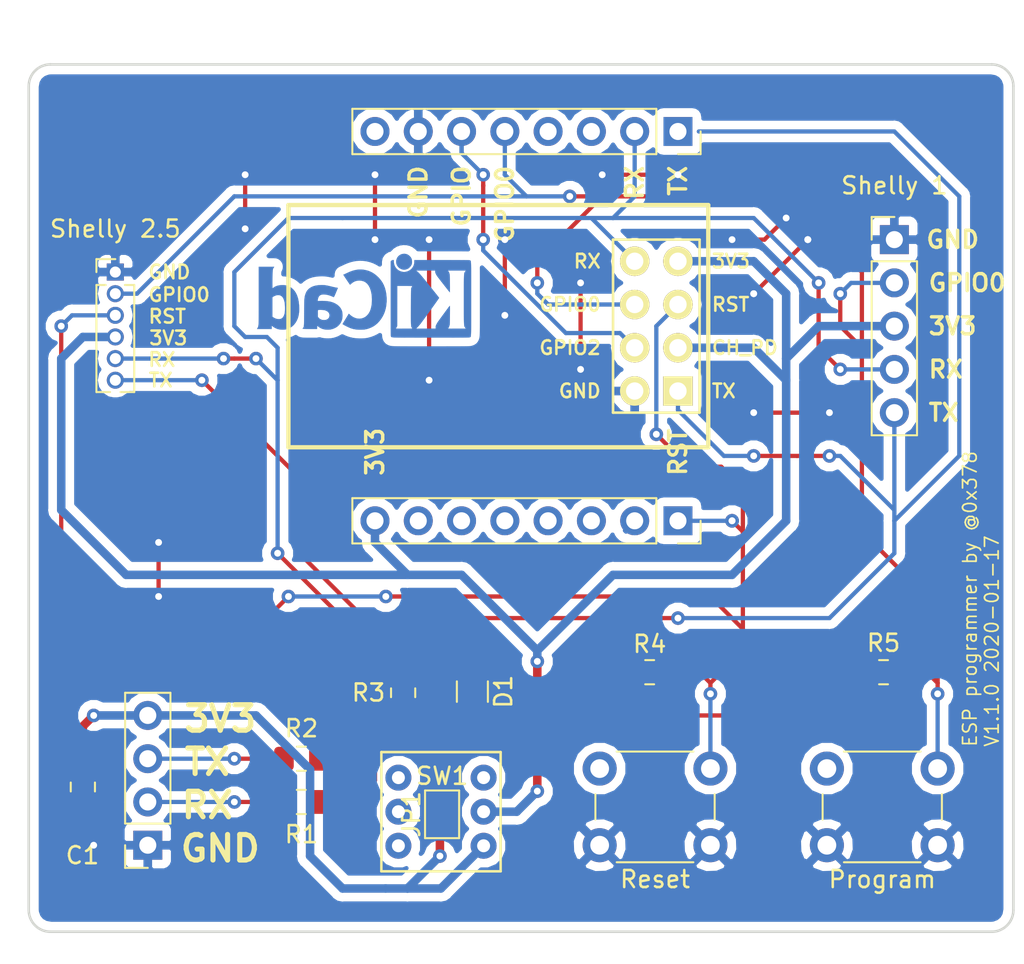
<source format=kicad_pcb>
(kicad_pcb (version 20171130) (host pcbnew "(5.0.2)-1")

  (general
    (thickness 1.6)
    (drawings 39)
    (tracks 282)
    (zones 0)
    (modules 18)
    (nets 21)
  )

  (page A4)
  (layers
    (0 F.Cu signal)
    (31 B.Cu signal)
    (32 B.Adhes user)
    (33 F.Adhes user)
    (34 B.Paste user)
    (35 F.Paste user)
    (36 B.SilkS user)
    (37 F.SilkS user)
    (38 B.Mask user)
    (39 F.Mask user)
    (40 Dwgs.User user)
    (41 Cmts.User user)
    (42 Eco1.User user)
    (43 Eco2.User user)
    (44 Edge.Cuts user)
    (45 Margin user)
    (46 B.CrtYd user)
    (47 F.CrtYd user)
    (48 B.Fab user)
    (49 F.Fab user)
  )

  (setup
    (last_trace_width 0.25)
    (trace_clearance 0.2)
    (zone_clearance 0.508)
    (zone_45_only no)
    (trace_min 0.2)
    (segment_width 0.2)
    (edge_width 0.15)
    (via_size 0.8)
    (via_drill 0.4)
    (via_min_size 0.4)
    (via_min_drill 0.3)
    (uvia_size 0.3)
    (uvia_drill 0.1)
    (uvias_allowed no)
    (uvia_min_size 0.2)
    (uvia_min_drill 0.1)
    (pcb_text_width 0.3)
    (pcb_text_size 1.5 1.5)
    (mod_edge_width 0.15)
    (mod_text_size 1 1)
    (mod_text_width 0.15)
    (pad_size 1.524 1.524)
    (pad_drill 0.762)
    (pad_to_mask_clearance 0.051)
    (solder_mask_min_width 0.25)
    (aux_axis_origin 0 0)
    (visible_elements 7FFFFFFF)
    (pcbplotparams
      (layerselection 0x010f0_ffffffff)
      (usegerberextensions true)
      (usegerberattributes false)
      (usegerberadvancedattributes false)
      (creategerberjobfile true)
      (excludeedgelayer false)
      (linewidth 0.100000)
      (plotframeref false)
      (viasonmask true)
      (mode 1)
      (useauxorigin false)
      (hpglpennumber 1)
      (hpglpenspeed 20)
      (hpglpendiameter 15.000000)
      (psnegative false)
      (psa4output false)
      (plotreference true)
      (plotvalue false)
      (plotinvisibletext false)
      (padsonsilk false)
      (subtractmaskfromsilk false)
      (outputformat 1)
      (mirror false)
      (drillshape 0)
      (scaleselection 1)
      (outputdirectory "F:/homeautomation/kicad/programmieradapter/programmieradapter/V1.1.0/"))
  )

  (net 0 "")
  (net 1 GND)
  (net 2 CH_PD)
  (net 3 RX_CON)
  (net 4 TX_CON)
  (net 5 RX_ESP)
  (net 6 GPIO0)
  (net 7 RST)
  (net 8 GPIO2)
  (net 9 TX_ESP)
  (net 10 "Net-(J3-Pad3)")
  (net 11 "Net-(J3-Pad4)")
  (net 12 "Net-(J3-Pad8)")
  (net 13 "Net-(J4-Pad7)")
  (net 14 "Net-(J4-Pad6)")
  (net 15 "Net-(J4-Pad5)")
  (net 16 "Net-(J4-Pad4)")
  (net 17 "Net-(J4-Pad3)")
  (net 18 "Net-(J4-Pad2)")
  (net 19 3V3_CH430)
  (net 20 "Net-(D1-Pad1)")

  (net_class Default "This is the default net class."
    (clearance 0.2)
    (trace_width 0.25)
    (via_dia 0.8)
    (via_drill 0.4)
    (uvia_dia 0.3)
    (uvia_drill 0.1)
    (add_net 3V3_CH430)
    (add_net CH_PD)
    (add_net GND)
    (add_net GPIO0)
    (add_net GPIO2)
    (add_net "Net-(D1-Pad1)")
    (add_net "Net-(J3-Pad3)")
    (add_net "Net-(J3-Pad4)")
    (add_net "Net-(J3-Pad8)")
    (add_net "Net-(J4-Pad2)")
    (add_net "Net-(J4-Pad3)")
    (add_net "Net-(J4-Pad4)")
    (add_net "Net-(J4-Pad5)")
    (add_net "Net-(J4-Pad6)")
    (add_net "Net-(J4-Pad7)")
    (add_net RST)
    (add_net RX_CON)
    (add_net RX_ESP)
    (add_net TX_CON)
    (add_net TX_ESP)
  )

  (module ESP8266:ESP-01 (layer F.Cu) (tedit 5E20FFE4) (tstamp 5E22258D)
    (at 57.15 42.545 180)
    (descr "Module, ESP-8266, ESP-01, 8 pin")
    (tags "Module ESP-8266 ESP8266")
    (path /5E000578)
    (fp_text reference "" (at 0.254 -4.572 180) (layer F.SilkS)
      (effects (font (size 1 1) (thickness 0.15)))
    )
    (fp_text value ESP-01v090 (at 12.192 3.556 180) (layer F.Fab)
      (effects (font (size 1 1) (thickness 0.15)))
    )
    (fp_line (start -1.778 -3.302) (end 22.86 -3.302) (layer F.SilkS) (width 0.254))
    (fp_line (start 22.86 -3.302) (end 22.86 10.922) (layer F.SilkS) (width 0.254))
    (fp_line (start 22.86 10.922) (end -1.778 10.922) (layer F.SilkS) (width 0.254))
    (fp_line (start -1.778 10.922) (end -1.778 -3.302) (layer F.SilkS) (width 0.254))
    (fp_line (start -1.778 -3.302) (end 22.86 -3.302) (layer F.Fab) (width 0.05))
    (fp_line (start 22.86 -3.302) (end 22.86 10.922) (layer F.Fab) (width 0.05))
    (fp_line (start 22.86 10.922) (end -1.778 10.922) (layer F.Fab) (width 0.05))
    (fp_line (start -1.778 10.922) (end -1.778 -3.302) (layer F.Fab) (width 0.05))
    (fp_line (start 1.27 -1.27) (end -1.27 -1.27) (layer F.SilkS) (width 0.1524))
    (fp_line (start -1.27 -1.27) (end -1.27 1.27) (layer F.SilkS) (width 0.1524))
    (fp_line (start -1.75 -1.75) (end -1.75 9.4) (layer F.CrtYd) (width 0.05))
    (fp_line (start 4.3 -1.75) (end 4.3 9.4) (layer F.CrtYd) (width 0.05))
    (fp_line (start -1.75 -1.75) (end 4.3 -1.75) (layer F.CrtYd) (width 0.05))
    (fp_line (start -1.75 9.4) (end 4.3 9.4) (layer F.CrtYd) (width 0.05))
    (fp_line (start -1.27 1.27) (end -1.27 8.89) (layer F.SilkS) (width 0.1524))
    (fp_line (start -1.27 8.89) (end 3.81 8.89) (layer F.SilkS) (width 0.1524))
    (fp_line (start 3.81 8.89) (end 3.81 -1.27) (layer F.SilkS) (width 0.1524))
    (fp_line (start 3.81 -1.27) (end 1.27 -1.27) (layer F.SilkS) (width 0.1524))
    (pad 1 thru_hole rect (at 0 0 180) (size 1.7272 1.7272) (drill 1.016) (layers *.Cu *.Mask F.SilkS)
      (net 9 TX_ESP))
    (pad 2 thru_hole oval (at 2.54 0 180) (size 1.7272 1.7272) (drill 1.016) (layers *.Cu *.Mask F.SilkS)
      (net 1 GND))
    (pad 3 thru_hole oval (at 0 2.54 180) (size 1.7272 1.7272) (drill 1.016) (layers *.Cu *.Mask F.SilkS)
      (net 2 CH_PD))
    (pad 4 thru_hole oval (at 2.54 2.54 180) (size 1.7272 1.7272) (drill 1.016) (layers *.Cu *.Mask F.SilkS)
      (net 8 GPIO2))
    (pad 5 thru_hole oval (at 0 5.08 180) (size 1.7272 1.7272) (drill 1.016) (layers *.Cu *.Mask F.SilkS)
      (net 7 RST))
    (pad 6 thru_hole oval (at 2.54 5.08 180) (size 1.7272 1.7272) (drill 1.016) (layers *.Cu *.Mask F.SilkS)
      (net 6 GPIO0))
    (pad 7 thru_hole oval (at 0 7.62 180) (size 1.7272 1.7272) (drill 1.016) (layers *.Cu *.Mask F.SilkS)
      (net 2 CH_PD))
    (pad 8 thru_hole oval (at 2.54 7.62 180) (size 1.7272 1.7272) (drill 1.016) (layers *.Cu *.Mask F.SilkS)
      (net 5 RX_ESP))
  )

  (module Button_Switch_THT:SW_PUSH_6mm_H5mm (layer F.Cu) (tedit 5E21036D) (tstamp 5E222BB8)
    (at 59.055 69.215 180)
    (descr "tactile push button, 6x6mm e.g. PHAP33xx series, height=5mm")
    (tags "tact sw push 6mm")
    (path /5DFFFC35)
    (fp_text reference Reset (at 3.25 -2 180) (layer F.SilkS)
      (effects (font (size 1 1) (thickness 0.15)))
    )
    (fp_text value SW_Push (at 3.75 6.7 180) (layer F.Fab)
      (effects (font (size 1 1) (thickness 0.15)))
    )
    (fp_circle (center 3.25 2.25) (end 1.25 2.5) (layer F.Fab) (width 0.1))
    (fp_line (start 6.75 3) (end 6.75 1.5) (layer F.SilkS) (width 0.12))
    (fp_line (start 5.5 -1) (end 1 -1) (layer F.SilkS) (width 0.12))
    (fp_line (start -0.25 1.5) (end -0.25 3) (layer F.SilkS) (width 0.12))
    (fp_line (start 1 5.5) (end 5.5 5.5) (layer F.SilkS) (width 0.12))
    (fp_line (start 8 -1.25) (end 8 5.75) (layer F.CrtYd) (width 0.05))
    (fp_line (start 7.75 6) (end -1.25 6) (layer F.CrtYd) (width 0.05))
    (fp_line (start -1.5 5.75) (end -1.5 -1.25) (layer F.CrtYd) (width 0.05))
    (fp_line (start -1.25 -1.5) (end 7.75 -1.5) (layer F.CrtYd) (width 0.05))
    (fp_line (start -1.5 6) (end -1.25 6) (layer F.CrtYd) (width 0.05))
    (fp_line (start -1.5 5.75) (end -1.5 6) (layer F.CrtYd) (width 0.05))
    (fp_line (start -1.5 -1.5) (end -1.25 -1.5) (layer F.CrtYd) (width 0.05))
    (fp_line (start -1.5 -1.25) (end -1.5 -1.5) (layer F.CrtYd) (width 0.05))
    (fp_line (start 8 -1.5) (end 8 -1.25) (layer F.CrtYd) (width 0.05))
    (fp_line (start 7.75 -1.5) (end 8 -1.5) (layer F.CrtYd) (width 0.05))
    (fp_line (start 8 6) (end 8 5.75) (layer F.CrtYd) (width 0.05))
    (fp_line (start 7.75 6) (end 8 6) (layer F.CrtYd) (width 0.05))
    (fp_line (start 0.25 -0.75) (end 3.25 -0.75) (layer F.Fab) (width 0.1))
    (fp_line (start 0.25 5.25) (end 0.25 -0.75) (layer F.Fab) (width 0.1))
    (fp_line (start 6.25 5.25) (end 0.25 5.25) (layer F.Fab) (width 0.1))
    (fp_line (start 6.25 -0.75) (end 6.25 5.25) (layer F.Fab) (width 0.1))
    (fp_line (start 3.25 -0.75) (end 6.25 -0.75) (layer F.Fab) (width 0.1))
    (fp_text user %R (at 3.25 2.25 180) (layer F.Fab)
      (effects (font (size 1 1) (thickness 0.15)))
    )
    (pad 1 thru_hole circle (at 6.5 0 270) (size 2 2) (drill 1.1) (layers *.Cu *.Mask)
      (net 1 GND))
    (pad 2 thru_hole circle (at 6.5 4.5 270) (size 2 2) (drill 1.1) (layers *.Cu *.Mask)
      (net 7 RST))
    (pad 1 thru_hole circle (at 0 0 270) (size 2 2) (drill 1.1) (layers *.Cu *.Mask)
      (net 1 GND))
    (pad 2 thru_hole circle (at 0 4.5 270) (size 2 2) (drill 1.1) (layers *.Cu *.Mask)
      (net 7 RST))
    (model ${KISYS3DMOD}/Button_Switch_THT.3dshapes/SW_PUSH_6mm_H5mm.wrl
      (at (xyz 0 0 0))
      (scale (xyz 1 1 1))
      (rotate (xyz 0 0 0))
    )
  )

  (module Button_Switch_THT:SW_PUSH_6mm_H5mm (layer F.Cu) (tedit 5E210373) (tstamp 5E223198)
    (at 72.39 69.215 180)
    (descr "tactile push button, 6x6mm e.g. PHAP33xx series, height=5mm")
    (tags "tact sw push 6mm")
    (path /5E000C52)
    (fp_text reference Program (at 3.25 -2 180) (layer F.SilkS)
      (effects (font (size 1 1) (thickness 0.15)))
    )
    (fp_text value SW_Push (at 3.75 6.7 180) (layer F.Fab)
      (effects (font (size 1 1) (thickness 0.15)))
    )
    (fp_text user %R (at 3.25 2.25 180) (layer F.Fab)
      (effects (font (size 1 1) (thickness 0.15)))
    )
    (fp_line (start 3.25 -0.75) (end 6.25 -0.75) (layer F.Fab) (width 0.1))
    (fp_line (start 6.25 -0.75) (end 6.25 5.25) (layer F.Fab) (width 0.1))
    (fp_line (start 6.25 5.25) (end 0.25 5.25) (layer F.Fab) (width 0.1))
    (fp_line (start 0.25 5.25) (end 0.25 -0.75) (layer F.Fab) (width 0.1))
    (fp_line (start 0.25 -0.75) (end 3.25 -0.75) (layer F.Fab) (width 0.1))
    (fp_line (start 7.75 6) (end 8 6) (layer F.CrtYd) (width 0.05))
    (fp_line (start 8 6) (end 8 5.75) (layer F.CrtYd) (width 0.05))
    (fp_line (start 7.75 -1.5) (end 8 -1.5) (layer F.CrtYd) (width 0.05))
    (fp_line (start 8 -1.5) (end 8 -1.25) (layer F.CrtYd) (width 0.05))
    (fp_line (start -1.5 -1.25) (end -1.5 -1.5) (layer F.CrtYd) (width 0.05))
    (fp_line (start -1.5 -1.5) (end -1.25 -1.5) (layer F.CrtYd) (width 0.05))
    (fp_line (start -1.5 5.75) (end -1.5 6) (layer F.CrtYd) (width 0.05))
    (fp_line (start -1.5 6) (end -1.25 6) (layer F.CrtYd) (width 0.05))
    (fp_line (start -1.25 -1.5) (end 7.75 -1.5) (layer F.CrtYd) (width 0.05))
    (fp_line (start -1.5 5.75) (end -1.5 -1.25) (layer F.CrtYd) (width 0.05))
    (fp_line (start 7.75 6) (end -1.25 6) (layer F.CrtYd) (width 0.05))
    (fp_line (start 8 -1.25) (end 8 5.75) (layer F.CrtYd) (width 0.05))
    (fp_line (start 1 5.5) (end 5.5 5.5) (layer F.SilkS) (width 0.12))
    (fp_line (start -0.25 1.5) (end -0.25 3) (layer F.SilkS) (width 0.12))
    (fp_line (start 5.5 -1) (end 1 -1) (layer F.SilkS) (width 0.12))
    (fp_line (start 6.75 3) (end 6.75 1.5) (layer F.SilkS) (width 0.12))
    (fp_circle (center 3.25 2.25) (end 1.25 2.5) (layer F.Fab) (width 0.1))
    (pad 2 thru_hole circle (at 0 4.5 270) (size 2 2) (drill 1.1) (layers *.Cu *.Mask)
      (net 6 GPIO0))
    (pad 1 thru_hole circle (at 0 0 270) (size 2 2) (drill 1.1) (layers *.Cu *.Mask)
      (net 1 GND))
    (pad 2 thru_hole circle (at 6.5 4.5 270) (size 2 2) (drill 1.1) (layers *.Cu *.Mask)
      (net 6 GPIO0))
    (pad 1 thru_hole circle (at 6.5 0 270) (size 2 2) (drill 1.1) (layers *.Cu *.Mask)
      (net 1 GND))
    (model ${KISYS3DMOD}/Button_Switch_THT.3dshapes/SW_PUSH_6mm_H5mm.wrl
      (at (xyz 0 0 0))
      (scale (xyz 1 1 1))
      (rotate (xyz 0 0 0))
    )
  )

  (module Connector_PinHeader_1.27mm:PinHeader_1x06_P1.27mm_Vertical (layer F.Cu) (tedit 5E210353) (tstamp 5E222612)
    (at 24.13 35.56)
    (descr "Through hole straight pin header, 1x06, 1.27mm pitch, single row")
    (tags "Through hole pin header THT 1x06 1.27mm single row")
    (path /5E20EE94)
    (fp_text reference "Shelly 2.5" (at 0 -2.54) (layer F.SilkS)
      (effects (font (size 1 1) (thickness 0.15)))
    )
    (fp_text value Conn_01x06_Male (at 0 8.045) (layer F.Fab)
      (effects (font (size 1 1) (thickness 0.15)))
    )
    (fp_line (start -0.525 -0.635) (end 1.05 -0.635) (layer F.Fab) (width 0.1))
    (fp_line (start 1.05 -0.635) (end 1.05 6.985) (layer F.Fab) (width 0.1))
    (fp_line (start 1.05 6.985) (end -1.05 6.985) (layer F.Fab) (width 0.1))
    (fp_line (start -1.05 6.985) (end -1.05 -0.11) (layer F.Fab) (width 0.1))
    (fp_line (start -1.05 -0.11) (end -0.525 -0.635) (layer F.Fab) (width 0.1))
    (fp_line (start -1.11 7.045) (end -0.30753 7.045) (layer F.SilkS) (width 0.12))
    (fp_line (start 0.30753 7.045) (end 1.11 7.045) (layer F.SilkS) (width 0.12))
    (fp_line (start -1.11 0.76) (end -1.11 7.045) (layer F.SilkS) (width 0.12))
    (fp_line (start 1.11 0.76) (end 1.11 7.045) (layer F.SilkS) (width 0.12))
    (fp_line (start -1.11 0.76) (end -0.563471 0.76) (layer F.SilkS) (width 0.12))
    (fp_line (start 0.563471 0.76) (end 1.11 0.76) (layer F.SilkS) (width 0.12))
    (fp_line (start -1.11 0) (end -1.11 -0.76) (layer F.SilkS) (width 0.12))
    (fp_line (start -1.11 -0.76) (end 0 -0.76) (layer F.SilkS) (width 0.12))
    (fp_line (start -1.55 -1.15) (end -1.55 7.5) (layer F.CrtYd) (width 0.05))
    (fp_line (start -1.55 7.5) (end 1.55 7.5) (layer F.CrtYd) (width 0.05))
    (fp_line (start 1.55 7.5) (end 1.55 -1.15) (layer F.CrtYd) (width 0.05))
    (fp_line (start 1.55 -1.15) (end -1.55 -1.15) (layer F.CrtYd) (width 0.05))
    (fp_text user %R (at 0 3.175 90) (layer F.Fab)
      (effects (font (size 1 1) (thickness 0.15)))
    )
    (pad 1 thru_hole rect (at 0 0) (size 1 1) (drill 0.65) (layers *.Cu *.Mask)
      (net 1 GND))
    (pad 2 thru_hole oval (at 0 1.27) (size 1 1) (drill 0.65) (layers *.Cu *.Mask)
      (net 6 GPIO0))
    (pad 3 thru_hole oval (at 0 2.54) (size 1 1) (drill 0.65) (layers *.Cu *.Mask)
      (net 7 RST))
    (pad 4 thru_hole oval (at 0 3.81) (size 1 1) (drill 0.65) (layers *.Cu *.Mask)
      (net 2 CH_PD))
    (pad 5 thru_hole oval (at 0 5.08) (size 1 1) (drill 0.65) (layers *.Cu *.Mask)
      (net 5 RX_ESP))
    (pad 6 thru_hole oval (at 0 6.35) (size 1 1) (drill 0.65) (layers *.Cu *.Mask)
      (net 9 TX_ESP))
    (model ${KISYS3DMOD}/Connector_PinHeader_1.27mm.3dshapes/PinHeader_1x06_P1.27mm_Vertical.wrl
      (at (xyz 0 0 0))
      (scale (xyz 1 1 1))
      (rotate (xyz 0 0 0))
    )
  )

  (module Connector_PinHeader_2.54mm:PinHeader_1x05_P2.54mm_Vertical (layer F.Cu) (tedit 5E21035C) (tstamp 5E222A11)
    (at 69.85 33.655)
    (descr "Through hole straight pin header, 1x05, 2.54mm pitch, single row")
    (tags "Through hole pin header THT 1x05 2.54mm single row")
    (path /5E002B70)
    (fp_text reference "Shelly 1" (at 0 -3.175) (layer F.SilkS)
      (effects (font (size 1 1) (thickness 0.15)))
    )
    (fp_text value Conn_01x05_Male (at 0 12.49) (layer F.Fab)
      (effects (font (size 1 1) (thickness 0.15)))
    )
    (fp_line (start -0.635 -1.27) (end 1.27 -1.27) (layer F.Fab) (width 0.1))
    (fp_line (start 1.27 -1.27) (end 1.27 11.43) (layer F.Fab) (width 0.1))
    (fp_line (start 1.27 11.43) (end -1.27 11.43) (layer F.Fab) (width 0.1))
    (fp_line (start -1.27 11.43) (end -1.27 -0.635) (layer F.Fab) (width 0.1))
    (fp_line (start -1.27 -0.635) (end -0.635 -1.27) (layer F.Fab) (width 0.1))
    (fp_line (start -1.33 11.49) (end 1.33 11.49) (layer F.SilkS) (width 0.12))
    (fp_line (start -1.33 1.27) (end -1.33 11.49) (layer F.SilkS) (width 0.12))
    (fp_line (start 1.33 1.27) (end 1.33 11.49) (layer F.SilkS) (width 0.12))
    (fp_line (start -1.33 1.27) (end 1.33 1.27) (layer F.SilkS) (width 0.12))
    (fp_line (start -1.33 0) (end -1.33 -1.33) (layer F.SilkS) (width 0.12))
    (fp_line (start -1.33 -1.33) (end 0 -1.33) (layer F.SilkS) (width 0.12))
    (fp_line (start -1.8 -1.8) (end -1.8 11.95) (layer F.CrtYd) (width 0.05))
    (fp_line (start -1.8 11.95) (end 1.8 11.95) (layer F.CrtYd) (width 0.05))
    (fp_line (start 1.8 11.95) (end 1.8 -1.8) (layer F.CrtYd) (width 0.05))
    (fp_line (start 1.8 -1.8) (end -1.8 -1.8) (layer F.CrtYd) (width 0.05))
    (fp_text user %R (at 0 5.08 90) (layer F.Fab)
      (effects (font (size 1 1) (thickness 0.15)))
    )
    (pad 1 thru_hole rect (at 0 0) (size 1.7 1.7) (drill 1) (layers *.Cu *.Mask)
      (net 1 GND))
    (pad 2 thru_hole oval (at 0 2.54) (size 1.7 1.7) (drill 1) (layers *.Cu *.Mask)
      (net 6 GPIO0))
    (pad 3 thru_hole oval (at 0 5.08) (size 1.7 1.7) (drill 1) (layers *.Cu *.Mask)
      (net 2 CH_PD))
    (pad 4 thru_hole oval (at 0 7.62) (size 1.7 1.7) (drill 1) (layers *.Cu *.Mask)
      (net 5 RX_ESP))
    (pad 5 thru_hole oval (at 0 10.16) (size 1.7 1.7) (drill 1) (layers *.Cu *.Mask)
      (net 9 TX_ESP))
    (model ${KISYS3DMOD}/Connector_PinHeader_2.54mm.3dshapes/PinHeader_1x05_P2.54mm_Vertical.wrl
      (at (xyz 0 0 0))
      (scale (xyz 1 1 1))
      (rotate (xyz 0 0 0))
    )
  )

  (module Connector_PinSocket_2.54mm:PinSocket_1x04_P2.54mm_Vertical (layer F.Cu) (tedit 5E2107E4) (tstamp 5E2225DD)
    (at 26.035 69.215 180)
    (descr "Through hole straight socket strip, 1x04, 2.54mm pitch, single row (from Kicad 4.0.7), script generated")
    (tags "Through hole socket strip THT 1x04 2.54mm single row")
    (path /5E00239C)
    (fp_text reference "" (at 0 -2.77 180) (layer F.SilkS)
      (effects (font (size 1 1) (thickness 0.15)))
    )
    (fp_text value Conn_01x04_Female (at 0 10.39 180) (layer F.Fab)
      (effects (font (size 1 1) (thickness 0.15)))
    )
    (fp_line (start -1.27 -1.27) (end 0.635 -1.27) (layer F.Fab) (width 0.1))
    (fp_line (start 0.635 -1.27) (end 1.27 -0.635) (layer F.Fab) (width 0.1))
    (fp_line (start 1.27 -0.635) (end 1.27 8.89) (layer F.Fab) (width 0.1))
    (fp_line (start 1.27 8.89) (end -1.27 8.89) (layer F.Fab) (width 0.1))
    (fp_line (start -1.27 8.89) (end -1.27 -1.27) (layer F.Fab) (width 0.1))
    (fp_line (start -1.33 1.27) (end 1.33 1.27) (layer F.SilkS) (width 0.12))
    (fp_line (start -1.33 1.27) (end -1.33 8.95) (layer F.SilkS) (width 0.12))
    (fp_line (start -1.33 8.95) (end 1.33 8.95) (layer F.SilkS) (width 0.12))
    (fp_line (start 1.33 1.27) (end 1.33 8.95) (layer F.SilkS) (width 0.12))
    (fp_line (start 1.33 -1.33) (end 1.33 0) (layer F.SilkS) (width 0.12))
    (fp_line (start 0 -1.33) (end 1.33 -1.33) (layer F.SilkS) (width 0.12))
    (fp_line (start -1.8 -1.8) (end 1.75 -1.8) (layer F.CrtYd) (width 0.05))
    (fp_line (start 1.75 -1.8) (end 1.75 9.4) (layer F.CrtYd) (width 0.05))
    (fp_line (start 1.75 9.4) (end -1.8 9.4) (layer F.CrtYd) (width 0.05))
    (fp_line (start -1.8 9.4) (end -1.8 -1.8) (layer F.CrtYd) (width 0.05))
    (fp_text user %R (at 0 3.81 270) (layer F.Fab)
      (effects (font (size 1 1) (thickness 0.15)))
    )
    (pad 1 thru_hole rect (at 0 0 180) (size 1.7 1.7) (drill 1) (layers *.Cu *.Mask)
      (net 1 GND))
    (pad 2 thru_hole oval (at 0 2.54 180) (size 1.7 1.7) (drill 1) (layers *.Cu *.Mask)
      (net 3 RX_CON))
    (pad 3 thru_hole oval (at 0 5.08 180) (size 1.7 1.7) (drill 1) (layers *.Cu *.Mask)
      (net 4 TX_CON))
    (pad 4 thru_hole oval (at 0 7.62 180) (size 1.7 1.7) (drill 1) (layers *.Cu *.Mask)
      (net 19 3V3_CH430))
    (model ${KISYS3DMOD}/Connector_PinSocket_2.54mm.3dshapes/PinSocket_1x04_P2.54mm_Vertical.wrl
      (at (xyz 0 0 0))
      (scale (xyz 1 1 1))
      (rotate (xyz 0 0 0))
    )
  )

  (module Connector_PinSocket_2.54mm:PinSocket_1x08_P2.54mm_Vertical (layer F.Cu) (tedit 5E20FFDC) (tstamp 5E2225C5)
    (at 57.15 27.305 270)
    (descr "Through hole straight socket strip, 1x08, 2.54mm pitch, single row (from Kicad 4.0.7), script generated")
    (tags "Through hole socket strip THT 1x08 2.54mm single row")
    (path /5E00FE64)
    (fp_text reference "" (at 0 -2.77 270) (layer F.SilkS)
      (effects (font (size 1 1) (thickness 0.15)))
    )
    (fp_text value Conn_01x08_Female (at 0 20.55 270) (layer F.Fab)
      (effects (font (size 1 1) (thickness 0.15)))
    )
    (fp_text user %R (at 0 8.89) (layer F.Fab)
      (effects (font (size 1 1) (thickness 0.15)))
    )
    (fp_line (start -1.8 19.55) (end -1.8 -1.8) (layer F.CrtYd) (width 0.05))
    (fp_line (start 1.75 19.55) (end -1.8 19.55) (layer F.CrtYd) (width 0.05))
    (fp_line (start 1.75 -1.8) (end 1.75 19.55) (layer F.CrtYd) (width 0.05))
    (fp_line (start -1.8 -1.8) (end 1.75 -1.8) (layer F.CrtYd) (width 0.05))
    (fp_line (start 0 -1.33) (end 1.33 -1.33) (layer F.SilkS) (width 0.12))
    (fp_line (start 1.33 -1.33) (end 1.33 0) (layer F.SilkS) (width 0.12))
    (fp_line (start 1.33 1.27) (end 1.33 19.11) (layer F.SilkS) (width 0.12))
    (fp_line (start -1.33 19.11) (end 1.33 19.11) (layer F.SilkS) (width 0.12))
    (fp_line (start -1.33 1.27) (end -1.33 19.11) (layer F.SilkS) (width 0.12))
    (fp_line (start -1.33 1.27) (end 1.33 1.27) (layer F.SilkS) (width 0.12))
    (fp_line (start -1.27 19.05) (end -1.27 -1.27) (layer F.Fab) (width 0.1))
    (fp_line (start 1.27 19.05) (end -1.27 19.05) (layer F.Fab) (width 0.1))
    (fp_line (start 1.27 -0.635) (end 1.27 19.05) (layer F.Fab) (width 0.1))
    (fp_line (start 0.635 -1.27) (end 1.27 -0.635) (layer F.Fab) (width 0.1))
    (fp_line (start -1.27 -1.27) (end 0.635 -1.27) (layer F.Fab) (width 0.1))
    (pad 8 thru_hole oval (at 0 17.78 270) (size 1.7 1.7) (drill 1) (layers *.Cu *.Mask)
      (net 12 "Net-(J3-Pad8)"))
    (pad 7 thru_hole oval (at 0 15.24 270) (size 1.7 1.7) (drill 1) (layers *.Cu *.Mask)
      (net 1 GND))
    (pad 6 thru_hole oval (at 0 12.7 270) (size 1.7 1.7) (drill 1) (layers *.Cu *.Mask)
      (net 8 GPIO2))
    (pad 5 thru_hole oval (at 0 10.16 270) (size 1.7 1.7) (drill 1) (layers *.Cu *.Mask)
      (net 6 GPIO0))
    (pad 4 thru_hole oval (at 0 7.62 270) (size 1.7 1.7) (drill 1) (layers *.Cu *.Mask)
      (net 11 "Net-(J3-Pad4)"))
    (pad 3 thru_hole oval (at 0 5.08 270) (size 1.7 1.7) (drill 1) (layers *.Cu *.Mask)
      (net 10 "Net-(J3-Pad3)"))
    (pad 2 thru_hole oval (at 0 2.54 270) (size 1.7 1.7) (drill 1) (layers *.Cu *.Mask)
      (net 5 RX_ESP))
    (pad 1 thru_hole rect (at 0 0 270) (size 1.7 1.7) (drill 1) (layers *.Cu *.Mask)
      (net 9 TX_ESP))
    (model ${KISYS3DMOD}/Connector_PinSocket_2.54mm.3dshapes/PinSocket_1x08_P2.54mm_Vertical.wrl
      (at (xyz 0 0 0))
      (scale (xyz 1 1 1))
      (rotate (xyz 0 0 0))
    )
  )

  (module Connector_PinSocket_2.54mm:PinSocket_1x08_P2.54mm_Vertical (layer F.Cu) (tedit 5E20FFDF) (tstamp 5E2225A9)
    (at 57.15 50.165 270)
    (descr "Through hole straight socket strip, 1x08, 2.54mm pitch, single row (from Kicad 4.0.7), script generated")
    (tags "Through hole socket strip THT 1x08 2.54mm single row")
    (path /5E01017B)
    (fp_text reference "" (at 0 -2.77 270) (layer F.SilkS)
      (effects (font (size 1 1) (thickness 0.15)))
    )
    (fp_text value Conn_01x08_Female (at 0 20.55 270) (layer F.Fab)
      (effects (font (size 1 1) (thickness 0.15)))
    )
    (fp_line (start -1.27 -1.27) (end 0.635 -1.27) (layer F.Fab) (width 0.1))
    (fp_line (start 0.635 -1.27) (end 1.27 -0.635) (layer F.Fab) (width 0.1))
    (fp_line (start 1.27 -0.635) (end 1.27 19.05) (layer F.Fab) (width 0.1))
    (fp_line (start 1.27 19.05) (end -1.27 19.05) (layer F.Fab) (width 0.1))
    (fp_line (start -1.27 19.05) (end -1.27 -1.27) (layer F.Fab) (width 0.1))
    (fp_line (start -1.33 1.27) (end 1.33 1.27) (layer F.SilkS) (width 0.12))
    (fp_line (start -1.33 1.27) (end -1.33 19.11) (layer F.SilkS) (width 0.12))
    (fp_line (start -1.33 19.11) (end 1.33 19.11) (layer F.SilkS) (width 0.12))
    (fp_line (start 1.33 1.27) (end 1.33 19.11) (layer F.SilkS) (width 0.12))
    (fp_line (start 1.33 -1.33) (end 1.33 0) (layer F.SilkS) (width 0.12))
    (fp_line (start 0 -1.33) (end 1.33 -1.33) (layer F.SilkS) (width 0.12))
    (fp_line (start -1.8 -1.8) (end 1.75 -1.8) (layer F.CrtYd) (width 0.05))
    (fp_line (start 1.75 -1.8) (end 1.75 19.55) (layer F.CrtYd) (width 0.05))
    (fp_line (start 1.75 19.55) (end -1.8 19.55) (layer F.CrtYd) (width 0.05))
    (fp_line (start -1.8 19.55) (end -1.8 -1.8) (layer F.CrtYd) (width 0.05))
    (fp_text user %R (at 0 8.89) (layer F.Fab)
      (effects (font (size 1 1) (thickness 0.15)))
    )
    (pad 1 thru_hole rect (at 0 0 270) (size 1.7 1.7) (drill 1) (layers *.Cu *.Mask)
      (net 7 RST))
    (pad 2 thru_hole oval (at 0 2.54 270) (size 1.7 1.7) (drill 1) (layers *.Cu *.Mask)
      (net 18 "Net-(J4-Pad2)"))
    (pad 3 thru_hole oval (at 0 5.08 270) (size 1.7 1.7) (drill 1) (layers *.Cu *.Mask)
      (net 17 "Net-(J4-Pad3)"))
    (pad 4 thru_hole oval (at 0 7.62 270) (size 1.7 1.7) (drill 1) (layers *.Cu *.Mask)
      (net 16 "Net-(J4-Pad4)"))
    (pad 5 thru_hole oval (at 0 10.16 270) (size 1.7 1.7) (drill 1) (layers *.Cu *.Mask)
      (net 15 "Net-(J4-Pad5)"))
    (pad 6 thru_hole oval (at 0 12.7 270) (size 1.7 1.7) (drill 1) (layers *.Cu *.Mask)
      (net 14 "Net-(J4-Pad6)"))
    (pad 7 thru_hole oval (at 0 15.24 270) (size 1.7 1.7) (drill 1) (layers *.Cu *.Mask)
      (net 13 "Net-(J4-Pad7)"))
    (pad 8 thru_hole oval (at 0 17.78 270) (size 1.7 1.7) (drill 1) (layers *.Cu *.Mask)
      (net 2 CH_PD))
    (model ${KISYS3DMOD}/Connector_PinSocket_2.54mm.3dshapes/PinSocket_1x08_P2.54mm_Vertical.wrl
      (at (xyz 0 0 0))
      (scale (xyz 1 1 1))
      (rotate (xyz 0 0 0))
    )
  )

  (module Inductor_SMD:L_1206_3216Metric (layer F.Cu) (tedit 5B301BBE) (tstamp 5E22256F)
    (at 45.085 60.195 270)
    (descr "Inductor SMD 1206 (3216 Metric), square (rectangular) end terminal, IPC_7351 nominal, (Body size source: http://www.tortai-tech.com/upload/download/2011102023233369053.pdf), generated with kicad-footprint-generator")
    (tags inductor)
    (path /5E112F75)
    (attr smd)
    (fp_text reference D1 (at 0 -1.82 270) (layer F.SilkS)
      (effects (font (size 1 1) (thickness 0.15)))
    )
    (fp_text value LED (at 0 1.82 270) (layer F.Fab)
      (effects (font (size 1 1) (thickness 0.15)))
    )
    (fp_line (start -1.6 0.8) (end -1.6 -0.8) (layer F.Fab) (width 0.1))
    (fp_line (start -1.6 -0.8) (end 1.6 -0.8) (layer F.Fab) (width 0.1))
    (fp_line (start 1.6 -0.8) (end 1.6 0.8) (layer F.Fab) (width 0.1))
    (fp_line (start 1.6 0.8) (end -1.6 0.8) (layer F.Fab) (width 0.1))
    (fp_line (start -0.602064 -0.91) (end 0.602064 -0.91) (layer F.SilkS) (width 0.12))
    (fp_line (start -0.602064 0.91) (end 0.602064 0.91) (layer F.SilkS) (width 0.12))
    (fp_line (start -2.28 1.12) (end -2.28 -1.12) (layer F.CrtYd) (width 0.05))
    (fp_line (start -2.28 -1.12) (end 2.28 -1.12) (layer F.CrtYd) (width 0.05))
    (fp_line (start 2.28 -1.12) (end 2.28 1.12) (layer F.CrtYd) (width 0.05))
    (fp_line (start 2.28 1.12) (end -2.28 1.12) (layer F.CrtYd) (width 0.05))
    (fp_text user %R (at 0 0 270) (layer F.Fab)
      (effects (font (size 0.8 0.8) (thickness 0.12)))
    )
    (pad 1 smd roundrect (at -1.4 0 270) (size 1.25 1.75) (layers F.Cu F.Paste F.Mask) (roundrect_rratio 0.2)
      (net 20 "Net-(D1-Pad1)"))
    (pad 2 smd roundrect (at 1.4 0 270) (size 1.25 1.75) (layers F.Cu F.Paste F.Mask) (roundrect_rratio 0.2)
      (net 2 CH_PD))
    (model ${KISYS3DMOD}/Inductor_SMD.3dshapes/L_1206_3216Metric.wrl
      (at (xyz 0 0 0))
      (scale (xyz 1 1 1))
      (rotate (xyz 0 0 0))
    )
  )

  (module "Wemos Mini:SW_7x7_6Pin" (layer F.Cu) (tedit 5E111A25) (tstamp 5E20EDDE)
    (at 43.2435 67.2465 180)
    (path /5E112711)
    (fp_text reference SW1 (at -0.0635 2.0955 180) (layer F.SilkS)
      (effects (font (size 1 1) (thickness 0.15)))
    )
    (fp_text value SW_Push (at 0 -0.5 180) (layer F.Fab)
      (effects (font (size 1 1) (thickness 0.15)))
    )
    (fp_line (start -3.5 -3.5) (end -3.5 3.5) (layer F.SilkS) (width 0.15))
    (fp_line (start 3.5 -3.5) (end 3.5 3.5) (layer F.SilkS) (width 0.15))
    (fp_line (start -3.5 3.5) (end 3.5 3.5) (layer F.SilkS) (width 0.15))
    (fp_line (start -3.5 -3.5) (end 3.5 -3.5) (layer F.SilkS) (width 0.15))
    (pad 6 thru_hole circle (at 2.5 2 180) (size 1.524 1.524) (drill 0.762) (layers *.Cu *.Mask))
    (pad 5 thru_hole circle (at 2.5 0 180) (size 1.524 1.524) (drill 0.762) (layers *.Cu *.Mask))
    (pad 4 thru_hole circle (at 2.5 -2 180) (size 1.524 1.524) (drill 0.762) (layers *.Cu *.Mask))
    (pad 3 thru_hole circle (at -2.5 2 180) (size 1.524 1.524) (drill 0.762) (layers *.Cu *.Mask))
    (pad 2 thru_hole circle (at -2.5 0 180) (size 1.524 1.524) (drill 0.762) (layers *.Cu *.Mask)
      (net 2 CH_PD))
    (pad 1 thru_hole circle (at -2.5 -2 180) (size 1.524 1.524) (drill 0.762) (layers *.Cu *.Mask)
      (net 19 3V3_CH430))
  )

  (module Resistor_SMD:R_0805_2012Metric_Pad1.15x1.40mm_HandSolder (layer F.Cu) (tedit 5E20E460) (tstamp 5E1372FA)
    (at 55.49 59.055 180)
    (descr "Resistor SMD 0805 (2012 Metric), square (rectangular) end terminal, IPC_7351 nominal with elongated pad for handsoldering. (Body size source: https://docs.google.com/spreadsheets/d/1BsfQQcO9C6DZCsRaXUlFlo91Tg2WpOkGARC1WS5S8t0/edit?usp=sharing), generated with kicad-footprint-generator")
    (tags "resistor handsolder")
    (path /5E01358B)
    (attr smd)
    (fp_text reference R4 (at 0 1.651) (layer F.SilkS)
      (effects (font (size 1 1) (thickness 0.15)))
    )
    (fp_text value 10k (at -2.803 0 -90) (layer F.Fab)
      (effects (font (size 1 1) (thickness 0.15)))
    )
    (fp_text user %R (at 0 0) (layer F.Fab)
      (effects (font (size 0.5 0.5) (thickness 0.08)))
    )
    (fp_line (start 1.85 0.95) (end -1.85 0.95) (layer F.CrtYd) (width 0.05))
    (fp_line (start 1.85 -0.95) (end 1.85 0.95) (layer F.CrtYd) (width 0.05))
    (fp_line (start -1.85 -0.95) (end 1.85 -0.95) (layer F.CrtYd) (width 0.05))
    (fp_line (start -1.85 0.95) (end -1.85 -0.95) (layer F.CrtYd) (width 0.05))
    (fp_line (start -0.261252 0.71) (end 0.261252 0.71) (layer F.SilkS) (width 0.12))
    (fp_line (start -0.261252 -0.71) (end 0.261252 -0.71) (layer F.SilkS) (width 0.12))
    (fp_line (start 1 0.6) (end -1 0.6) (layer F.Fab) (width 0.1))
    (fp_line (start 1 -0.6) (end 1 0.6) (layer F.Fab) (width 0.1))
    (fp_line (start -1 -0.6) (end 1 -0.6) (layer F.Fab) (width 0.1))
    (fp_line (start -1 0.6) (end -1 -0.6) (layer F.Fab) (width 0.1))
    (pad 2 smd roundrect (at 1.025 0 180) (size 1.15 1.4) (layers F.Cu F.Paste F.Mask) (roundrect_rratio 0.217391)
      (net 2 CH_PD))
    (pad 1 smd roundrect (at -1.025 0 180) (size 1.15 1.4) (layers F.Cu F.Paste F.Mask) (roundrect_rratio 0.217391)
      (net 7 RST))
    (model ${KISYS3DMOD}/Resistor_SMD.3dshapes/R_0805_2012Metric.wrl
      (at (xyz 0 0 0))
      (scale (xyz 1 1 1))
      (rotate (xyz 0 0 0))
    )
  )

  (module Resistor_SMD:R_0805_2012Metric_Pad1.15x1.40mm_HandSolder (layer F.Cu) (tedit 5B36C52B) (tstamp 5E17A942)
    (at 69.215 59.055 180)
    (descr "Resistor SMD 0805 (2012 Metric), square (rectangular) end terminal, IPC_7351 nominal with elongated pad for handsoldering. (Body size source: https://docs.google.com/spreadsheets/d/1BsfQQcO9C6DZCsRaXUlFlo91Tg2WpOkGARC1WS5S8t0/edit?usp=sharing), generated with kicad-footprint-generator")
    (tags "resistor handsolder")
    (path /5E00E226)
    (attr smd)
    (fp_text reference R5 (at 0 1.7145) (layer F.SilkS)
      (effects (font (size 1 1) (thickness 0.15)))
    )
    (fp_text value 10k (at -2.803 0 -90) (layer F.Fab)
      (effects (font (size 1 1) (thickness 0.15)))
    )
    (fp_line (start -1 0.6) (end -1 -0.6) (layer F.Fab) (width 0.1))
    (fp_line (start -1 -0.6) (end 1 -0.6) (layer F.Fab) (width 0.1))
    (fp_line (start 1 -0.6) (end 1 0.6) (layer F.Fab) (width 0.1))
    (fp_line (start 1 0.6) (end -1 0.6) (layer F.Fab) (width 0.1))
    (fp_line (start -0.261252 -0.71) (end 0.261252 -0.71) (layer F.SilkS) (width 0.12))
    (fp_line (start -0.261252 0.71) (end 0.261252 0.71) (layer F.SilkS) (width 0.12))
    (fp_line (start -1.85 0.95) (end -1.85 -0.95) (layer F.CrtYd) (width 0.05))
    (fp_line (start -1.85 -0.95) (end 1.85 -0.95) (layer F.CrtYd) (width 0.05))
    (fp_line (start 1.85 -0.95) (end 1.85 0.95) (layer F.CrtYd) (width 0.05))
    (fp_line (start 1.85 0.95) (end -1.85 0.95) (layer F.CrtYd) (width 0.05))
    (fp_text user %R (at 0 0 180) (layer F.Fab)
      (effects (font (size 0.5 0.5) (thickness 0.08)))
    )
    (pad 1 smd roundrect (at -1.025 0 180) (size 1.15 1.4) (layers F.Cu F.Paste F.Mask) (roundrect_rratio 0.217391)
      (net 6 GPIO0))
    (pad 2 smd roundrect (at 1.025 0 180) (size 1.15 1.4) (layers F.Cu F.Paste F.Mask) (roundrect_rratio 0.217391)
      (net 2 CH_PD))
    (model ${KISYS3DMOD}/Resistor_SMD.3dshapes/R_0805_2012Metric.wrl
      (at (xyz 0 0 0))
      (scale (xyz 1 1 1))
      (rotate (xyz 0 0 0))
    )
  )

  (module Jumper:SolderJumper-2_P1.3mm_Open_TrianglePad1.0x1.5mm (layer F.Cu) (tedit 5A64794F) (tstamp 5E20ED87)
    (at 43.307 67.4 90)
    (descr "SMD Solder Jumper, 1x1.5mm Triangular Pads, 0.3mm gap, open")
    (tags "solder jumper open")
    (path /5E113D02)
    (attr virtual)
    (fp_text reference JP1 (at 0 -1.8 90) (layer F.SilkS)
      (effects (font (size 1 1) (thickness 0.15)))
    )
    (fp_text value SolderJumper_2_Open (at 0 1.9 90) (layer F.Fab)
      (effects (font (size 1 1) (thickness 0.15)))
    )
    (fp_line (start -1.4 1) (end -1.4 -1) (layer F.SilkS) (width 0.12))
    (fp_line (start 1.4 1) (end -1.4 1) (layer F.SilkS) (width 0.12))
    (fp_line (start 1.4 -1) (end 1.4 1) (layer F.SilkS) (width 0.12))
    (fp_line (start -1.4 -1) (end 1.4 -1) (layer F.SilkS) (width 0.12))
    (fp_line (start -1.65 -1.25) (end 1.65 -1.25) (layer F.CrtYd) (width 0.05))
    (fp_line (start -1.65 -1.25) (end -1.65 1.25) (layer F.CrtYd) (width 0.05))
    (fp_line (start 1.65 1.25) (end 1.65 -1.25) (layer F.CrtYd) (width 0.05))
    (fp_line (start 1.65 1.25) (end -1.65 1.25) (layer F.CrtYd) (width 0.05))
    (pad 2 smd custom (at 0.725 0 90) (size 0.3 0.3) (layers F.Cu F.Mask)
      (net 2 CH_PD) (zone_connect 0)
      (options (clearance outline) (anchor rect))
      (primitives
        (gr_poly (pts
           (xy -0.65 -0.75) (xy 0.5 -0.75) (xy 0.5 0.75) (xy -0.65 0.75) (xy -0.15 0)
) (width 0))
      ))
    (pad 1 smd custom (at -0.725 0 90) (size 0.3 0.3) (layers F.Cu F.Mask)
      (net 19 3V3_CH430) (zone_connect 0)
      (options (clearance outline) (anchor rect))
      (primitives
        (gr_poly (pts
           (xy -0.5 -0.75) (xy 0.5 -0.75) (xy 1 0) (xy 0.5 0.75) (xy -0.5 0.75)
) (width 0))
      ))
  )

  (module Resistor_SMD:R_0805_2012Metric (layer F.Cu) (tedit 5B36C52B) (tstamp 5E20ED5A)
    (at 41.021 60.2615 270)
    (descr "Resistor SMD 0805 (2012 Metric), square (rectangular) end terminal, IPC_7351 nominal, (Body size source: https://docs.google.com/spreadsheets/d/1BsfQQcO9C6DZCsRaXUlFlo91Tg2WpOkGARC1WS5S8t0/edit?usp=sharing), generated with kicad-footprint-generator")
    (tags resistor)
    (path /5E11315D)
    (attr smd)
    (fp_text reference R3 (at 0 2.032) (layer F.SilkS)
      (effects (font (size 1 1) (thickness 0.15)))
    )
    (fp_text value 20 (at 0 1.65 270) (layer F.Fab)
      (effects (font (size 1 1) (thickness 0.15)))
    )
    (fp_line (start -1 0.6) (end -1 -0.6) (layer F.Fab) (width 0.1))
    (fp_line (start -1 -0.6) (end 1 -0.6) (layer F.Fab) (width 0.1))
    (fp_line (start 1 -0.6) (end 1 0.6) (layer F.Fab) (width 0.1))
    (fp_line (start 1 0.6) (end -1 0.6) (layer F.Fab) (width 0.1))
    (fp_line (start -0.258578 -0.71) (end 0.258578 -0.71) (layer F.SilkS) (width 0.12))
    (fp_line (start -0.258578 0.71) (end 0.258578 0.71) (layer F.SilkS) (width 0.12))
    (fp_line (start -1.68 0.95) (end -1.68 -0.95) (layer F.CrtYd) (width 0.05))
    (fp_line (start -1.68 -0.95) (end 1.68 -0.95) (layer F.CrtYd) (width 0.05))
    (fp_line (start 1.68 -0.95) (end 1.68 0.95) (layer F.CrtYd) (width 0.05))
    (fp_line (start 1.68 0.95) (end -1.68 0.95) (layer F.CrtYd) (width 0.05))
    (fp_text user %R (at 0 0 270) (layer F.Fab)
      (effects (font (size 0.5 0.5) (thickness 0.08)))
    )
    (pad 1 smd roundrect (at -0.9375 0 270) (size 0.975 1.4) (layers F.Cu F.Paste F.Mask) (roundrect_rratio 0.25)
      (net 20 "Net-(D1-Pad1)"))
    (pad 2 smd roundrect (at 0.9375 0 270) (size 0.975 1.4) (layers F.Cu F.Paste F.Mask) (roundrect_rratio 0.25)
      (net 1 GND))
    (model ${KISYS3DMOD}/Resistor_SMD.3dshapes/R_0805_2012Metric.wrl
      (at (xyz 0 0 0))
      (scale (xyz 1 1 1))
      (rotate (xyz 0 0 0))
    )
  )

  (module Capacitor_SMD:C_0805_2012Metric_Pad1.15x1.40mm_HandSolder (layer F.Cu) (tedit 5E20EB10) (tstamp 5E125A2F)
    (at 22.225 65.795 90)
    (descr "Capacitor SMD 0805 (2012 Metric), square (rectangular) end terminal, IPC_7351 nominal with elongated pad for handsoldering. (Body size source: https://docs.google.com/spreadsheets/d/1BsfQQcO9C6DZCsRaXUlFlo91Tg2WpOkGARC1WS5S8t0/edit?usp=sharing), generated with kicad-footprint-generator")
    (tags "capacitor handsolder")
    (path /5E001694)
    (attr smd)
    (fp_text reference C1 (at -4.0169 -0.0254 180) (layer F.SilkS)
      (effects (font (size 1 1) (thickness 0.15)))
    )
    (fp_text value 1uF (at 2.6666 0.0022 180) (layer F.Fab)
      (effects (font (size 1 1) (thickness 0.15)))
    )
    (fp_text user %R (at 0 0 90) (layer F.Fab)
      (effects (font (size 0.5 0.5) (thickness 0.08)))
    )
    (fp_line (start 1.85 0.95) (end -1.85 0.95) (layer F.CrtYd) (width 0.05))
    (fp_line (start 1.85 -0.95) (end 1.85 0.95) (layer F.CrtYd) (width 0.05))
    (fp_line (start -1.85 -0.95) (end 1.85 -0.95) (layer F.CrtYd) (width 0.05))
    (fp_line (start -1.85 0.95) (end -1.85 -0.95) (layer F.CrtYd) (width 0.05))
    (fp_line (start -0.261252 0.71) (end 0.261252 0.71) (layer F.SilkS) (width 0.12))
    (fp_line (start -0.261252 -0.71) (end 0.261252 -0.71) (layer F.SilkS) (width 0.12))
    (fp_line (start 1 0.6) (end -1 0.6) (layer F.Fab) (width 0.1))
    (fp_line (start 1 -0.6) (end 1 0.6) (layer F.Fab) (width 0.1))
    (fp_line (start -1 -0.6) (end 1 -0.6) (layer F.Fab) (width 0.1))
    (fp_line (start -1 0.6) (end -1 -0.6) (layer F.Fab) (width 0.1))
    (pad 2 smd roundrect (at 1.025 0 90) (size 1.15 1.4) (layers F.Cu F.Paste F.Mask) (roundrect_rratio 0.217391)
      (net 19 3V3_CH430))
    (pad 1 smd roundrect (at -1.025 0 90) (size 1.15 1.4) (layers F.Cu F.Paste F.Mask) (roundrect_rratio 0.217391)
      (net 1 GND))
    (model ${KISYS3DMOD}/Capacitor_SMD.3dshapes/C_0805_2012Metric.wrl
      (at (xyz 0 0 0))
      (scale (xyz 1 1 1))
      (rotate (xyz 0 0 0))
    )
  )

  (module Resistor_SMD:R_0805_2012Metric_Pad1.15x1.40mm_HandSolder (layer F.Cu) (tedit 5E122BB8) (tstamp 5E125B29)
    (at 35.043 66.675 180)
    (descr "Resistor SMD 0805 (2012 Metric), square (rectangular) end terminal, IPC_7351 nominal with elongated pad for handsoldering. (Body size source: https://docs.google.com/spreadsheets/d/1BsfQQcO9C6DZCsRaXUlFlo91Tg2WpOkGARC1WS5S8t0/edit?usp=sharing), generated with kicad-footprint-generator")
    (tags "resistor handsolder")
    (path /5E001977)
    (attr smd)
    (fp_text reference R1 (at -0.009 -1.905) (layer F.SilkS)
      (effects (font (size 1 1) (thickness 0.15)))
    )
    (fp_text value 1k (at 2.667 0 -90) (layer F.Fab)
      (effects (font (size 1 1) (thickness 0.15)))
    )
    (fp_line (start -1 0.6) (end -1 -0.6) (layer F.Fab) (width 0.1))
    (fp_line (start -1 -0.6) (end 1 -0.6) (layer F.Fab) (width 0.1))
    (fp_line (start 1 -0.6) (end 1 0.6) (layer F.Fab) (width 0.1))
    (fp_line (start 1 0.6) (end -1 0.6) (layer F.Fab) (width 0.1))
    (fp_line (start -0.261252 -0.71) (end 0.261252 -0.71) (layer F.SilkS) (width 0.12))
    (fp_line (start -0.261252 0.71) (end 0.261252 0.71) (layer F.SilkS) (width 0.12))
    (fp_line (start -1.85 0.95) (end -1.85 -0.95) (layer F.CrtYd) (width 0.05))
    (fp_line (start -1.85 -0.95) (end 1.85 -0.95) (layer F.CrtYd) (width 0.05))
    (fp_line (start 1.85 -0.95) (end 1.85 0.95) (layer F.CrtYd) (width 0.05))
    (fp_line (start 1.85 0.95) (end -1.85 0.95) (layer F.CrtYd) (width 0.05))
    (fp_text user %R (at 0 0 180) (layer F.Fab)
      (effects (font (size 0.5 0.5) (thickness 0.08)))
    )
    (pad 1 smd roundrect (at -1.025 0 180) (size 1.15 1.4) (layers F.Cu F.Paste F.Mask) (roundrect_rratio 0.217391)
      (net 9 TX_ESP))
    (pad 2 smd roundrect (at 1.025 0 180) (size 1.15 1.4) (layers F.Cu F.Paste F.Mask) (roundrect_rratio 0.217391)
      (net 3 RX_CON))
    (model ${KISYS3DMOD}/Resistor_SMD.3dshapes/R_0805_2012Metric.wrl
      (at (xyz 0 0 0))
      (scale (xyz 1 1 1))
      (rotate (xyz 0 0 0))
    )
  )

  (module Resistor_SMD:R_0805_2012Metric_Pad1.15x1.40mm_HandSolder (layer F.Cu) (tedit 5E138CD5) (tstamp 5E222E78)
    (at 35.052 64.135 180)
    (descr "Resistor SMD 0805 (2012 Metric), square (rectangular) end terminal, IPC_7351 nominal with elongated pad for handsoldering. (Body size source: https://docs.google.com/spreadsheets/d/1BsfQQcO9C6DZCsRaXUlFlo91Tg2WpOkGARC1WS5S8t0/edit?usp=sharing), generated with kicad-footprint-generator")
    (tags "resistor handsolder")
    (path /5E001A37)
    (attr smd)
    (fp_text reference R2 (at 0 1.778) (layer F.SilkS)
      (effects (font (size 1 1) (thickness 0.15)))
    )
    (fp_text value 1k (at 2.667 0 -90) (layer F.Fab)
      (effects (font (size 1 1) (thickness 0.15)))
    )
    (fp_text user %R (at 0 0 180) (layer F.Fab)
      (effects (font (size 0.5 0.5) (thickness 0.08)))
    )
    (fp_line (start 1.85 0.95) (end -1.85 0.95) (layer F.CrtYd) (width 0.05))
    (fp_line (start 1.85 -0.95) (end 1.85 0.95) (layer F.CrtYd) (width 0.05))
    (fp_line (start -1.85 -0.95) (end 1.85 -0.95) (layer F.CrtYd) (width 0.05))
    (fp_line (start -1.85 0.95) (end -1.85 -0.95) (layer F.CrtYd) (width 0.05))
    (fp_line (start -0.261252 0.71) (end 0.261252 0.71) (layer F.SilkS) (width 0.12))
    (fp_line (start -0.261252 -0.71) (end 0.261252 -0.71) (layer F.SilkS) (width 0.12))
    (fp_line (start 1 0.6) (end -1 0.6) (layer F.Fab) (width 0.1))
    (fp_line (start 1 -0.6) (end 1 0.6) (layer F.Fab) (width 0.1))
    (fp_line (start -1 -0.6) (end 1 -0.6) (layer F.Fab) (width 0.1))
    (fp_line (start -1 0.6) (end -1 -0.6) (layer F.Fab) (width 0.1))
    (pad 2 smd roundrect (at 1.025 0 180) (size 1.15 1.4) (layers F.Cu F.Paste F.Mask) (roundrect_rratio 0.217391)
      (net 4 TX_CON))
    (pad 1 smd roundrect (at -1.025 0 180) (size 1.15 1.4) (layers F.Cu F.Paste F.Mask) (roundrect_rratio 0.217391)
      (net 5 RX_ESP))
    (model ${KISYS3DMOD}/Resistor_SMD.3dshapes/R_0805_2012Metric.wrl
      (at (xyz 0 0 0))
      (scale (xyz 1 1 1))
      (rotate (xyz 0 0 0))
    )
  )

  (module Symbol:KiCad-Logo_5mm_Copper (layer B.Cu) (tedit 5E21070C) (tstamp 5E230FD8)
    (at 38.735 37.465 180)
    (descr "KiCad Logo")
    (tags "Logo KiCad")
    (attr virtual)
    (fp_text reference "" (at 0 3.7 180) (layer B.SilkS)
      (effects (font (size 1 1) (thickness 0.15)) (justify mirror))
    )
    (fp_text value KiCad-Logo_5mm_Copper (at 0 -2.8 180) (layer B.Fab)
      (effects (font (size 1 1) (thickness 0.15)) (justify mirror))
    )
    (fp_poly (pts (xy -2.273043 2.973429) (xy -2.176768 2.949191) (xy -2.090184 2.906359) (xy -2.015373 2.846581)
      (xy -1.954418 2.771506) (xy -1.909399 2.68278) (xy -1.883136 2.58647) (xy -1.877286 2.489205)
      (xy -1.89214 2.395346) (xy -1.92584 2.307489) (xy -1.976528 2.22823) (xy -2.042345 2.160164)
      (xy -2.121434 2.105888) (xy -2.211934 2.067998) (xy -2.2632 2.055574) (xy -2.307698 2.048053)
      (xy -2.341999 2.045081) (xy -2.37496 2.046906) (xy -2.415434 2.053775) (xy -2.448531 2.06075)
      (xy -2.541947 2.092259) (xy -2.625619 2.143383) (xy -2.697665 2.212571) (xy -2.7562 2.298272)
      (xy -2.770148 2.325511) (xy -2.786586 2.361878) (xy -2.796894 2.392418) (xy -2.80246 2.42455)
      (xy -2.804669 2.465693) (xy -2.804948 2.511778) (xy -2.800861 2.596135) (xy -2.787446 2.665414)
      (xy -2.762256 2.726039) (xy -2.722846 2.784433) (xy -2.684298 2.828698) (xy -2.612406 2.894516)
      (xy -2.537313 2.939947) (xy -2.454562 2.96715) (xy -2.376928 2.977424) (xy -2.273043 2.973429)) (layer B.Cu) (width 0.01))
    (fp_poly (pts (xy 6.186507 0.527755) (xy 6.186526 0.293338) (xy 6.186552 0.080397) (xy 6.186625 -0.112168)
      (xy 6.186782 -0.285459) (xy 6.187064 -0.440576) (xy 6.187509 -0.57862) (xy 6.188156 -0.700692)
      (xy 6.189045 -0.807894) (xy 6.190213 -0.901326) (xy 6.191701 -0.98209) (xy 6.193546 -1.051286)
      (xy 6.195789 -1.110015) (xy 6.198469 -1.159379) (xy 6.201623 -1.200478) (xy 6.205292 -1.234413)
      (xy 6.209513 -1.262286) (xy 6.214327 -1.285198) (xy 6.219773 -1.304249) (xy 6.225888 -1.32054)
      (xy 6.232712 -1.335173) (xy 6.240285 -1.349249) (xy 6.248645 -1.363868) (xy 6.253839 -1.372974)
      (xy 6.288104 -1.433689) (xy 5.429955 -1.433689) (xy 5.429955 -1.337733) (xy 5.429224 -1.29437)
      (xy 5.427272 -1.261205) (xy 5.424463 -1.243424) (xy 5.423221 -1.241778) (xy 5.411799 -1.248662)
      (xy 5.389084 -1.266505) (xy 5.366385 -1.285879) (xy 5.3118 -1.326614) (xy 5.242321 -1.367617)
      (xy 5.16527 -1.405123) (xy 5.087965 -1.435364) (xy 5.057113 -1.445012) (xy 4.988616 -1.459578)
      (xy 4.905764 -1.469539) (xy 4.816371 -1.474583) (xy 4.728248 -1.474396) (xy 4.649207 -1.468666)
      (xy 4.611511 -1.462858) (xy 4.473414 -1.424797) (xy 4.346113 -1.367073) (xy 4.230292 -1.290211)
      (xy 4.126637 -1.194739) (xy 4.035833 -1.081179) (xy 3.969031 -0.970381) (xy 3.914164 -0.853625)
      (xy 3.872163 -0.734276) (xy 3.842167 -0.608283) (xy 3.823311 -0.471594) (xy 3.814732 -0.320158)
      (xy 3.814006 -0.242711) (xy 3.8161 -0.185934) (xy 4.645217 -0.185934) (xy 4.645424 -0.279002)
      (xy 4.648337 -0.366692) (xy 4.654 -0.443772) (xy 4.662455 -0.505009) (xy 4.665038 -0.51735)
      (xy 4.69684 -0.624633) (xy 4.738498 -0.711658) (xy 4.790363 -0.778642) (xy 4.852781 -0.825805)
      (xy 4.9261 -0.853365) (xy 5.010669 -0.861541) (xy 5.106835 -0.850551) (xy 5.170311 -0.834829)
      (xy 5.219454 -0.816639) (xy 5.273583 -0.790791) (xy 5.314244 -0.767089) (xy 5.3848 -0.720721)
      (xy 5.3848 0.42947) (xy 5.317392 0.473038) (xy 5.238867 0.51396) (xy 5.154681 0.540611)
      (xy 5.069557 0.552535) (xy 4.988216 0.549278) (xy 4.91538 0.530385) (xy 4.883426 0.514816)
      (xy 4.825501 0.471819) (xy 4.776544 0.415047) (xy 4.73539 0.342425) (xy 4.700874 0.251879)
      (xy 4.671833 0.141334) (xy 4.670552 0.135467) (xy 4.660381 0.073212) (xy 4.652739 -0.004594)
      (xy 4.64767 -0.09272) (xy 4.645217 -0.185934) (xy 3.8161 -0.185934) (xy 3.821857 -0.029895)
      (xy 3.843802 0.165941) (xy 3.879786 0.344668) (xy 3.929759 0.506155) (xy 3.993668 0.650274)
      (xy 4.071462 0.776894) (xy 4.163089 0.885885) (xy 4.268497 0.977117) (xy 4.313662 1.008068)
      (xy 4.414611 1.064215) (xy 4.517901 1.103826) (xy 4.627989 1.127986) (xy 4.74933 1.137781)
      (xy 4.841836 1.136735) (xy 4.97149 1.125769) (xy 5.084084 1.103954) (xy 5.182875 1.070286)
      (xy 5.271121 1.023764) (xy 5.319986 0.989552) (xy 5.349353 0.967638) (xy 5.371043 0.952667)
      (xy 5.379253 0.948267) (xy 5.380868 0.959096) (xy 5.382159 0.989749) (xy 5.383138 1.037474)
      (xy 5.383817 1.099521) (xy 5.38421 1.173138) (xy 5.38433 1.255573) (xy 5.384188 1.344075)
      (xy 5.383797 1.435893) (xy 5.383171 1.528276) (xy 5.38232 1.618472) (xy 5.38126 1.703729)
      (xy 5.380001 1.781297) (xy 5.378556 1.848424) (xy 5.376938 1.902359) (xy 5.375161 1.94035)
      (xy 5.374669 1.947333) (xy 5.367092 2.017749) (xy 5.355531 2.072898) (xy 5.337792 2.120019)
      (xy 5.311682 2.166353) (xy 5.305415 2.175933) (xy 5.280983 2.212622) (xy 6.186311 2.212622)
      (xy 6.186507 0.527755)) (layer B.Cu) (width 0.01))
    (fp_poly (pts (xy 2.673574 1.133448) (xy 2.825492 1.113433) (xy 2.960756 1.079798) (xy 3.080239 1.032275)
      (xy 3.184815 0.970595) (xy 3.262424 0.907035) (xy 3.331265 0.832901) (xy 3.385006 0.753129)
      (xy 3.42791 0.660909) (xy 3.443384 0.617839) (xy 3.456244 0.578858) (xy 3.467446 0.542711)
      (xy 3.47712 0.507566) (xy 3.485396 0.47159) (xy 3.492403 0.43295) (xy 3.498272 0.389815)
      (xy 3.503131 0.340351) (xy 3.50711 0.282727) (xy 3.51034 0.215109) (xy 3.512949 0.135666)
      (xy 3.515067 0.042564) (xy 3.516824 -0.066027) (xy 3.518349 -0.191942) (xy 3.519772 -0.337012)
      (xy 3.521025 -0.479778) (xy 3.522351 -0.635968) (xy 3.523556 -0.771239) (xy 3.524766 -0.887246)
      (xy 3.526106 -0.985645) (xy 3.5277 -1.068093) (xy 3.529675 -1.136246) (xy 3.532156 -1.19176)
      (xy 3.535269 -1.236292) (xy 3.539138 -1.271498) (xy 3.543889 -1.299034) (xy 3.549648 -1.320556)
      (xy 3.556539 -1.337722) (xy 3.564689 -1.352186) (xy 3.574223 -1.365606) (xy 3.585266 -1.379638)
      (xy 3.589566 -1.385071) (xy 3.605386 -1.40791) (xy 3.612422 -1.423463) (xy 3.612444 -1.423922)
      (xy 3.601567 -1.426121) (xy 3.570582 -1.428147) (xy 3.521957 -1.429942) (xy 3.458163 -1.431451)
      (xy 3.381669 -1.432616) (xy 3.294944 -1.43338) (xy 3.200457 -1.433686) (xy 3.18955 -1.433689)
      (xy 2.766657 -1.433689) (xy 2.763395 -1.337622) (xy 2.760133 -1.241556) (xy 2.698044 -1.292543)
      (xy 2.600714 -1.360057) (xy 2.490813 -1.414749) (xy 2.404349 -1.444978) (xy 2.335278 -1.459666)
      (xy 2.251925 -1.469659) (xy 2.162159 -1.474646) (xy 2.073845 -1.474313) (xy 1.994851 -1.468351)
      (xy 1.958622 -1.462638) (xy 1.818603 -1.424776) (xy 1.692178 -1.369932) (xy 1.58026 -1.298924)
      (xy 1.483762 -1.212568) (xy 1.4036 -1.111679) (xy 1.340687 -0.997076) (xy 1.296312 -0.870984)
      (xy 1.283978 -0.814401) (xy 1.276368 -0.752202) (xy 1.272739 -0.677363) (xy 1.272245 -0.643467)
      (xy 1.27231 -0.640282) (xy 2.032248 -0.640282) (xy 2.041541 -0.715333) (xy 2.069728 -0.77916)
      (xy 2.118197 -0.834798) (xy 2.123254 -0.839211) (xy 2.171548 -0.874037) (xy 2.223257 -0.89662)
      (xy 2.283989 -0.90854) (xy 2.359352 -0.911383) (xy 2.377459 -0.910978) (xy 2.431278 -0.908325)
      (xy 2.471308 -0.902909) (xy 2.506324 -0.892745) (xy 2.545103 -0.87585) (xy 2.555745 -0.870672)
      (xy 2.616396 -0.834844) (xy 2.663215 -0.792212) (xy 2.675952 -0.776973) (xy 2.720622 -0.720462)
      (xy 2.720622 -0.524586) (xy 2.720086 -0.445939) (xy 2.718396 -0.387988) (xy 2.715428 -0.348875)
      (xy 2.711057 -0.326741) (xy 2.706972 -0.320274) (xy 2.691047 -0.317111) (xy 2.657264 -0.314488)
      (xy 2.61034 -0.312655) (xy 2.554993 -0.311857) (xy 2.546106 -0.311842) (xy 2.42533 -0.317096)
      (xy 2.32266 -0.333263) (xy 2.236106 -0.360961) (xy 2.163681 -0.400808) (xy 2.108751 -0.447758)
      (xy 2.064204 -0.505645) (xy 2.03948 -0.568693) (xy 2.032248 -0.640282) (xy 1.27231 -0.640282)
      (xy 1.274178 -0.549712) (xy 1.282522 -0.470812) (xy 1.298768 -0.39959) (xy 1.324405 -0.328864)
      (xy 1.348401 -0.276493) (xy 1.40702 -0.181196) (xy 1.485117 -0.09317) (xy 1.580315 -0.014017)
      (xy 1.690238 0.05466) (xy 1.81251 0.111259) (xy 1.944755 0.154179) (xy 2.009422 0.169118)
      (xy 2.145604 0.191223) (xy 2.294049 0.205806) (xy 2.445505 0.212187) (xy 2.572064 0.210555)
      (xy 2.73395 0.203776) (xy 2.72653 0.262755) (xy 2.707238 0.361908) (xy 2.676104 0.442628)
      (xy 2.632269 0.505534) (xy 2.574871 0.551244) (xy 2.503048 0.580378) (xy 2.415941 0.593553)
      (xy 2.312686 0.591389) (xy 2.274711 0.587388) (xy 2.13352 0.56222) (xy 1.996707 0.521186)
      (xy 1.902178 0.483185) (xy 1.857018 0.46381) (xy 1.818585 0.44824) (xy 1.792234 0.438595)
      (xy 1.784546 0.436548) (xy 1.774802 0.445626) (xy 1.758083 0.474595) (xy 1.734232 0.523783)
      (xy 1.703093 0.593516) (xy 1.664507 0.684121) (xy 1.65791 0.699911) (xy 1.627853 0.772228)
      (xy 1.600874 0.837575) (xy 1.578136 0.893094) (xy 1.560806 0.935928) (xy 1.550048 0.963219)
      (xy 1.546941 0.972058) (xy 1.55694 0.976813) (xy 1.583217 0.98209) (xy 1.611489 0.985769)
      (xy 1.641646 0.990526) (xy 1.689433 0.999972) (xy 1.750612 1.01318) (xy 1.820946 1.029224)
      (xy 1.896194 1.04718) (xy 1.924755 1.054203) (xy 2.029816 1.079791) (xy 2.11748 1.099853)
      (xy 2.192068 1.115031) (xy 2.257903 1.125965) (xy 2.319307 1.133296) (xy 2.380602 1.137665)
      (xy 2.44611 1.139713) (xy 2.504128 1.140111) (xy 2.673574 1.133448)) (layer B.Cu) (width 0.01))
    (fp_poly (pts (xy 0.328429 2.050929) (xy 0.48857 2.029755) (xy 0.65251 1.989615) (xy 0.822313 1.930111)
      (xy 1.000043 1.850846) (xy 1.01131 1.845301) (xy 1.069005 1.817275) (xy 1.120552 1.793198)
      (xy 1.162191 1.774751) (xy 1.190162 1.763614) (xy 1.199733 1.761067) (xy 1.21895 1.756059)
      (xy 1.223561 1.751853) (xy 1.218458 1.74142) (xy 1.202418 1.715132) (xy 1.177288 1.675743)
      (xy 1.144914 1.626009) (xy 1.107143 1.568685) (xy 1.065822 1.506524) (xy 1.022798 1.442282)
      (xy 0.979917 1.378715) (xy 0.939026 1.318575) (xy 0.901971 1.26462) (xy 0.8706 1.219603)
      (xy 0.846759 1.186279) (xy 0.832294 1.167403) (xy 0.830309 1.165213) (xy 0.820191 1.169862)
      (xy 0.79785 1.187038) (xy 0.76728 1.21356) (xy 0.751536 1.228036) (xy 0.655047 1.303318)
      (xy 0.548336 1.358759) (xy 0.432832 1.393859) (xy 0.309962 1.40812) (xy 0.240561 1.406949)
      (xy 0.119423 1.389788) (xy 0.010205 1.353906) (xy -0.087418 1.299041) (xy -0.173772 1.22493)
      (xy -0.249185 1.131312) (xy -0.313982 1.017924) (xy -0.351399 0.931333) (xy -0.395252 0.795634)
      (xy -0.427572 0.64815) (xy -0.448443 0.492686) (xy -0.457949 0.333044) (xy -0.456173 0.173027)
      (xy -0.443197 0.016439) (xy -0.419106 -0.132918) (xy -0.383982 -0.27124) (xy -0.337908 -0.394724)
      (xy -0.321627 -0.428978) (xy -0.25338 -0.543064) (xy -0.172921 -0.639557) (xy -0.08143 -0.71767)
      (xy 0.019911 -0.776617) (xy 0.12992 -0.815612) (xy 0.247415 -0.833868) (xy 0.288883 -0.835211)
      (xy 0.410441 -0.82429) (xy 0.530878 -0.791474) (xy 0.648666 -0.737439) (xy 0.762277 -0.662865)
      (xy 0.853685 -0.584539) (xy 0.900215 -0.540008) (xy 1.081483 -0.837271) (xy 1.12658 -0.911433)
      (xy 1.167819 -0.979646) (xy 1.203735 -1.039459) (xy 1.232866 -1.08842) (xy 1.25375 -1.124079)
      (xy 1.264924 -1.143984) (xy 1.266375 -1.147079) (xy 1.258146 -1.156718) (xy 1.232567 -1.173999)
      (xy 1.192873 -1.197283) (xy 1.142297 -1.224934) (xy 1.084074 -1.255315) (xy 1.021437 -1.28679)
      (xy 0.957621 -1.317722) (xy 0.89586 -1.346473) (xy 0.839388 -1.371408) (xy 0.791438 -1.390889)
      (xy 0.767986 -1.399318) (xy 0.634221 -1.437133) (xy 0.496327 -1.462136) (xy 0.348622 -1.47514)
      (xy 0.221833 -1.477468) (xy 0.153878 -1.476373) (xy 0.088277 -1.474275) (xy 0.030847 -1.471434)
      (xy -0.012597 -1.468106) (xy -0.026702 -1.466422) (xy -0.165716 -1.437587) (xy -0.307243 -1.392468)
      (xy -0.444725 -1.33375) (xy -0.571606 -1.26412) (xy -0.649111 -1.211441) (xy -0.776519 -1.103239)
      (xy -0.894822 -0.976671) (xy -1.001828 -0.834866) (xy -1.095348 -0.680951) (xy -1.17319 -0.518053)
      (xy -1.217044 -0.400756) (xy -1.267292 -0.217128) (xy -1.300791 -0.022581) (xy -1.317551 0.178675)
      (xy -1.317584 0.382432) (xy -1.300899 0.584479) (xy -1.267507 0.780608) (xy -1.21742 0.966609)
      (xy -1.213603 0.978197) (xy -1.150719 1.14025) (xy -1.073972 1.288168) (xy -0.980758 1.426135)
      (xy -0.868473 1.558339) (xy -0.824608 1.603601) (xy -0.688466 1.727543) (xy -0.548509 1.830085)
      (xy -0.402589 1.912344) (xy -0.248558 1.975436) (xy -0.084268 2.020477) (xy 0.011289 2.037967)
      (xy 0.170023 2.053534) (xy 0.328429 2.050929)) (layer B.Cu) (width 0.01))
    (fp_poly (pts (xy -2.9464 2.510946) (xy -2.935535 2.397007) (xy -2.903918 2.289384) (xy -2.853015 2.190385)
      (xy -2.784293 2.102316) (xy -2.699219 2.027484) (xy -2.602232 1.969616) (xy -2.495964 1.929995)
      (xy -2.38895 1.911427) (xy -2.2833 1.912566) (xy -2.181125 1.93207) (xy -2.084534 1.968594)
      (xy -1.995638 2.020795) (xy -1.916546 2.087327) (xy -1.849369 2.166848) (xy -1.796217 2.258013)
      (xy -1.759199 2.359477) (xy -1.740427 2.469898) (xy -1.738489 2.519794) (xy -1.738489 2.607733)
      (xy -1.68656 2.607733) (xy -1.650253 2.604889) (xy -1.623355 2.593089) (xy -1.596249 2.569351)
      (xy -1.557867 2.530969) (xy -1.557867 0.339398) (xy -1.557876 0.077261) (xy -1.557908 -0.163241)
      (xy -1.557972 -0.383048) (xy -1.558076 -0.583101) (xy -1.558227 -0.764344) (xy -1.558434 -0.927716)
      (xy -1.558706 -1.07416) (xy -1.55905 -1.204617) (xy -1.559474 -1.320029) (xy -1.559987 -1.421338)
      (xy -1.560597 -1.509484) (xy -1.561312 -1.58541) (xy -1.56214 -1.650057) (xy -1.563089 -1.704367)
      (xy -1.564167 -1.74928) (xy -1.565383 -1.78574) (xy -1.566745 -1.814687) (xy -1.568261 -1.837063)
      (xy -1.569938 -1.853809) (xy -1.571786 -1.865868) (xy -1.573813 -1.87418) (xy -1.576025 -1.879687)
      (xy -1.577108 -1.881537) (xy -1.581271 -1.888549) (xy -1.584805 -1.894996) (xy -1.588635 -1.9009)
      (xy -1.593682 -1.906286) (xy -1.600871 -1.911178) (xy -1.611123 -1.915598) (xy -1.625364 -1.919572)
      (xy -1.644514 -1.923121) (xy -1.669499 -1.92627) (xy -1.70124 -1.929042) (xy -1.740662 -1.931461)
      (xy -1.788686 -1.933551) (xy -1.846237 -1.935335) (xy -1.914237 -1.936837) (xy -1.99361 -1.93808)
      (xy -2.085279 -1.939089) (xy -2.190166 -1.939885) (xy -2.309196 -1.940494) (xy -2.44329 -1.940939)
      (xy -2.593373 -1.941243) (xy -2.760367 -1.94143) (xy -2.945196 -1.941524) (xy -3.148783 -1.941548)
      (xy -3.37205 -1.941525) (xy -3.615922 -1.94148) (xy -3.881321 -1.941437) (xy -3.919704 -1.941432)
      (xy -4.186682 -1.941389) (xy -4.432002 -1.941318) (xy -4.656583 -1.941213) (xy -4.861345 -1.941066)
      (xy -5.047206 -1.940869) (xy -5.215088 -1.940616) (xy -5.365908 -1.9403) (xy -5.500587 -1.939913)
      (xy -5.620044 -1.939447) (xy -5.725199 -1.938897) (xy -5.816971 -1.938253) (xy -5.896279 -1.937511)
      (xy -5.964043 -1.936661) (xy -6.021182 -1.935697) (xy -6.068617 -1.934611) (xy -6.107266 -1.933397)
      (xy -6.138049 -1.932047) (xy -6.161885 -1.930555) (xy -6.179694 -1.928911) (xy -6.192395 -1.927111)
      (xy -6.200908 -1.925145) (xy -6.205266 -1.923477) (xy -6.213728 -1.919906) (xy -6.221497 -1.91727)
      (xy -6.228602 -1.914634) (xy -6.235073 -1.911062) (xy -6.240939 -1.905621) (xy -6.246229 -1.897375)
      (xy -6.250974 -1.88539) (xy -6.255202 -1.868731) (xy -6.258943 -1.846463) (xy -6.262227 -1.817652)
      (xy -6.265083 -1.781363) (xy -6.26754 -1.736661) (xy -6.269629 -1.682611) (xy -6.271378 -1.618279)
      (xy -6.272817 -1.54273) (xy -6.273976 -1.45503) (xy -6.274883 -1.354243) (xy -6.275569 -1.239434)
      (xy -6.276063 -1.10967) (xy -6.276395 -0.964015) (xy -6.276593 -0.801535) (xy -6.276687 -0.621295)
      (xy -6.276708 -0.42236) (xy -6.276685 -0.203796) (xy -6.276646 0.035332) (xy -6.276622 0.29596)
      (xy -6.276622 0.338111) (xy -6.276636 0.601008) (xy -6.276661 0.842268) (xy -6.276671 1.062835)
      (xy -6.276642 1.263648) (xy -6.276548 1.445651) (xy -6.276362 1.609784) (xy -6.276059 1.756989)
      (xy -6.275614 1.888208) (xy -6.275034 1.998133) (xy -5.972197 1.998133) (xy -5.932407 1.940289)
      (xy -5.921236 1.924521) (xy -5.911166 1.910559) (xy -5.902138 1.897216) (xy -5.894097 1.883307)
      (xy -5.886986 1.867644) (xy -5.880747 1.849042) (xy -5.875325 1.826314) (xy -5.870662 1.798273)
      (xy -5.866701 1.763733) (xy -5.863385 1.721508) (xy -5.860659 1.670411) (xy -5.858464 1.609256)
      (xy -5.856745 1.536856) (xy -5.855444 1.452025) (xy -5.854505 1.353578) (xy -5.85387 1.240326)
      (xy -5.853484 1.111084) (xy -5.853288 0.964666) (xy -5.853227 0.799884) (xy -5.853243 0.615553)
      (xy -5.85328 0.410487) (xy -5.853289 0.287867) (xy -5.853265 0.070918) (xy -5.853231 -0.124642)
      (xy -5.853243 -0.299999) (xy -5.853358 -0.456341) (xy -5.85363 -0.594857) (xy -5.854118 -0.716734)
      (xy -5.854876 -0.82316) (xy -5.855962 -0.915322) (xy -5.857431 -0.994409) (xy -5.85934 -1.061608)
      (xy -5.861744 -1.118107) (xy -5.864701 -1.165093) (xy -5.868266 -1.203755) (xy -5.872495 -1.23528)
      (xy -5.877446 -1.260855) (xy -5.883173 -1.28167) (xy -5.889733 -1.298911) (xy -5.897183 -1.313765)
      (xy -5.905579 -1.327422) (xy -5.914976 -1.341069) (xy -5.925432 -1.355893) (xy -5.931523 -1.364783)
      (xy -5.970296 -1.4224) (xy -5.438732 -1.4224) (xy -5.315483 -1.422365) (xy -5.212987 -1.422215)
      (xy -5.12942 -1.421878) (xy -5.062956 -1.421286) (xy -5.011771 -1.420367) (xy -4.974041 -1.419051)
      (xy -4.94794 -1.417269) (xy -4.931644 -1.414951) (xy -4.923328 -1.412026) (xy -4.921168 -1.408424)
      (xy -4.923339 -1.404075) (xy -4.924535 -1.402645) (xy -4.949685 -1.365573) (xy -4.975583 -1.312772)
      (xy -4.999192 -1.25077) (xy -5.007461 -1.224357) (xy -5.012078 -1.206416) (xy -5.015979 -1.185355)
      (xy -5.019248 -1.159089) (xy -5.021966 -1.125532) (xy -5.024215 -1.082599) (xy -5.026077 -1.028204)
      (xy -5.027636 -0.960262) (xy -5.028972 -0.876688) (xy -5.030169 -0.775395) (xy -5.031308 -0.6543)
      (xy -5.031685 -0.6096) (xy -5.032702 -0.484449) (xy -5.03346 -0.380082) (xy -5.033903 -0.294707)
      (xy -5.03397 -0.226533) (xy -5.033605 -0.173765) (xy -5.032748 -0.134614) (xy -5.031341 -0.107285)
      (xy -5.029325 -0.089986) (xy -5.026643 -0.080926) (xy -5.023236 -0.078312) (xy -5.019044 -0.080351)
      (xy -5.014571 -0.084667) (xy -5.004216 -0.097602) (xy -4.982158 -0.126676) (xy -4.949957 -0.169759)
      (xy -4.909174 -0.224718) (xy -4.86137 -0.289423) (xy -4.808105 -0.361742) (xy -4.75094 -0.439544)
      (xy -4.691437 -0.520698) (xy -4.631155 -0.603072) (xy -4.571655 -0.684536) (xy -4.514498 -0.762957)
      (xy -4.461245 -0.836204) (xy -4.413457 -0.902147) (xy -4.372693 -0.958654) (xy -4.340516 -1.003593)
      (xy -4.318485 -1.034834) (xy -4.313917 -1.041466) (xy -4.290996 -1.078369) (xy -4.264188 -1.126359)
      (xy -4.238789 -1.175897) (xy -4.235568 -1.182577) (xy -4.21389 -1.230772) (xy -4.201304 -1.268334)
      (xy -4.195574 -1.30416) (xy -4.194456 -1.3462) (xy -4.19509 -1.4224) (xy -3.040651 -1.4224)
      (xy -3.131815 -1.328669) (xy -3.178612 -1.278775) (xy -3.228899 -1.222295) (xy -3.274944 -1.168026)
      (xy -3.295369 -1.142673) (xy -3.325807 -1.103128) (xy -3.365862 -1.049916) (xy -3.414361 -0.984667)
      (xy -3.470135 -0.909011) (xy -3.532011 -0.824577) (xy -3.598819 -0.732994) (xy -3.669387 -0.635892)
      (xy -3.742545 -0.534901) (xy -3.817121 -0.43165) (xy -3.891944 -0.327768) (xy -3.965843 -0.224885)
      (xy -4.037646 -0.124631) (xy -4.106184 -0.028636) (xy -4.170284 0.061473) (xy -4.228775 0.144064)
      (xy -4.280486 0.217508) (xy -4.324247 0.280176) (xy -4.358885 0.330439) (xy -4.38323 0.366666)
      (xy -4.396111 0.387229) (xy -4.397869 0.391332) (xy -4.38991 0.402658) (xy -4.369115 0.429838)
      (xy -4.336847 0.471171) (xy -4.29447 0.524956) (xy -4.243347 0.589494) (xy -4.184841 0.663082)
      (xy -4.120314 0.744022) (xy -4.051131 0.830612) (xy -3.978653 0.921152) (xy -3.904246 1.01394)
      (xy -3.844517 1.088298) (xy -2.833511 1.088298) (xy -2.827602 1.075341) (xy -2.813272 1.053092)
      (xy -2.812225 1.051609) (xy -2.793438 1.021456) (xy -2.773791 0.984625) (xy -2.769892 0.976489)
      (xy -2.766356 0.96806) (xy -2.76323 0.957941) (xy -2.760486 0.94474) (xy -2.758092 0.927062)
      (xy -2.756019 0.903516) (xy -2.754235 0.872707) (xy -2.752712 0.833243) (xy -2.751419 0.783731)
      (xy -2.750326 0.722777) (xy -2.749403 0.648989) (xy -2.748619 0.560972) (xy -2.747945 0.457335)
      (xy -2.74735 0.336684) (xy -2.746805 0.197626) (xy -2.746279 0.038768) (xy -2.745745 -0.140089)
      (xy -2.745206 -0.325207) (xy -2.744772 -0.489145) (xy -2.744509 -0.633303) (xy -2.744484 -0.759079)
      (xy -2.744765 -0.867871) (xy -2.745419 -0.961077) (xy -2.746514 -1.040097) (xy -2.748118 -1.106328)
      (xy -2.750297 -1.16117) (xy -2.753119 -1.206021) (xy -2.756651 -1.242278) (xy -2.760961 -1.271341)
      (xy -2.766117 -1.294609) (xy -2.772185 -1.313479) (xy -2.779233 -1.329351) (xy -2.787329 -1.343622)
      (xy -2.79654 -1.357691) (xy -2.80504 -1.370158) (xy -2.822176 -1.396452) (xy -2.832322 -1.414037)
      (xy -2.833511 -1.417257) (xy -2.822604 -1.418334) (xy -2.791411 -1.419335) (xy -2.742223 -1.420235)
      (xy -2.677333 -1.42101) (xy -2.59903 -1.421637) (xy -2.509607 -1.422091) (xy -2.411356 -1.422349)
      (xy -2.342445 -1.4224) (xy -2.237452 -1.42218) (xy -2.14061 -1.421548) (xy -2.054107 -1.420549)
      (xy -1.980132 -1.419227) (xy -1.920874 -1.417626) (xy -1.87852 -1.415791) (xy -1.85526 -1.413765)
      (xy -1.851378 -1.412493) (xy -1.859076 -1.397591) (xy -1.867074 -1.38956) (xy -1.880246 -1.372434)
      (xy -1.897485 -1.342183) (xy -1.909407 -1.317622) (xy -1.936045 -1.258711) (xy -1.93912 -0.081845)
      (xy -1.942195 1.095022) (xy -2.387853 1.095022) (xy -2.48567 1.094858) (xy -2.576064 1.094389)
      (xy -2.65663 1.093653) (xy -2.724962 1.092684) (xy -2.778656 1.09152) (xy -2.815305 1.090197)
      (xy -2.832504 1.088751) (xy -2.833511 1.088298) (xy -3.844517 1.088298) (xy -3.82927 1.107278)
      (xy -3.75509 1.199463) (xy -3.683069 1.288796) (xy -3.614569 1.373576) (xy -3.550955 1.452102)
      (xy -3.493588 1.522674) (xy -3.443833 1.583591) (xy -3.403052 1.633153) (xy -3.385888 1.653822)
      (xy -3.299596 1.754484) (xy -3.222997 1.837741) (xy -3.154183 1.905562) (xy -3.091248 1.959911)
      (xy -3.081867 1.967278) (xy -3.042356 1.997883) (xy -4.174116 1.998133) (xy -4.168827 1.950156)
      (xy -4.17213 1.892812) (xy -4.193661 1.824537) (xy -4.233635 1.744788) (xy -4.278943 1.672505)
      (xy -4.295161 1.64986) (xy -4.323214 1.612304) (xy -4.36143 1.561979) (xy -4.408137 1.501027)
      (xy -4.461661 1.431589) (xy -4.520331 1.355806) (xy -4.582475 1.27582) (xy -4.646421 1.193772)
      (xy -4.710495 1.111804) (xy -4.773027 1.032057) (xy -4.832343 0.956673) (xy -4.886771 0.887793)
      (xy -4.934639 0.827558) (xy -4.974275 0.778111) (xy -5.004006 0.741592) (xy -5.022161 0.720142)
      (xy -5.02522 0.716844) (xy -5.028079 0.724851) (xy -5.030293 0.755145) (xy -5.031857 0.807444)
      (xy -5.032767 0.881469) (xy -5.03302 0.976937) (xy -5.032613 1.093566) (xy -5.031704 1.213555)
      (xy -5.030382 1.345667) (xy -5.028857 1.457406) (xy -5.026881 1.550975) (xy -5.024206 1.628581)
      (xy -5.020582 1.692426) (xy -5.015761 1.744717) (xy -5.009494 1.787656) (xy -5.001532 1.823449)
      (xy -4.991627 1.8543) (xy -4.979531 1.882414) (xy -4.964993 1.909995) (xy -4.950311 1.935034)
      (xy -4.912314 1.998133) (xy -5.972197 1.998133) (xy -6.275034 1.998133) (xy -6.275001 2.004383)
      (xy -6.274195 2.106456) (xy -6.27317 2.195367) (xy -6.2719 2.272059) (xy -6.27036 2.337473)
      (xy -6.268524 2.392551) (xy -6.266367 2.438235) (xy -6.263863 2.475466) (xy -6.260987 2.505187)
      (xy -6.257713 2.528338) (xy -6.254015 2.545861) (xy -6.249869 2.558699) (xy -6.245247 2.567792)
      (xy -6.240126 2.574082) (xy -6.234478 2.578512) (xy -6.228279 2.582022) (xy -6.221504 2.585555)
      (xy -6.215508 2.589124) (xy -6.210275 2.5917) (xy -6.202099 2.594028) (xy -6.189886 2.596122)
      (xy -6.172541 2.597993) (xy -6.148969 2.599653) (xy -6.118077 2.601116) (xy -6.078768 2.602392)
      (xy -6.02995 2.603496) (xy -5.970527 2.604439) (xy -5.899404 2.605233) (xy -5.815488 2.605891)
      (xy -5.717683 2.606425) (xy -5.604894 2.606847) (xy -5.476029 2.607171) (xy -5.329991 2.607408)
      (xy -5.165686 2.60757) (xy -4.98202 2.60767) (xy -4.777897 2.60772) (xy -4.566753 2.607733)
      (xy -2.9464 2.607733) (xy -2.9464 2.510946)) (layer B.Cu) (width 0.01))
    (fp_line (start 6.4 -2) (end -6.4 -2) (layer B.CrtYd) (width 0.05))
    (fp_line (start 6.4 3) (end 6.4 -2) (layer B.CrtYd) (width 0.05))
    (fp_line (start -6.4 3) (end 6.4 3) (layer B.CrtYd) (width 0.05))
    (fp_line (start -6.4 -2) (end -6.4 3) (layer B.CrtYd) (width 0.05))
  )

  (gr_text "ESP programmer by @0x378 \nV1.1.0 2020-01-17 " (at 74.93 63.5 90) (layer F.SilkS)
    (effects (font (size 0.8 0.8) (thickness 0.1)) (justify left))
  )
  (gr_text GPIO (at 44.45 29.21 90) (layer F.SilkS) (tstamp 5E22B96A)
    (effects (font (size 1 1) (thickness 0.2)) (justify right))
  )
  (gr_text GPIO2 (at 52.705 40.005) (layer F.SilkS) (tstamp 5E22B830)
    (effects (font (size 0.8 0.8) (thickness 0.15)) (justify right))
  )
  (gr_text CH_PD (at 59.055 40.005) (layer F.SilkS) (tstamp 5E22B6F7)
    (effects (font (size 0.8 0.8) (thickness 0.15)) (justify left))
  )
  (gr_text "GPIO0\n" (at 52.705 37.465) (layer F.SilkS) (tstamp 5E229D8D)
    (effects (font (size 0.8 0.8) (thickness 0.15)) (justify right))
  )
  (gr_text 3V3 (at 59.055 34.925) (layer F.SilkS) (tstamp 5E229D8C)
    (effects (font (size 0.8 0.8) (thickness 0.15)) (justify left))
  )
  (gr_text RX (at 52.705 34.925) (layer F.SilkS) (tstamp 5E22B5B5)
    (effects (font (size 0.8 0.8) (thickness 0.15)) (justify right))
  )
  (gr_text RST (at 59.055 37.465) (layer F.SilkS) (tstamp 5E229D8A)
    (effects (font (size 0.8 0.8) (thickness 0.15)) (justify left))
  )
  (gr_text GND (at 52.705 42.545) (layer F.SilkS) (tstamp 5E22B5AC)
    (effects (font (size 0.8 0.8) (thickness 0.15)) (justify right))
  )
  (gr_text TX (at 59.055 42.545) (layer F.SilkS) (tstamp 5E229D88)
    (effects (font (size 0.8 0.8) (thickness 0.15)) (justify left))
  )
  (gr_text TX (at 71.755 43.815) (layer F.SilkS) (tstamp 5E229806)
    (effects (font (size 1 1) (thickness 0.2)) (justify left))
  )
  (gr_text RX (at 71.755 41.275) (layer F.SilkS) (tstamp 5E229802)
    (effects (font (size 1 1) (thickness 0.2)) (justify left))
  )
  (gr_text 3V3 (at 71.755 38.735) (layer F.SilkS) (tstamp 5E2297FE)
    (effects (font (size 1 1) (thickness 0.2)) (justify left))
  )
  (gr_text GPIO0 (at 71.755 36.195) (layer F.SilkS) (tstamp 5E229799)
    (effects (font (size 1 1) (thickness 0.2)) (justify left))
  )
  (gr_text GND (at 74.93 33.655) (layer F.SilkS) (tstamp 5E229791)
    (effects (font (size 1 1) (thickness 0.2)) (justify right))
  )
  (gr_text RST (at 57.15 47.625 90) (layer F.SilkS) (tstamp 5E229651)
    (effects (font (size 1 1) (thickness 0.2)) (justify left))
  )
  (gr_text 3V3 (at 39.37 47.625 90) (layer F.SilkS) (tstamp 5E22964C)
    (effects (font (size 1 1) (thickness 0.2)) (justify left))
  )
  (gr_text TX (at 57.15 29.21 90) (layer F.SilkS) (tstamp 5E2294C5)
    (effects (font (size 1 1) (thickness 0.2)) (justify right))
  )
  (gr_text RX (at 54.61 29.21 90) (layer F.SilkS) (tstamp 5E2294BF)
    (effects (font (size 1 1) (thickness 0.2)) (justify right))
  )
  (gr_text GPIO0 (at 46.99 29.21 90) (layer F.SilkS) (tstamp 5E2294B6)
    (effects (font (size 1 1) (thickness 0.2)) (justify right))
  )
  (gr_text GND (at 41.91 29.21 90) (layer F.SilkS)
    (effects (font (size 1 1) (thickness 0.2)) (justify right))
  )
  (gr_text TX (at 26.797 41.91) (layer F.SilkS) (tstamp 5E22878B)
    (effects (font (size 0.8 0.8) (thickness 0.15)))
  )
  (gr_text RX (at 26.8605 40.7035) (layer F.SilkS) (tstamp 5E228786)
    (effects (font (size 0.8 0.8) (thickness 0.15)))
  )
  (gr_text 3V3 (at 27.2415 39.4335) (layer F.SilkS) (tstamp 5E228649)
    (effects (font (size 0.8 0.8) (thickness 0.15)))
  )
  (gr_text RST (at 27.178 38.1635) (layer F.SilkS) (tstamp 5E228B3D)
    (effects (font (size 0.8 0.8) (thickness 0.15)))
  )
  (gr_text "GPIO0\n" (at 27.8765 36.8935) (layer F.SilkS) (tstamp 5E228B3A)
    (effects (font (size 0.8 0.8) (thickness 0.15)))
  )
  (gr_text GND (at 27.305 35.56) (layer F.SilkS) (tstamp 5E228B40)
    (effects (font (size 0.8 0.8) (thickness 0.15)))
  )
  (gr_line (start 20.32 74.295) (end 75.565 74.295) (layer Edge.Cuts) (width 0.15) (tstamp 5E210B55))
  (gr_arc (start 75.565 73.025) (end 75.565 74.295) (angle -90) (layer Edge.Cuts) (width 0.15) (tstamp 5E210B54))
  (gr_line (start 20.32 23.368) (end 75.565 23.368) (layer Edge.Cuts) (width 0.15) (tstamp 5E211C0C))
  (gr_text RX (at 29.5275 66.8655) (layer F.SilkS)
    (effects (font (size 1.5 1.5) (thickness 0.3)))
  )
  (gr_text 3V3 (at 30.2895 61.7855) (layer F.SilkS)
    (effects (font (size 1.5 1.5) (thickness 0.3)))
  )
  (gr_text "TX\n" (at 29.5275 64.3255) (layer F.SilkS)
    (effects (font (size 1.5 1.5) (thickness 0.3)))
  )
  (gr_line (start 19.05 24.638) (end 19.05 73.025) (layer Edge.Cuts) (width 0.15) (tstamp 5E122EFE))
  (gr_line (start 76.835 73.025) (end 76.835 24.638) (layer Edge.Cuts) (width 0.15) (tstamp 5E210B50))
  (gr_arc (start 20.32 73.025) (end 19.05 73.025) (angle -90) (layer Edge.Cuts) (width 0.15))
  (gr_arc (start 20.32 24.638) (end 20.32 23.368) (angle -90) (layer Edge.Cuts) (width 0.15))
  (gr_arc (start 75.565 24.638) (end 76.835 24.638) (angle -90) (layer Edge.Cuts) (width 0.15))
  (gr_text GND (at 30.2895 69.4055) (layer F.SilkS)
    (effects (font (size 1.5 1.5) (thickness 0.3)))
  )

  (via (at 52.705 29.845) (size 0.8) (drill 0.4) (layers F.Cu B.Cu) (net 1))
  (via (at 60.325 33.655) (size 0.8) (drill 0.4) (layers F.Cu B.Cu) (net 1))
  (via (at 46.99 33.655) (size 0.8) (drill 0.4) (layers F.Cu B.Cu) (net 1))
  (via (at 31.75 33.02) (size 0.8) (drill 0.4) (layers F.Cu B.Cu) (net 1))
  (via (at 26.67 54.61) (size 0.8) (drill 0.4) (layers F.Cu B.Cu) (net 1))
  (via (at 26.67 51.435) (size 0.8) (drill 0.4) (layers F.Cu B.Cu) (net 1))
  (via (at 39.37 29.845) (size 0.8) (drill 0.4) (layers F.Cu B.Cu) (net 1))
  (via (at 39.37 33.655) (size 0.8) (drill 0.4) (layers F.Cu B.Cu) (net 1))
  (via (at 42.545 33.655) (size 0.8) (drill 0.4) (layers F.Cu B.Cu) (net 1))
  (via (at 42.545 41.91) (size 0.8) (drill 0.4) (layers F.Cu B.Cu) (net 1))
  (segment (start 26.67 51.435) (end 26.67 54.61) (width 0.25) (layer F.Cu) (net 1))
  (segment (start 39.37 29.845) (end 39.37 33.655) (width 0.25) (layer F.Cu) (net 1))
  (segment (start 22.225 66.82) (end 22.225 68.58) (width 0.25) (layer F.Cu) (net 1))
  (segment (start 22.225 68.58) (end 22.86 69.215) (width 0.25) (layer F.Cu) (net 1))
  (segment (start 22.86 69.215) (end 22.86 69.215) (width 0.25) (layer F.Cu) (net 1) (tstamp 5E232BAE))
  (via (at 22.86 69.215) (size 0.8) (drill 0.4) (layers F.Cu B.Cu) (net 1))
  (segment (start 22.86 69.215) (end 26.035 69.215) (width 0.25) (layer B.Cu) (net 1))
  (segment (start 42.545 33.655) (end 42.545 41.91) (width 0.25) (layer F.Cu) (net 1))
  (via (at 31.75 29.845) (size 0.8) (drill 0.4) (layers F.Cu B.Cu) (net 1))
  (segment (start 31.75 29.845) (end 31.75 33.02) (width 0.25) (layer F.Cu) (net 1))
  (via (at 46.99 38.1) (size 0.8) (drill 0.4) (layers F.Cu B.Cu) (net 1))
  (segment (start 46.99 33.655) (end 46.99 38.1) (width 0.25) (layer F.Cu) (net 1))
  (via (at 51.435 41.275) (size 0.8) (drill 0.4) (layers F.Cu B.Cu) (net 1))
  (segment (start 51.435 41.275) (end 51.435 36.195) (width 0.25) (layer F.Cu) (net 1))
  (segment (start 51.435 36.195) (end 51.435 36.195) (width 0.25) (layer F.Cu) (net 1) (tstamp 5E23576A))
  (via (at 51.435 36.195) (size 0.8) (drill 0.4) (layers F.Cu B.Cu) (net 1))
  (via (at 66.04 43.815) (size 0.8) (drill 0.4) (layers F.Cu B.Cu) (net 1))
  (segment (start 66.04 43.815) (end 61.595 43.815) (width 0.25) (layer F.Cu) (net 1))
  (segment (start 61.595 43.815) (end 61.595 43.815) (width 0.25) (layer F.Cu) (net 1) (tstamp 5E23577B))
  (via (at 61.595 43.815) (size 0.8) (drill 0.4) (layers F.Cu B.Cu) (net 1))
  (via (at 64.77 33.655) (size 0.8) (drill 0.4) (layers F.Cu B.Cu) (net 1))
  (via (at 64.77 33.655) (size 0.8) (drill 0.4) (layers F.Cu B.Cu) (net 1) (tstamp 5E23577D))
  (via (at 64.77 33.655) (size 0.8) (drill 0.4) (layers F.Cu B.Cu) (net 1))
  (segment (start 64.77 33.655) (end 61.595 36.83) (width 0.25) (layer F.Cu) (net 1))
  (segment (start 61.595 36.83) (end 61.595 36.83) (width 0.25) (layer F.Cu) (net 1) (tstamp 5E23578D))
  (via (at 61.595 36.83) (size 0.8) (drill 0.4) (layers F.Cu B.Cu) (net 1))
  (segment (start 61.595 36.83) (end 61.595 36.83) (width 0.25) (layer F.Cu) (net 1) (tstamp 5E23578F))
  (via (at 61.595 36.83) (size 0.8) (drill 0.4) (layers F.Cu B.Cu) (net 1))
  (via (at 63.5 32.385) (size 0.8) (drill 0.4) (layers F.Cu B.Cu) (net 1))
  (segment (start 62.23 33.655) (end 63.5 32.385) (width 0.25) (layer F.Cu) (net 1))
  (segment (start 60.325 33.655) (end 62.23 33.655) (width 0.25) (layer F.Cu) (net 1))
  (via (at 57.15 29.845) (size 0.8) (drill 0.4) (layers F.Cu B.Cu) (net 1))
  (segment (start 52.705 29.845) (end 57.15 29.845) (width 0.25) (layer F.Cu) (net 1))
  (segment (start 44.958 61.725) (end 44.958 62.865) (width 0.5) (layer F.Cu) (net 2) (tstamp 5E20EE17))
  (segment (start 43.307 64.516) (end 43.307 66.675) (width 0.5) (layer F.Cu) (net 2) (tstamp 5E20EE14))
  (segment (start 44.958 62.865) (end 43.307 64.516) (width 0.5) (layer F.Cu) (net 2) (tstamp 5E20EE11))
  (segment (start 45.7435 67.2465) (end 47.6885 67.2465) (width 0.5) (layer B.Cu) (net 2))
  (segment (start 47.6885 67.2465) (end 48.895 66.04) (width 0.5) (layer B.Cu) (net 2))
  (segment (start 48.895 66.04) (end 48.895 66.04) (width 0.5) (layer B.Cu) (net 2) (tstamp 5E223271))
  (via (at 48.895 66.04) (size 0.8) (drill 0.4) (layers F.Cu B.Cu) (net 2))
  (segment (start 45.085 62.865) (end 44.958 62.865) (width 0.5) (layer F.Cu) (net 2))
  (segment (start 48.26 62.865) (end 45.085 62.865) (width 0.5) (layer F.Cu) (net 2))
  (segment (start 48.895 66.04) (end 48.895 63.5) (width 0.5) (layer F.Cu) (net 2))
  (segment (start 48.895 63.5) (end 48.26 62.865) (width 0.5) (layer F.Cu) (net 2))
  (segment (start 48.895 63.5) (end 48.895 60.96) (width 0.5) (layer F.Cu) (net 2))
  (segment (start 50.8 59.055) (end 54.465 59.055) (width 0.25) (layer F.Cu) (net 2))
  (segment (start 48.895 60.96) (end 50.8 59.055) (width 0.25) (layer F.Cu) (net 2))
  (segment (start 48.895 63.5) (end 50.8 61.595) (width 0.25) (layer F.Cu) (net 2))
  (segment (start 66.675 59.055) (end 64.135 61.595) (width 0.25) (layer F.Cu) (net 2))
  (segment (start 68.19 59.055) (end 66.675 59.055) (width 0.25) (layer F.Cu) (net 2))
  (segment (start 50.8 61.595) (end 64.135 61.595) (width 0.25) (layer F.Cu) (net 2))
  (segment (start 48.895 60.96) (end 48.895 58.42) (width 0.5) (layer F.Cu) (net 2))
  (segment (start 48.895 58.42) (end 48.895 58.42) (width 0.5) (layer F.Cu) (net 2) (tstamp 5E22339C))
  (via (at 48.895 58.42) (size 0.8) (drill 0.4) (layers F.Cu B.Cu) (net 2))
  (segment (start 48.895 58.42) (end 48.895 57.785) (width 0.5) (layer B.Cu) (net 2))
  (segment (start 48.895 57.785) (end 44.45 53.34) (width 0.5) (layer B.Cu) (net 2))
  (segment (start 24.765 53.34) (end 20.955 49.53) (width 0.5) (layer B.Cu) (net 2))
  (segment (start 20.955 49.53) (end 20.955 40.64) (width 0.5) (layer B.Cu) (net 2))
  (segment (start 22.225 39.37) (end 24.13 39.37) (width 0.5) (layer B.Cu) (net 2))
  (segment (start 20.955 40.64) (end 22.225 39.37) (width 0.5) (layer B.Cu) (net 2))
  (segment (start 39.37 51.435) (end 41.275 53.34) (width 0.5) (layer B.Cu) (net 2))
  (segment (start 39.37 50.165) (end 39.37 51.435) (width 0.5) (layer B.Cu) (net 2))
  (segment (start 44.45 53.34) (end 41.275 53.34) (width 0.5) (layer B.Cu) (net 2))
  (segment (start 41.275 53.34) (end 24.765 53.34) (width 0.5) (layer B.Cu) (net 2))
  (segment (start 61.595 40.005) (end 57.15 40.005) (width 0.5) (layer B.Cu) (net 2))
  (segment (start 63.5 41.91) (end 61.595 40.005) (width 0.5) (layer B.Cu) (net 2))
  (segment (start 63.5 50.165) (end 63.5 41.91) (width 0.5) (layer B.Cu) (net 2))
  (segment (start 60.325 53.34) (end 63.5 50.165) (width 0.5) (layer B.Cu) (net 2))
  (segment (start 48.895 57.785) (end 53.34 53.34) (width 0.5) (layer B.Cu) (net 2))
  (segment (start 53.34 53.34) (end 60.325 53.34) (width 0.5) (layer B.Cu) (net 2))
  (segment (start 63.5 41.91) (end 63.5 40.64) (width 0.5) (layer B.Cu) (net 2))
  (segment (start 65.405 38.735) (end 69.85 38.735) (width 0.5) (layer B.Cu) (net 2))
  (segment (start 63.5 40.64) (end 65.405 38.735) (width 0.5) (layer B.Cu) (net 2))
  (segment (start 63.5 40.64) (end 63.5 36.83) (width 0.5) (layer B.Cu) (net 2))
  (segment (start 61.595 34.925) (end 57.15 34.925) (width 0.5) (layer B.Cu) (net 2))
  (segment (start 63.5 36.83) (end 61.595 34.925) (width 0.5) (layer B.Cu) (net 2))
  (segment (start 34.018 66.675) (end 31.115 66.675) (width 0.25) (layer F.Cu) (net 3))
  (segment (start 31.115 66.675) (end 31.115 66.675) (width 0.25) (layer F.Cu) (net 3) (tstamp 5E222F19))
  (via (at 31.115 66.675) (size 0.8) (drill 0.4) (layers F.Cu B.Cu) (net 3))
  (segment (start 31.115 66.675) (end 26.035 66.675) (width 0.25) (layer B.Cu) (net 3))
  (segment (start 34.027 64.135) (end 31.115 64.135) (width 0.25) (layer F.Cu) (net 4))
  (segment (start 31.115 64.135) (end 31.115 64.135) (width 0.25) (layer F.Cu) (net 4) (tstamp 5E222F17))
  (via (at 31.115 64.135) (size 0.8) (drill 0.4) (layers F.Cu B.Cu) (net 4))
  (segment (start 31.115 64.135) (end 26.035 64.135) (width 0.25) (layer B.Cu) (net 4))
  (segment (start 36.077 64.135) (end 37.465 64.135) (width 0.25) (layer F.Cu) (net 5))
  (segment (start 37.465 64.135) (end 38.1 63.5) (width 0.25) (layer F.Cu) (net 5))
  (segment (start 38.1 63.5) (end 38.1 56.515) (width 0.25) (layer F.Cu) (net 5))
  (segment (start 38.1 56.515) (end 33.655 52.07) (width 0.25) (layer F.Cu) (net 5))
  (segment (start 54.61 31.115) (end 54.61 27.305) (width 0.25) (layer B.Cu) (net 5))
  (segment (start 53.34 32.385) (end 54.61 31.115) (width 0.25) (layer B.Cu) (net 5))
  (segment (start 54.61 34.925) (end 52.07 32.385) (width 0.25) (layer B.Cu) (net 5))
  (segment (start 52.07 32.385) (end 53.34 32.385) (width 0.25) (layer B.Cu) (net 5))
  (segment (start 53.34 32.385) (end 61.595 32.385) (width 0.25) (layer B.Cu) (net 5))
  (segment (start 61.595 32.385) (end 65.405 36.195) (width 0.25) (layer B.Cu) (net 5))
  (segment (start 65.405 36.195) (end 65.405 36.195) (width 0.25) (layer B.Cu) (net 5) (tstamp 5E2237E1))
  (via (at 65.405 36.195) (size 0.8) (drill 0.4) (layers F.Cu B.Cu) (net 5))
  (segment (start 69.85 41.275) (end 66.675 41.275) (width 0.25) (layer B.Cu) (net 5))
  (segment (start 66.675 41.275) (end 66.675 41.275) (width 0.25) (layer B.Cu) (net 5) (tstamp 5E223D0E))
  (via (at 66.675 41.275) (size 0.8) (drill 0.4) (layers F.Cu B.Cu) (net 5))
  (segment (start 66.675 41.275) (end 65.405 40.005) (width 0.25) (layer F.Cu) (net 5))
  (segment (start 65.405 40.005) (end 65.405 36.195) (width 0.25) (layer F.Cu) (net 5))
  (segment (start 24.13 40.64) (end 30.48 40.64) (width 0.25) (layer B.Cu) (net 5))
  (segment (start 30.48 40.64) (end 30.48 40.64) (width 0.25) (layer B.Cu) (net 5) (tstamp 5E228BC8))
  (via (at 30.48 40.64) (size 0.8) (drill 0.4) (layers F.Cu B.Cu) (net 5))
  (segment (start 30.48 40.64) (end 31.115 40.64) (width 0.25) (layer F.Cu) (net 5))
  (segment (start 33.655 52.07) (end 33.655 52.07) (width 0.25) (layer F.Cu) (net 5) (tstamp 5E228BF8))
  (via (at 33.655 52.07) (size 0.8) (drill 0.4) (layers F.Cu B.Cu) (net 5))
  (segment (start 37.465 32.385) (end 52.07 32.385) (width 0.25) (layer B.Cu) (net 5))
  (segment (start 33.655 41.91) (end 32.385 40.64) (width 0.25) (layer B.Cu) (net 5))
  (segment (start 33.655 52.07) (end 33.655 41.91) (width 0.25) (layer B.Cu) (net 5))
  (segment (start 32.385 40.64) (end 32.385 40.64) (width 0.25) (layer B.Cu) (net 5) (tstamp 5E232AD6))
  (via (at 32.385 40.64) (size 0.8) (drill 0.4) (layers F.Cu B.Cu) (net 5))
  (segment (start 32.385 40.64) (end 31.115 40.64) (width 0.25) (layer F.Cu) (net 5))
  (segment (start 33.655 40.005) (end 33.02 39.37) (width 0.25) (layer B.Cu) (net 5))
  (segment (start 33.655 41.91) (end 33.655 40.005) (width 0.25) (layer B.Cu) (net 5))
  (segment (start 33.02 39.37) (end 31.75 39.37) (width 0.25) (layer B.Cu) (net 5))
  (segment (start 31.75 39.37) (end 31.115 38.735) (width 0.25) (layer B.Cu) (net 5))
  (segment (start 31.115 38.735) (end 31.115 35.56) (width 0.25) (layer B.Cu) (net 5))
  (segment (start 31.115 35.56) (end 34.29 32.385) (width 0.25) (layer B.Cu) (net 5))
  (segment (start 34.29 32.385) (end 37.465 32.385) (width 0.25) (layer B.Cu) (net 5))
  (segment (start 72.39 64.715) (end 72.39 60.325) (width 0.25) (layer B.Cu) (net 6))
  (segment (start 72.39 60.325) (end 72.39 60.325) (width 0.25) (layer B.Cu) (net 6) (tstamp 5E223367))
  (via (at 72.39 60.325) (size 0.8) (drill 0.4) (layers F.Cu B.Cu) (net 6))
  (segment (start 72.39 60.325) (end 72.39 59.69) (width 0.25) (layer F.Cu) (net 6))
  (segment (start 71.755 59.055) (end 70.24 59.055) (width 0.25) (layer F.Cu) (net 6))
  (segment (start 72.39 59.69) (end 71.755 59.055) (width 0.25) (layer F.Cu) (net 6))
  (segment (start 52.705 31.115) (end 48.895 34.925) (width 0.25) (layer F.Cu) (net 6))
  (segment (start 48.895 34.925) (end 48.895 36.195) (width 0.25) (layer F.Cu) (net 6))
  (segment (start 48.895 36.195) (end 48.895 36.195) (width 0.25) (layer F.Cu) (net 6) (tstamp 5E226D1F))
  (via (at 48.895 36.195) (size 0.8) (drill 0.4) (layers F.Cu B.Cu) (net 6))
  (segment (start 48.895 36.195) (end 48.895 36.83) (width 0.25) (layer B.Cu) (net 6))
  (segment (start 49.53 37.465) (end 54.61 37.465) (width 0.25) (layer B.Cu) (net 6))
  (segment (start 48.895 36.83) (end 49.53 37.465) (width 0.25) (layer B.Cu) (net 6))
  (segment (start 24.13 36.83) (end 25.4 36.83) (width 0.25) (layer B.Cu) (net 6))
  (segment (start 25.4 36.83) (end 31.115 31.115) (width 0.25) (layer B.Cu) (net 6))
  (segment (start 31.115 31.115) (end 31.115 31.115) (width 0.25) (layer B.Cu) (net 6) (tstamp 5E2275B7))
  (segment (start 46.99 27.305) (end 46.99 29.845) (width 0.25) (layer B.Cu) (net 6))
  (segment (start 46.99 29.845) (end 46.99 29.845) (width 0.25) (layer B.Cu) (net 6) (tstamp 5E227BF6))
  (segment (start 52.705 31.115) (end 50.8 31.115) (width 0.25) (layer F.Cu) (net 6))
  (segment (start 50.8 31.115) (end 50.8 31.115) (width 0.25) (layer F.Cu) (net 6) (tstamp 5E229478))
  (via (at 50.8 31.115) (size 0.8) (drill 0.4) (layers F.Cu B.Cu) (net 6))
  (segment (start 46.99 29.845) (end 48.26 31.115) (width 0.25) (layer B.Cu) (net 6))
  (segment (start 50.8 31.115) (end 48.26 31.115) (width 0.25) (layer B.Cu) (net 6))
  (segment (start 48.26 31.115) (end 31.115 31.115) (width 0.25) (layer B.Cu) (net 6))
  (segment (start 72.39 59.69) (end 72.39 55.245) (width 0.25) (layer F.Cu) (net 6))
  (segment (start 72.39 55.245) (end 67.945 50.8) (width 0.25) (layer F.Cu) (net 6))
  (segment (start 67.945 50.8) (end 67.945 40.005) (width 0.25) (layer F.Cu) (net 6))
  (segment (start 67.945 40.005) (end 66.675 38.735) (width 0.25) (layer F.Cu) (net 6))
  (segment (start 66.675 38.735) (end 66.675 36.83) (width 0.25) (layer F.Cu) (net 6))
  (segment (start 66.675 36.83) (end 66.675 36.83) (width 0.25) (layer F.Cu) (net 6) (tstamp 5E2297AD))
  (via (at 66.675 36.83) (size 0.8) (drill 0.4) (layers F.Cu B.Cu) (net 6))
  (segment (start 66.675 36.83) (end 67.31 36.195) (width 0.25) (layer B.Cu) (net 6))
  (segment (start 67.31 36.195) (end 69.85 36.195) (width 0.25) (layer B.Cu) (net 6))
  (segment (start 67.945 40.005) (end 67.945 35.56) (width 0.25) (layer F.Cu) (net 6))
  (segment (start 67.945 35.56) (end 63.5 31.115) (width 0.25) (layer F.Cu) (net 6))
  (segment (start 63.5 31.115) (end 52.705 31.115) (width 0.25) (layer F.Cu) (net 6))
  (segment (start 59.055 64.715) (end 59.055 60.325) (width 0.25) (layer B.Cu) (net 7))
  (segment (start 59.055 60.325) (end 59.055 60.325) (width 0.25) (layer B.Cu) (net 7) (tstamp 5E22333B))
  (via (at 59.055 60.325) (size 0.8) (drill 0.4) (layers F.Cu B.Cu) (net 7))
  (segment (start 59.055 60.325) (end 59.055 59.69) (width 0.25) (layer F.Cu) (net 7))
  (segment (start 58.42 59.055) (end 56.515 59.055) (width 0.25) (layer F.Cu) (net 7))
  (segment (start 59.055 59.69) (end 58.42 59.055) (width 0.25) (layer F.Cu) (net 7))
  (segment (start 57.15 50.165) (end 60.325 50.165) (width 0.25) (layer B.Cu) (net 7))
  (segment (start 60.325 50.165) (end 60.325 50.165) (width 0.25) (layer B.Cu) (net 7) (tstamp 5E224B18))
  (via (at 60.325 50.165) (size 0.8) (drill 0.4) (layers F.Cu B.Cu) (net 7))
  (segment (start 60.325 50.165) (end 60.325 50.165) (width 0.25) (layer B.Cu) (net 7) (tstamp 5E224B1A))
  (via (at 60.325 50.165) (size 0.8) (drill 0.4) (layers F.Cu B.Cu) (net 7))
  (segment (start 60.325 50.165) (end 60.96 50.8) (width 0.25) (layer F.Cu) (net 7))
  (segment (start 60.96 57.785) (end 59.055 59.69) (width 0.25) (layer F.Cu) (net 7))
  (segment (start 60.96 50.8) (end 60.96 55.88) (width 0.25) (layer F.Cu) (net 7))
  (segment (start 60.96 56.515) (end 59.055 54.61) (width 0.25) (layer F.Cu) (net 7))
  (segment (start 60.96 56.515) (end 60.96 57.785) (width 0.25) (layer F.Cu) (net 7))
  (segment (start 60.96 55.88) (end 60.96 56.515) (width 0.25) (layer F.Cu) (net 7))
  (segment (start 59.055 54.61) (end 40.005 54.61) (width 0.25) (layer F.Cu) (net 7))
  (segment (start 40.005 54.61) (end 40.005 54.61) (width 0.25) (layer F.Cu) (net 7) (tstamp 5E224B55))
  (via (at 40.005 54.61) (size 0.8) (drill 0.4) (layers F.Cu B.Cu) (net 7))
  (segment (start 40.005 54.61) (end 34.29 54.61) (width 0.25) (layer B.Cu) (net 7))
  (segment (start 34.29 54.61) (end 34.29 54.61) (width 0.25) (layer B.Cu) (net 7) (tstamp 5E224B65))
  (via (at 34.29 54.61) (size 0.8) (drill 0.4) (layers F.Cu B.Cu) (net 7))
  (segment (start 20.955 52.07) (end 20.955 38.735) (width 0.25) (layer F.Cu) (net 7))
  (segment (start 20.955 38.735) (end 20.955 38.735) (width 0.25) (layer F.Cu) (net 7) (tstamp 5E224D09))
  (via (at 20.955 38.735) (size 0.8) (drill 0.4) (layers F.Cu B.Cu) (net 7))
  (segment (start 20.955 38.735) (end 21.59 38.1) (width 0.25) (layer B.Cu) (net 7))
  (segment (start 21.59 38.1) (end 24.13 38.1) (width 0.25) (layer B.Cu) (net 7))
  (segment (start 60.96 50.8) (end 60.96 48.26) (width 0.25) (layer F.Cu) (net 7))
  (segment (start 60.96 48.26) (end 59.69 46.99) (width 0.25) (layer F.Cu) (net 7))
  (segment (start 59.69 46.99) (end 59.055 46.99) (width 0.25) (layer F.Cu) (net 7))
  (segment (start 59.055 46.99) (end 57.785 46.99) (width 0.25) (layer F.Cu) (net 7))
  (segment (start 57.785 46.99) (end 55.88 45.085) (width 0.25) (layer F.Cu) (net 7))
  (segment (start 55.88 45.085) (end 55.88 45.085) (width 0.25) (layer F.Cu) (net 7) (tstamp 5E22B31C))
  (via (at 55.88 45.085) (size 0.8) (drill 0.4) (layers F.Cu B.Cu) (net 7))
  (segment (start 55.88 38.735) (end 57.15 37.465) (width 0.25) (layer B.Cu) (net 7))
  (segment (start 55.88 45.085) (end 55.88 38.735) (width 0.25) (layer B.Cu) (net 7))
  (segment (start 34.29 54.61) (end 33.02 55.88) (width 0.25) (layer F.Cu) (net 7))
  (segment (start 33.02 55.88) (end 24.13 55.88) (width 0.25) (layer F.Cu) (net 7))
  (segment (start 24.13 55.88) (end 20.955 52.705) (width 0.25) (layer F.Cu) (net 7))
  (segment (start 20.955 52.705) (end 20.955 52.07) (width 0.25) (layer F.Cu) (net 7))
  (segment (start 50.569991 39.141401) (end 45.72 34.29141) (width 0.25) (layer B.Cu) (net 8))
  (segment (start 54.61 40.005) (end 53.746401 39.141401) (width 0.25) (layer B.Cu) (net 8))
  (segment (start 53.746401 39.141401) (end 50.569991 39.141401) (width 0.25) (layer B.Cu) (net 8))
  (segment (start 45.72 34.29141) (end 45.72 33.655) (width 0.25) (layer B.Cu) (net 8))
  (segment (start 45.72 33.655) (end 45.72 33.655) (width 0.25) (layer B.Cu) (net 8) (tstamp 5E232B02))
  (via (at 45.72 33.655) (size 0.8) (drill 0.4) (layers F.Cu B.Cu) (net 8))
  (segment (start 45.72 33.655) (end 45.72 30.48) (width 0.25) (layer F.Cu) (net 8))
  (segment (start 45.72 30.48) (end 45.72 30.48) (width 0.25) (layer F.Cu) (net 8) (tstamp 5E232B12))
  (segment (start 44.45 28.530001) (end 44.45 27.305) (width 0.25) (layer B.Cu) (net 8))
  (segment (start 45.72 30.48) (end 45.72 30.48) (width 0.25) (layer F.Cu) (net 8) (tstamp 5E232B7E))
  (segment (start 45.72 29.845) (end 45.72 29.845) (width 0.25) (layer B.Cu) (net 8))
  (segment (start 44.45 28.575) (end 44.45 27.305) (width 0.25) (layer B.Cu) (net 8))
  (segment (start 45.72 29.845) (end 44.45 28.575) (width 0.25) (layer B.Cu) (net 8) (tstamp 5E232C02))
  (via (at 45.72 29.845) (size 0.8) (drill 0.4) (layers F.Cu B.Cu) (net 8))
  (segment (start 45.72 29.845) (end 45.72 30.48) (width 0.25) (layer F.Cu) (net 8))
  (segment (start 36.068 66.675) (end 38.1 66.675) (width 0.25) (layer F.Cu) (net 9))
  (segment (start 38.1 66.675) (end 39.37 65.405) (width 0.25) (layer F.Cu) (net 9))
  (segment (start 39.37 65.405) (end 39.37 56.515) (width 0.25) (layer F.Cu) (net 9))
  (segment (start 39.37 56.515) (end 34.925 52.07) (width 0.25) (layer F.Cu) (net 9))
  (segment (start 34.925 47.625) (end 32.385 45.085) (width 0.25) (layer F.Cu) (net 9))
  (segment (start 32.385 45.085) (end 29.21 41.91) (width 0.25) (layer F.Cu) (net 9))
  (segment (start 29.21 41.91) (end 29.21 41.91) (width 0.25) (layer F.Cu) (net 9) (tstamp 5E223766))
  (segment (start 24.13 41.91) (end 29.21 41.91) (width 0.25) (layer B.Cu) (net 9))
  (segment (start 29.21 41.91) (end 29.21 41.91) (width 0.25) (layer F.Cu) (net 9) (tstamp 5E223778))
  (via (at 29.21 41.91) (size 0.8) (drill 0.4) (layers F.Cu B.Cu) (net 9))
  (segment (start 34.925 48.895) (end 34.925 47.625) (width 0.25) (layer F.Cu) (net 9))
  (segment (start 34.925 52.07) (end 34.925 48.895) (width 0.25) (layer F.Cu) (net 9))
  (segment (start 39.37 56.515) (end 40.005 55.88) (width 0.25) (layer F.Cu) (net 9))
  (segment (start 40.005 55.88) (end 57.15 55.88) (width 0.25) (layer F.Cu) (net 9))
  (segment (start 57.15 55.88) (end 57.15 55.88) (width 0.25) (layer F.Cu) (net 9) (tstamp 5E228DF7))
  (via (at 57.15 55.88) (size 0.8) (drill 0.4) (layers F.Cu B.Cu) (net 9))
  (segment (start 57.15 55.88) (end 66.04 55.88) (width 0.25) (layer B.Cu) (net 9))
  (segment (start 66.04 55.88) (end 69.85 52.07) (width 0.25) (layer B.Cu) (net 9))
  (segment (start 57.15 43.6586) (end 59.8464 46.355) (width 0.25) (layer B.Cu) (net 9))
  (segment (start 57.15 42.545) (end 57.15 43.6586) (width 0.25) (layer B.Cu) (net 9))
  (segment (start 59.8464 46.355) (end 61.595 46.355) (width 0.25) (layer B.Cu) (net 9))
  (segment (start 61.595 46.355) (end 61.595 46.355) (width 0.25) (layer B.Cu) (net 9) (tstamp 5E228E33))
  (via (at 61.595 46.355) (size 0.8) (drill 0.4) (layers F.Cu B.Cu) (net 9))
  (segment (start 66.04 46.355) (end 66.04 46.355) (width 0.25) (layer F.Cu) (net 9) (tstamp 5E228E43))
  (via (at 66.04 46.355) (size 0.8) (drill 0.4) (layers F.Cu B.Cu) (net 9))
  (segment (start 66.675 46.355) (end 69.85 49.53) (width 0.25) (layer B.Cu) (net 9))
  (segment (start 66.04 46.355) (end 66.675 46.355) (width 0.25) (layer B.Cu) (net 9))
  (segment (start 69.85 49.53) (end 69.85 43.815) (width 0.25) (layer B.Cu) (net 9))
  (segment (start 64.135 46.355) (end 66.04 46.355) (width 0.25) (layer F.Cu) (net 9))
  (segment (start 61.595 46.355) (end 64.135 46.355) (width 0.25) (layer F.Cu) (net 9))
  (segment (start 69.85 50.165) (end 73.66 46.355) (width 0.25) (layer B.Cu) (net 9))
  (segment (start 69.85 50.165) (end 69.85 49.53) (width 0.25) (layer B.Cu) (net 9))
  (segment (start 69.85 52.07) (end 69.85 50.165) (width 0.25) (layer B.Cu) (net 9))
  (segment (start 73.66 46.355) (end 73.66 31.115) (width 0.25) (layer B.Cu) (net 9))
  (segment (start 73.66 31.115) (end 69.85 27.305) (width 0.25) (layer B.Cu) (net 9))
  (segment (start 69.85 27.305) (end 58.375001 27.305) (width 0.25) (layer B.Cu) (net 9))
  (segment (start 54.102 50.8) (end 54.0385 50.7365) (width 0.25) (layer B.Cu) (net 18))
  (segment (start 22.225 64.77) (end 22.225 62.23) (width 0.5) (layer F.Cu) (net 19))
  (segment (start 22.225 62.23) (end 22.86 61.595) (width 0.5) (layer F.Cu) (net 19))
  (segment (start 22.86 61.595) (end 22.86 61.595) (width 0.25) (layer F.Cu) (net 19) (tstamp 5E222E1B))
  (via (at 22.86 61.595) (size 0.8) (drill 0.4) (layers F.Cu B.Cu) (net 19))
  (segment (start 22.86 61.595) (end 26.035 61.595) (width 0.5) (layer B.Cu) (net 19))
  (segment (start 43.235 71.755) (end 45.7435 69.2465) (width 0.5) (layer B.Cu) (net 19))
  (segment (start 41.275 71.755) (end 43.18 69.85) (width 0.5) (layer B.Cu) (net 19))
  (segment (start 41.275 71.755) (end 43.235 71.755) (width 0.5) (layer B.Cu) (net 19))
  (segment (start 43.18 69.85) (end 43.18 69.85) (width 0.5) (layer B.Cu) (net 19) (tstamp 5E223013))
  (via (at 43.18 69.85) (size 0.8) (drill 0.4) (layers F.Cu B.Cu) (net 19))
  (segment (start 43.18 68.252) (end 43.307 68.125) (width 0.5) (layer F.Cu) (net 19))
  (segment (start 43.18 69.85) (end 43.18 68.252) (width 0.5) (layer F.Cu) (net 19))
  (segment (start 39.993002 71.755) (end 41.275 71.755) (width 0.5) (layer B.Cu) (net 19))
  (segment (start 37.465 71.755) (end 39.993002 71.755) (width 0.5) (layer B.Cu) (net 19))
  (segment (start 35.56 69.85) (end 37.465 71.755) (width 0.5) (layer B.Cu) (net 19))
  (segment (start 35.56 64.77) (end 35.56 69.85) (width 0.5) (layer B.Cu) (net 19))
  (segment (start 26.035 61.595) (end 32.385 61.595) (width 0.5) (layer B.Cu) (net 19))
  (segment (start 32.385 61.595) (end 35.56 64.77) (width 0.5) (layer B.Cu) (net 19))
  (segment (start 41.021 57.912) (end 42.037 56.896) (width 0.5) (layer F.Cu) (net 20) (tstamp 5E20EDFC))
  (segment (start 41.021 59.324) (end 41.021 57.912) (width 0.5) (layer F.Cu) (net 20) (tstamp 5E20EDFF))
  (segment (start 42.037 56.896) (end 44.45 56.896) (width 0.5) (layer F.Cu) (net 20) (tstamp 5E20EE02))
  (segment (start 44.45 56.896) (end 44.958 57.404) (width 0.5) (layer F.Cu) (net 20) (tstamp 5E20EE05))
  (segment (start 44.958 57.404) (end 44.958 58.925) (width 0.5) (layer F.Cu) (net 20) (tstamp 5E20EE08))

  (zone (net 1) (net_name GND) (layer B.Cu) (tstamp 5E235CB4) (hatch edge 0.508)
    (connect_pads (clearance 0.508))
    (min_thickness 0.254)
    (fill yes (arc_segments 16) (thermal_gap 0.508) (thermal_bridge_width 0.508))
    (polygon
      (pts
        (xy 77.47 76.2) (xy 18.415 76.2) (xy 18.415 22.86) (xy 77.47 22.86)
      )
    )
    (filled_polygon
      (pts
        (xy 75.752787 24.122065) (xy 75.91792 24.217405) (xy 76.040488 24.363477) (xy 76.116555 24.572465) (xy 76.125001 24.669007)
        (xy 76.125 72.962881) (xy 76.080935 73.212787) (xy 75.985596 73.377919) (xy 75.839524 73.500488) (xy 75.630532 73.576555)
        (xy 75.534004 73.585) (xy 20.382119 73.585) (xy 20.132213 73.540935) (xy 19.967081 73.445596) (xy 19.844512 73.299524)
        (xy 19.768445 73.090532) (xy 19.76 72.994004) (xy 19.76 69.50075) (xy 24.55 69.50075) (xy 24.55 70.19131)
        (xy 24.646673 70.424699) (xy 24.825302 70.603327) (xy 25.058691 70.7) (xy 25.74925 70.7) (xy 25.908 70.54125)
        (xy 25.908 69.342) (xy 26.162 69.342) (xy 26.162 70.54125) (xy 26.32075 70.7) (xy 27.011309 70.7)
        (xy 27.244698 70.603327) (xy 27.423327 70.424699) (xy 27.52 70.19131) (xy 27.52 69.50075) (xy 27.36125 69.342)
        (xy 26.162 69.342) (xy 25.908 69.342) (xy 24.70875 69.342) (xy 24.55 69.50075) (xy 19.76 69.50075)
        (xy 19.76 61.389126) (xy 21.825 61.389126) (xy 21.825 61.800874) (xy 21.982569 62.18128) (xy 22.27372 62.472431)
        (xy 22.654126 62.63) (xy 23.065874 62.63) (xy 23.428007 62.48) (xy 24.840344 62.48) (xy 24.964375 62.665625)
        (xy 25.262761 62.865) (xy 24.964375 63.064375) (xy 24.636161 63.555582) (xy 24.520908 64.135) (xy 24.636161 64.714418)
        (xy 24.964375 65.205625) (xy 25.262761 65.405) (xy 24.964375 65.604375) (xy 24.636161 66.095582) (xy 24.520908 66.675)
        (xy 24.636161 67.254418) (xy 24.964375 67.745625) (xy 24.986033 67.760096) (xy 24.825302 67.826673) (xy 24.646673 68.005301)
        (xy 24.55 68.23869) (xy 24.55 68.92925) (xy 24.70875 69.088) (xy 25.908 69.088) (xy 25.908 69.068)
        (xy 26.162 69.068) (xy 26.162 69.088) (xy 27.36125 69.088) (xy 27.52 68.92925) (xy 27.52 68.23869)
        (xy 27.423327 68.005301) (xy 27.244698 67.826673) (xy 27.083967 67.760096) (xy 27.105625 67.745625) (xy 27.313178 67.435)
        (xy 30.411289 67.435) (xy 30.52872 67.552431) (xy 30.909126 67.71) (xy 31.320874 67.71) (xy 31.70128 67.552431)
        (xy 31.992431 67.26128) (xy 32.15 66.880874) (xy 32.15 66.469126) (xy 31.992431 66.08872) (xy 31.70128 65.797569)
        (xy 31.320874 65.64) (xy 30.909126 65.64) (xy 30.52872 65.797569) (xy 30.411289 65.915) (xy 27.313178 65.915)
        (xy 27.105625 65.604375) (xy 26.807239 65.405) (xy 27.105625 65.205625) (xy 27.313178 64.895) (xy 30.411289 64.895)
        (xy 30.52872 65.012431) (xy 30.909126 65.17) (xy 31.320874 65.17) (xy 31.70128 65.012431) (xy 31.992431 64.72128)
        (xy 32.15 64.340874) (xy 32.15 63.929126) (xy 31.992431 63.54872) (xy 31.70128 63.257569) (xy 31.320874 63.1)
        (xy 30.909126 63.1) (xy 30.52872 63.257569) (xy 30.411289 63.375) (xy 27.313178 63.375) (xy 27.105625 63.064375)
        (xy 26.807239 62.865) (xy 27.105625 62.665625) (xy 27.229656 62.48) (xy 32.018422 62.48) (xy 34.675 65.136579)
        (xy 34.675001 69.762835) (xy 34.657663 69.85) (xy 34.726348 70.195309) (xy 34.872576 70.414154) (xy 34.872577 70.414155)
        (xy 34.921952 70.488049) (xy 34.995845 70.537423) (xy 36.777577 72.319156) (xy 36.826951 72.393049) (xy 36.900844 72.442423)
        (xy 36.900845 72.442424) (xy 37.11969 72.588652) (xy 37.377835 72.64) (xy 37.377839 72.64) (xy 37.465 72.657337)
        (xy 37.552161 72.64) (xy 41.187839 72.64) (xy 41.275 72.657337) (xy 41.362161 72.64) (xy 43.147839 72.64)
        (xy 43.235 72.657337) (xy 43.322161 72.64) (xy 43.322165 72.64) (xy 43.58031 72.588652) (xy 43.873049 72.393049)
        (xy 43.922425 72.319153) (xy 45.598079 70.6435) (xy 46.021381 70.6435) (xy 46.534837 70.43082) (xy 46.598125 70.367532)
        (xy 51.582073 70.367532) (xy 51.680736 70.634387) (xy 52.290461 70.860908) (xy 52.94046 70.836856) (xy 53.429264 70.634387)
        (xy 53.527927 70.367532) (xy 58.082073 70.367532) (xy 58.180736 70.634387) (xy 58.790461 70.860908) (xy 59.44046 70.836856)
        (xy 59.929264 70.634387) (xy 60.027927 70.367532) (xy 64.917073 70.367532) (xy 65.015736 70.634387) (xy 65.625461 70.860908)
        (xy 66.27546 70.836856) (xy 66.764264 70.634387) (xy 66.862927 70.367532) (xy 71.417073 70.367532) (xy 71.515736 70.634387)
        (xy 72.125461 70.860908) (xy 72.77546 70.836856) (xy 73.264264 70.634387) (xy 73.362927 70.367532) (xy 72.39 69.394605)
        (xy 71.417073 70.367532) (xy 66.862927 70.367532) (xy 65.89 69.394605) (xy 64.917073 70.367532) (xy 60.027927 70.367532)
        (xy 59.055 69.394605) (xy 58.082073 70.367532) (xy 53.527927 70.367532) (xy 52.555 69.394605) (xy 51.582073 70.367532)
        (xy 46.598125 70.367532) (xy 46.92782 70.037837) (xy 47.1405 69.524381) (xy 47.1405 68.968619) (xy 47.132979 68.950461)
        (xy 50.909092 68.950461) (xy 50.933144 69.60046) (xy 51.135613 70.089264) (xy 51.402468 70.187927) (xy 52.375395 69.215)
        (xy 52.734605 69.215) (xy 53.707532 70.187927) (xy 53.974387 70.089264) (xy 54.200908 69.479539) (xy 54.181331 68.950461)
        (xy 57.409092 68.950461) (xy 57.433144 69.60046) (xy 57.635613 70.089264) (xy 57.902468 70.187927) (xy 58.875395 69.215)
        (xy 59.234605 69.215) (xy 60.207532 70.187927) (xy 60.474387 70.089264) (xy 60.700908 69.479539) (xy 60.681331 68.950461)
        (xy 64.244092 68.950461) (xy 64.268144 69.60046) (xy 64.470613 70.089264) (xy 64.737468 70.187927) (xy 65.710395 69.215)
        (xy 66.069605 69.215) (xy 67.042532 70.187927) (xy 67.309387 70.089264) (xy 67.535908 69.479539) (xy 67.516331 68.950461)
        (xy 70.744092 68.950461) (xy 70.768144 69.60046) (xy 70.970613 70.089264) (xy 71.237468 70.187927) (xy 72.210395 69.215)
        (xy 72.569605 69.215) (xy 73.542532 70.187927) (xy 73.809387 70.089264) (xy 74.035908 69.479539) (xy 74.011856 68.82954)
        (xy 73.809387 68.340736) (xy 73.542532 68.242073) (xy 72.569605 69.215) (xy 72.210395 69.215) (xy 71.237468 68.242073)
        (xy 70.970613 68.340736) (xy 70.744092 68.950461) (xy 67.516331 68.950461) (xy 67.511856 68.82954) (xy 67.309387 68.340736)
        (xy 67.042532 68.242073) (xy 66.069605 69.215) (xy 65.710395 69.215) (xy 64.737468 68.242073) (xy 64.470613 68.340736)
        (xy 64.244092 68.950461) (xy 60.681331 68.950461) (xy 60.676856 68.82954) (xy 60.474387 68.340736) (xy 60.207532 68.242073)
        (xy 59.234605 69.215) (xy 58.875395 69.215) (xy 57.902468 68.242073) (xy 57.635613 68.340736) (xy 57.409092 68.950461)
        (xy 54.181331 68.950461) (xy 54.176856 68.82954) (xy 53.974387 68.340736) (xy 53.707532 68.242073) (xy 52.734605 69.215)
        (xy 52.375395 69.215) (xy 51.402468 68.242073) (xy 51.135613 68.340736) (xy 50.909092 68.950461) (xy 47.132979 68.950461)
        (xy 46.92782 68.455163) (xy 46.719157 68.2465) (xy 46.834157 68.1315) (xy 47.601339 68.1315) (xy 47.6885 68.148837)
        (xy 47.775661 68.1315) (xy 47.775665 68.1315) (xy 48.03381 68.080152) (xy 48.060275 68.062468) (xy 51.582073 68.062468)
        (xy 52.555 69.035395) (xy 53.527927 68.062468) (xy 58.082073 68.062468) (xy 59.055 69.035395) (xy 60.027927 68.062468)
        (xy 64.917073 68.062468) (xy 65.89 69.035395) (xy 66.862927 68.062468) (xy 71.417073 68.062468) (xy 72.39 69.035395)
        (xy 73.362927 68.062468) (xy 73.264264 67.795613) (xy 72.654539 67.569092) (xy 72.00454 67.593144) (xy 71.515736 67.795613)
        (xy 71.417073 68.062468) (xy 66.862927 68.062468) (xy 66.764264 67.795613) (xy 66.154539 67.569092) (xy 65.50454 67.593144)
        (xy 65.015736 67.795613) (xy 64.917073 68.062468) (xy 60.027927 68.062468) (xy 59.929264 67.795613) (xy 59.319539 67.569092)
        (xy 58.66954 67.593144) (xy 58.180736 67.795613) (xy 58.082073 68.062468) (xy 53.527927 68.062468) (xy 53.429264 67.795613)
        (xy 52.819539 67.569092) (xy 52.16954 67.593144) (xy 51.680736 67.795613) (xy 51.582073 68.062468) (xy 48.060275 68.062468)
        (xy 48.326549 67.884549) (xy 48.375925 67.810653) (xy 49.119148 67.067431) (xy 49.48128 66.917431) (xy 49.772431 66.62628)
        (xy 49.93 66.245874) (xy 49.93 65.834126) (xy 49.772431 65.45372) (xy 49.48128 65.162569) (xy 49.100874 65.005)
        (xy 48.689126 65.005) (xy 48.30872 65.162569) (xy 48.017569 65.45372) (xy 47.867569 65.815852) (xy 47.321922 66.3615)
        (xy 46.834157 66.3615) (xy 46.719157 66.2465) (xy 46.92782 66.037837) (xy 47.1405 65.524381) (xy 47.1405 64.968619)
        (xy 46.92782 64.455163) (xy 46.862435 64.389778) (xy 50.92 64.389778) (xy 50.92 65.040222) (xy 51.168914 65.641153)
        (xy 51.628847 66.101086) (xy 52.229778 66.35) (xy 52.880222 66.35) (xy 53.481153 66.101086) (xy 53.941086 65.641153)
        (xy 54.19 65.040222) (xy 54.19 64.389778) (xy 57.42 64.389778) (xy 57.42 65.040222) (xy 57.668914 65.641153)
        (xy 58.128847 66.101086) (xy 58.729778 66.35) (xy 59.380222 66.35) (xy 59.981153 66.101086) (xy 60.441086 65.641153)
        (xy 60.69 65.040222) (xy 60.69 64.389778) (xy 64.255 64.389778) (xy 64.255 65.040222) (xy 64.503914 65.641153)
        (xy 64.963847 66.101086) (xy 65.564778 66.35) (xy 66.215222 66.35) (xy 66.816153 66.101086) (xy 67.276086 65.641153)
        (xy 67.525 65.040222) (xy 67.525 64.389778) (xy 70.755 64.389778) (xy 70.755 65.040222) (xy 71.003914 65.641153)
        (xy 71.463847 66.101086) (xy 72.064778 66.35) (xy 72.715222 66.35) (xy 73.316153 66.101086) (xy 73.776086 65.641153)
        (xy 74.025 65.040222) (xy 74.025 64.389778) (xy 73.776086 63.788847) (xy 73.316153 63.328914) (xy 73.15 63.260091)
        (xy 73.15 61.028711) (xy 73.267431 60.91128) (xy 73.425 60.530874) (xy 73.425 60.119126) (xy 73.267431 59.73872)
        (xy 72.97628 59.447569) (xy 72.595874 59.29) (xy 72.184126 59.29) (xy 71.80372 59.447569) (xy 71.512569 59.73872)
        (xy 71.355 60.119126) (xy 71.355 60.530874) (xy 71.512569 60.91128) (xy 71.630001 61.028712) (xy 71.63 63.260091)
        (xy 71.463847 63.328914) (xy 71.003914 63.788847) (xy 70.755 64.389778) (xy 67.525 64.389778) (xy 67.276086 63.788847)
        (xy 66.816153 63.328914) (xy 66.215222 63.08) (xy 65.564778 63.08) (xy 64.963847 63.328914) (xy 64.503914 63.788847)
        (xy 64.255 64.389778) (xy 60.69 64.389778) (xy 60.441086 63.788847) (xy 59.981153 63.328914) (xy 59.815 63.260091)
        (xy 59.815 61.028711) (xy 59.932431 60.91128) (xy 60.09 60.530874) (xy 60.09 60.119126) (xy 59.932431 59.73872)
        (xy 59.64128 59.447569) (xy 59.260874 59.29) (xy 58.849126 59.29) (xy 58.46872 59.447569) (xy 58.177569 59.73872)
        (xy 58.02 60.119126) (xy 58.02 60.530874) (xy 58.177569 60.91128) (xy 58.295001 61.028712) (xy 58.295 63.260091)
        (xy 58.128847 63.328914) (xy 57.668914 63.788847) (xy 57.42 64.389778) (xy 54.19 64.389778) (xy 53.941086 63.788847)
        (xy 53.481153 63.328914) (xy 52.880222 63.08) (xy 52.229778 63.08) (xy 51.628847 63.328914) (xy 51.168914 63.788847)
        (xy 50.92 64.389778) (xy 46.862435 64.389778) (xy 46.534837 64.06218) (xy 46.021381 63.8495) (xy 45.465619 63.8495)
        (xy 44.952163 64.06218) (xy 44.55918 64.455163) (xy 44.3465 64.968619) (xy 44.3465 65.524381) (xy 44.55918 66.037837)
        (xy 44.767843 66.2465) (xy 44.55918 66.455163) (xy 44.3465 66.968619) (xy 44.3465 67.524381) (xy 44.55918 68.037837)
        (xy 44.767843 68.2465) (xy 44.55918 68.455163) (xy 44.3465 68.968619) (xy 44.3465 69.391921) (xy 44.179646 69.558775)
        (xy 44.057431 69.26372) (xy 43.76628 68.972569) (xy 43.385874 68.815) (xy 42.974126 68.815) (xy 42.59372 68.972569)
        (xy 42.302569 69.26372) (xy 42.152569 69.625852) (xy 42.060215 69.718206) (xy 42.1405 69.524381) (xy 42.1405 68.968619)
        (xy 41.92782 68.455163) (xy 41.719157 68.2465) (xy 41.92782 68.037837) (xy 42.1405 67.524381) (xy 42.1405 66.968619)
        (xy 41.92782 66.455163) (xy 41.719157 66.2465) (xy 41.92782 66.037837) (xy 42.1405 65.524381) (xy 42.1405 64.968619)
        (xy 41.92782 64.455163) (xy 41.534837 64.06218) (xy 41.021381 63.8495) (xy 40.465619 63.8495) (xy 39.952163 64.06218)
        (xy 39.55918 64.455163) (xy 39.3465 64.968619) (xy 39.3465 65.524381) (xy 39.55918 66.037837) (xy 39.767843 66.2465)
        (xy 39.55918 66.455163) (xy 39.3465 66.968619) (xy 39.3465 67.524381) (xy 39.55918 68.037837) (xy 39.767843 68.2465)
        (xy 39.55918 68.455163) (xy 39.3465 68.968619) (xy 39.3465 69.524381) (xy 39.55918 70.037837) (xy 39.952163 70.43082)
        (xy 40.465619 70.6435) (xy 41.021381 70.6435) (xy 41.215207 70.563215) (xy 40.908422 70.87) (xy 37.831579 70.87)
        (xy 36.445 69.483422) (xy 36.445 64.857159) (xy 36.462337 64.769999) (xy 36.445 64.68284) (xy 36.445 64.682835)
        (xy 36.393652 64.42469) (xy 36.198049 64.131951) (xy 36.124156 64.082577) (xy 33.072425 61.030847) (xy 33.023049 60.956951)
        (xy 32.73031 60.761348) (xy 32.472165 60.71) (xy 32.472161 60.71) (xy 32.385 60.692663) (xy 32.297839 60.71)
        (xy 27.229656 60.71) (xy 27.105625 60.524375) (xy 26.614418 60.196161) (xy 26.181256 60.11) (xy 25.888744 60.11)
        (xy 25.455582 60.196161) (xy 24.964375 60.524375) (xy 24.840344 60.71) (xy 23.428007 60.71) (xy 23.065874 60.56)
        (xy 22.654126 60.56) (xy 22.27372 60.717569) (xy 21.982569 61.00872) (xy 21.825 61.389126) (xy 19.76 61.389126)
        (xy 19.76 38.529126) (xy 19.92 38.529126) (xy 19.92 38.940874) (xy 20.077569 39.32128) (xy 20.36872 39.612431)
        (xy 20.624884 39.718537) (xy 20.390845 39.952577) (xy 20.316952 40.001951) (xy 20.267578 40.075844) (xy 20.267576 40.075846)
        (xy 20.121348 40.294691) (xy 20.052663 40.64) (xy 20.070001 40.727164) (xy 20.07 49.442839) (xy 20.052663 49.53)
        (xy 20.07 49.617161) (xy 20.07 49.617164) (xy 20.121348 49.875309) (xy 20.316951 50.168049) (xy 20.390847 50.217425)
        (xy 24.077576 53.904155) (xy 24.126951 53.978049) (xy 24.200844 54.027423) (xy 24.200845 54.027424) (xy 24.252698 54.062071)
        (xy 24.41969 54.173652) (xy 24.677835 54.225) (xy 24.677839 54.225) (xy 24.765 54.242337) (xy 24.852161 54.225)
        (xy 33.329196 54.225) (xy 33.255 54.404126) (xy 33.255 54.815874) (xy 33.412569 55.19628) (xy 33.70372 55.487431)
        (xy 34.084126 55.645) (xy 34.495874 55.645) (xy 34.87628 55.487431) (xy 34.993711 55.37) (xy 39.301289 55.37)
        (xy 39.41872 55.487431) (xy 39.799126 55.645) (xy 40.210874 55.645) (xy 40.59128 55.487431) (xy 40.882431 55.19628)
        (xy 41.04 54.815874) (xy 41.04 54.404126) (xy 40.965804 54.225) (xy 41.187839 54.225) (xy 41.275 54.242337)
        (xy 41.362161 54.225) (xy 44.083422 54.225) (xy 47.922254 58.063832) (xy 47.86 58.214126) (xy 47.86 58.625874)
        (xy 48.017569 59.00628) (xy 48.30872 59.297431) (xy 48.689126 59.455) (xy 49.100874 59.455) (xy 49.48128 59.297431)
        (xy 49.772431 59.00628) (xy 49.93 58.625874) (xy 49.93 58.214126) (xy 49.867746 58.063832) (xy 53.706579 54.225)
        (xy 60.237839 54.225) (xy 60.325 54.242337) (xy 60.412161 54.225) (xy 60.412165 54.225) (xy 60.67031 54.173652)
        (xy 60.963049 53.978049) (xy 61.012425 53.904153) (xy 64.064156 50.852423) (xy 64.138049 50.803049) (xy 64.333652 50.51031)
        (xy 64.385 50.252165) (xy 64.385 50.25216) (xy 64.402337 50.165001) (xy 64.385 50.077841) (xy 64.385 41.997161)
        (xy 64.402337 41.91) (xy 64.385 41.822839) (xy 64.385 41.006578) (xy 65.771579 39.62) (xy 68.655344 39.62)
        (xy 68.779375 39.805625) (xy 69.077761 40.005) (xy 68.779375 40.204375) (xy 68.571822 40.515) (xy 67.378711 40.515)
        (xy 67.26128 40.397569) (xy 66.880874 40.24) (xy 66.469126 40.24) (xy 66.08872 40.397569) (xy 65.797569 40.68872)
        (xy 65.64 41.069126) (xy 65.64 41.480874) (xy 65.797569 41.86128) (xy 66.08872 42.152431) (xy 66.469126 42.31)
        (xy 66.880874 42.31) (xy 67.26128 42.152431) (xy 67.378711 42.035) (xy 68.571822 42.035) (xy 68.779375 42.345625)
        (xy 69.077761 42.545) (xy 68.779375 42.744375) (xy 68.451161 43.235582) (xy 68.335908 43.815) (xy 68.451161 44.394418)
        (xy 68.779375 44.885625) (xy 69.090001 45.093178) (xy 69.09 47.695199) (xy 67.265331 45.87053) (xy 67.222929 45.807071)
        (xy 66.971537 45.639096) (xy 66.749852 45.595) (xy 66.749847 45.595) (xy 66.742187 45.593476) (xy 66.62628 45.477569)
        (xy 66.245874 45.32) (xy 65.834126 45.32) (xy 65.45372 45.477569) (xy 65.162569 45.76872) (xy 65.005 46.149126)
        (xy 65.005 46.560874) (xy 65.162569 46.94128) (xy 65.45372 47.232431) (xy 65.834126 47.39) (xy 66.245874 47.39)
        (xy 66.521168 47.27597) (xy 69.09 49.844802) (xy 69.09 50.090153) (xy 69.075112 50.165) (xy 69.09 50.239847)
        (xy 69.09 50.239851) (xy 69.090001 50.239856) (xy 69.09 51.755198) (xy 65.725199 55.12) (xy 57.853711 55.12)
        (xy 57.73628 55.002569) (xy 57.355874 54.845) (xy 56.944126 54.845) (xy 56.56372 55.002569) (xy 56.272569 55.29372)
        (xy 56.115 55.674126) (xy 56.115 56.085874) (xy 56.272569 56.46628) (xy 56.56372 56.757431) (xy 56.944126 56.915)
        (xy 57.355874 56.915) (xy 57.73628 56.757431) (xy 57.853711 56.64) (xy 65.965153 56.64) (xy 66.04 56.654888)
        (xy 66.114847 56.64) (xy 66.114852 56.64) (xy 66.336537 56.595904) (xy 66.587929 56.427929) (xy 66.630331 56.36447)
        (xy 70.334473 52.660329) (xy 70.397929 52.617929) (xy 70.440924 52.553582) (xy 70.565904 52.366538) (xy 70.583938 52.275874)
        (xy 70.61 52.144852) (xy 70.61 52.144848) (xy 70.624888 52.07) (xy 70.61 51.995152) (xy 70.61 50.479801)
        (xy 74.144473 46.945329) (xy 74.207929 46.902929) (xy 74.250924 46.838582) (xy 74.375904 46.651538) (xy 74.393938 46.560874)
        (xy 74.42 46.429852) (xy 74.42 46.429848) (xy 74.434888 46.355) (xy 74.42 46.280152) (xy 74.42 31.189848)
        (xy 74.434888 31.115) (xy 74.42 31.040152) (xy 74.42 31.040148) (xy 74.375904 30.818463) (xy 74.375904 30.818462)
        (xy 74.250329 30.630527) (xy 74.207929 30.567071) (xy 74.144473 30.524671) (xy 70.440331 26.82053) (xy 70.397929 26.757071)
        (xy 70.146537 26.589096) (xy 69.924852 26.545) (xy 69.924847 26.545) (xy 69.85 26.530112) (xy 69.775153 26.545)
        (xy 58.64744 26.545) (xy 58.64744 26.455) (xy 58.598157 26.207235) (xy 58.457809 25.997191) (xy 58.247765 25.856843)
        (xy 58 25.80756) (xy 56.3 25.80756) (xy 56.052235 25.856843) (xy 55.842191 25.997191) (xy 55.701843 26.207235)
        (xy 55.692816 26.252619) (xy 55.680625 26.234375) (xy 55.189418 25.906161) (xy 54.756256 25.82) (xy 54.463744 25.82)
        (xy 54.030582 25.906161) (xy 53.539375 26.234375) (xy 53.34 26.532761) (xy 53.140625 26.234375) (xy 52.649418 25.906161)
        (xy 52.216256 25.82) (xy 51.923744 25.82) (xy 51.490582 25.906161) (xy 50.999375 26.234375) (xy 50.8 26.532761)
        (xy 50.600625 26.234375) (xy 50.109418 25.906161) (xy 49.676256 25.82) (xy 49.383744 25.82) (xy 48.950582 25.906161)
        (xy 48.459375 26.234375) (xy 48.26 26.532761) (xy 48.060625 26.234375) (xy 47.569418 25.906161) (xy 47.136256 25.82)
        (xy 46.843744 25.82) (xy 46.410582 25.906161) (xy 45.919375 26.234375) (xy 45.72 26.532761) (xy 45.520625 26.234375)
        (xy 45.029418 25.906161) (xy 44.596256 25.82) (xy 44.303744 25.82) (xy 43.870582 25.906161) (xy 43.379375 26.234375)
        (xy 43.166157 26.553478) (xy 43.105183 26.423642) (xy 42.676924 26.033355) (xy 42.26689 25.863524) (xy 42.037 25.984845)
        (xy 42.037 27.178) (xy 42.057 27.178) (xy 42.057 27.432) (xy 42.037 27.432) (xy 42.037 28.625155)
        (xy 42.26689 28.746476) (xy 42.676924 28.576645) (xy 43.105183 28.186358) (xy 43.166157 28.056522) (xy 43.379375 28.375625)
        (xy 43.675423 28.573438) (xy 43.675112 28.575) (xy 43.69 28.649847) (xy 43.69 28.649851) (xy 43.734096 28.871536)
        (xy 43.902071 29.122929) (xy 43.96553 29.165331) (xy 44.685 29.884802) (xy 44.685 30.050874) (xy 44.810973 30.355)
        (xy 31.189848 30.355) (xy 31.115 30.340112) (xy 31.040152 30.355) (xy 31.040148 30.355) (xy 30.818463 30.399096)
        (xy 30.567071 30.567071) (xy 30.524671 30.630527) (xy 25.265 35.890199) (xy 25.265 35.84575) (xy 25.10625 35.687)
        (xy 24.257 35.687) (xy 24.257 35.698027) (xy 24.241783 35.695) (xy 24.018217 35.695) (xy 24.003 35.698027)
        (xy 24.003 35.687) (xy 23.15375 35.687) (xy 22.995 35.84575) (xy 22.995 36.18631) (xy 23.071555 36.37113)
        (xy 23.060854 36.387145) (xy 22.972765 36.83) (xy 23.060854 37.272855) (xy 23.105719 37.34) (xy 21.664848 37.34)
        (xy 21.59 37.325112) (xy 21.515152 37.34) (xy 21.515148 37.34) (xy 21.293463 37.384096) (xy 21.042071 37.552071)
        (xy 20.999671 37.615527) (xy 20.915198 37.7) (xy 20.749126 37.7) (xy 20.36872 37.857569) (xy 20.077569 38.14872)
        (xy 19.92 38.529126) (xy 19.76 38.529126) (xy 19.76 34.93369) (xy 22.995 34.93369) (xy 22.995 35.27425)
        (xy 23.15375 35.433) (xy 24.003 35.433) (xy 24.003 34.58375) (xy 24.257 34.58375) (xy 24.257 35.433)
        (xy 25.10625 35.433) (xy 25.265 35.27425) (xy 25.265 34.93369) (xy 25.168327 34.700301) (xy 24.989698 34.521673)
        (xy 24.756309 34.425) (xy 24.41575 34.425) (xy 24.257 34.58375) (xy 24.003 34.58375) (xy 23.84425 34.425)
        (xy 23.503691 34.425) (xy 23.270302 34.521673) (xy 23.091673 34.700301) (xy 22.995 34.93369) (xy 19.76 34.93369)
        (xy 19.76 27.305) (xy 37.855908 27.305) (xy 37.971161 27.884418) (xy 38.299375 28.375625) (xy 38.790582 28.703839)
        (xy 39.223744 28.79) (xy 39.516256 28.79) (xy 39.949418 28.703839) (xy 40.440625 28.375625) (xy 40.653843 28.056522)
        (xy 40.714817 28.186358) (xy 41.143076 28.576645) (xy 41.55311 28.746476) (xy 41.783 28.625155) (xy 41.783 27.432)
        (xy 41.763 27.432) (xy 41.763 27.178) (xy 41.783 27.178) (xy 41.783 25.984845) (xy 41.55311 25.863524)
        (xy 41.143076 26.033355) (xy 40.714817 26.423642) (xy 40.653843 26.553478) (xy 40.440625 26.234375) (xy 39.949418 25.906161)
        (xy 39.516256 25.82) (xy 39.223744 25.82) (xy 38.790582 25.906161) (xy 38.299375 26.234375) (xy 37.971161 26.725582)
        (xy 37.855908 27.305) (xy 19.76 27.305) (xy 19.76 24.700119) (xy 19.804065 24.450213) (xy 19.899405 24.28508)
        (xy 20.045477 24.162512) (xy 20.254465 24.086445) (xy 20.350996 24.078) (xy 75.502881 24.078)
      )
    )
    (filled_polygon
      (pts
        (xy 49.979661 39.625873) (xy 50.022062 39.68933) (xy 50.273454 39.857305) (xy 50.495139 39.901401) (xy 50.495143 39.901401)
        (xy 50.56999 39.916289) (xy 50.644837 39.901401) (xy 53.102648 39.901401) (xy 53.082041 40.005) (xy 53.19835 40.589725)
        (xy 53.52957 41.08543) (xy 53.831021 41.286854) (xy 53.72151 41.338179) (xy 53.327312 41.770053) (xy 53.155042 42.185974)
        (xy 53.276183 42.418) (xy 54.483 42.418) (xy 54.483 42.398) (xy 54.737 42.398) (xy 54.737 42.418)
        (xy 54.757 42.418) (xy 54.757 42.672) (xy 54.737 42.672) (xy 54.737 43.879469) (xy 54.969027 43.999968)
        (xy 55.12 43.92921) (xy 55.12 44.381289) (xy 55.002569 44.49872) (xy 54.845 44.879126) (xy 54.845 45.290874)
        (xy 55.002569 45.67128) (xy 55.29372 45.962431) (xy 55.674126 46.12) (xy 56.085874 46.12) (xy 56.46628 45.962431)
        (xy 56.757431 45.67128) (xy 56.915 45.290874) (xy 56.915 44.879126) (xy 56.757431 44.49872) (xy 56.64 44.381289)
        (xy 56.64 44.231872) (xy 56.665528 44.248929) (xy 59.256073 46.839476) (xy 59.298471 46.902929) (xy 59.361924 46.945327)
        (xy 59.361926 46.945329) (xy 59.487302 47.029102) (xy 59.549863 47.070904) (xy 59.771548 47.115) (xy 59.771552 47.115)
        (xy 59.846399 47.129888) (xy 59.921246 47.115) (xy 60.891289 47.115) (xy 61.00872 47.232431) (xy 61.389126 47.39)
        (xy 61.800874 47.39) (xy 62.18128 47.232431) (xy 62.472431 46.94128) (xy 62.615 46.597086) (xy 62.615 49.798421)
        (xy 59.958422 52.455) (xy 53.427159 52.455) (xy 53.339999 52.437663) (xy 53.252839 52.455) (xy 53.252835 52.455)
        (xy 52.99469 52.506348) (xy 52.994688 52.506349) (xy 52.994689 52.506349) (xy 52.775845 52.652576) (xy 52.775844 52.652577)
        (xy 52.701951 52.701951) (xy 52.652577 52.775844) (xy 48.895 56.533421) (xy 45.137424 52.775846) (xy 45.088049 52.701951)
        (xy 44.79531 52.506348) (xy 44.537165 52.455) (xy 44.537161 52.455) (xy 44.45 52.437663) (xy 44.362839 52.455)
        (xy 41.641579 52.455) (xy 40.429582 51.243004) (xy 40.440625 51.235625) (xy 40.64 50.937239) (xy 40.839375 51.235625)
        (xy 41.330582 51.563839) (xy 41.763744 51.65) (xy 42.056256 51.65) (xy 42.489418 51.563839) (xy 42.980625 51.235625)
        (xy 43.18 50.937239) (xy 43.379375 51.235625) (xy 43.870582 51.563839) (xy 44.303744 51.65) (xy 44.596256 51.65)
        (xy 45.029418 51.563839) (xy 45.520625 51.235625) (xy 45.72 50.937239) (xy 45.919375 51.235625) (xy 46.410582 51.563839)
        (xy 46.843744 51.65) (xy 47.136256 51.65) (xy 47.569418 51.563839) (xy 48.060625 51.235625) (xy 48.26 50.937239)
        (xy 48.459375 51.235625) (xy 48.950582 51.563839) (xy 49.383744 51.65) (xy 49.676256 51.65) (xy 50.109418 51.563839)
        (xy 50.600625 51.235625) (xy 50.8 50.937239) (xy 50.999375 51.235625) (xy 51.490582 51.563839) (xy 51.923744 51.65)
        (xy 52.216256 51.65) (xy 52.649418 51.563839) (xy 53.140625 51.235625) (xy 53.311905 50.979286) (xy 53.322597 51.033037)
        (xy 53.448171 51.220972) (xy 53.617528 51.390329) (xy 53.805464 51.515904) (xy 54.023855 51.559344) (xy 54.030582 51.563839)
        (xy 54.463744 51.65) (xy 54.756256 51.65) (xy 55.189418 51.563839) (xy 55.680625 51.235625) (xy 55.692816 51.217381)
        (xy 55.701843 51.262765) (xy 55.842191 51.472809) (xy 56.052235 51.613157) (xy 56.3 51.66244) (xy 58 51.66244)
        (xy 58.247765 51.613157) (xy 58.457809 51.472809) (xy 58.598157 51.262765) (xy 58.64744 51.015) (xy 58.64744 50.925)
        (xy 59.621289 50.925) (xy 59.73872 51.042431) (xy 60.119126 51.2) (xy 60.530874 51.2) (xy 60.91128 51.042431)
        (xy 61.202431 50.75128) (xy 61.36 50.370874) (xy 61.36 49.959126) (xy 61.202431 49.57872) (xy 60.91128 49.287569)
        (xy 60.530874 49.13) (xy 60.119126 49.13) (xy 59.73872 49.287569) (xy 59.621289 49.405) (xy 58.64744 49.405)
        (xy 58.64744 49.315) (xy 58.598157 49.067235) (xy 58.457809 48.857191) (xy 58.247765 48.716843) (xy 58 48.66756)
        (xy 56.3 48.66756) (xy 56.052235 48.716843) (xy 55.842191 48.857191) (xy 55.701843 49.067235) (xy 55.692816 49.112619)
        (xy 55.680625 49.094375) (xy 55.189418 48.766161) (xy 54.756256 48.68) (xy 54.463744 48.68) (xy 54.030582 48.766161)
        (xy 53.539375 49.094375) (xy 53.34 49.392761) (xy 53.140625 49.094375) (xy 52.649418 48.766161) (xy 52.216256 48.68)
        (xy 51.923744 48.68) (xy 51.490582 48.766161) (xy 50.999375 49.094375) (xy 50.8 49.392761) (xy 50.600625 49.094375)
        (xy 50.109418 48.766161) (xy 49.676256 48.68) (xy 49.383744 48.68) (xy 48.950582 48.766161) (xy 48.459375 49.094375)
        (xy 48.26 49.392761) (xy 48.060625 49.094375) (xy 47.569418 48.766161) (xy 47.136256 48.68) (xy 46.843744 48.68)
        (xy 46.410582 48.766161) (xy 45.919375 49.094375) (xy 45.72 49.392761) (xy 45.520625 49.094375) (xy 45.029418 48.766161)
        (xy 44.596256 48.68) (xy 44.303744 48.68) (xy 43.870582 48.766161) (xy 43.379375 49.094375) (xy 43.18 49.392761)
        (xy 42.980625 49.094375) (xy 42.489418 48.766161) (xy 42.056256 48.68) (xy 41.763744 48.68) (xy 41.330582 48.766161)
        (xy 40.839375 49.094375) (xy 40.64 49.392761) (xy 40.440625 49.094375) (xy 39.949418 48.766161) (xy 39.516256 48.68)
        (xy 39.223744 48.68) (xy 38.790582 48.766161) (xy 38.299375 49.094375) (xy 37.971161 49.585582) (xy 37.855908 50.165)
        (xy 37.971161 50.744418) (xy 38.299375 51.235625) (xy 38.482925 51.358269) (xy 38.467663 51.435) (xy 38.536348 51.780309)
        (xy 38.682576 51.999154) (xy 38.682578 51.999156) (xy 38.731952 52.073049) (xy 38.805845 52.122423) (xy 39.138422 52.455)
        (xy 34.615804 52.455) (xy 34.69 52.275874) (xy 34.69 51.864126) (xy 34.532431 51.48372) (xy 34.415 51.366289)
        (xy 34.415 42.904026) (xy 53.155042 42.904026) (xy 53.327312 43.319947) (xy 53.72151 43.751821) (xy 54.250973 43.999968)
        (xy 54.483 43.879469) (xy 54.483 42.672) (xy 53.276183 42.672) (xy 53.155042 42.904026) (xy 34.415 42.904026)
        (xy 34.415 41.984846) (xy 34.429888 41.909999) (xy 34.415 41.835152) (xy 34.415 40.079848) (xy 34.429888 40.005)
        (xy 34.415 39.930152) (xy 34.415 39.930148) (xy 34.370904 39.708463) (xy 34.263064 39.547069) (xy 34.293539 39.544853)
        (xy 34.431636 39.506792) (xy 34.47674 39.484148) (xy 34.525888 39.472673) (xy 34.653189 39.414949) (xy 34.695084 39.384909)
        (xy 34.720244 39.37458) (xy 34.765327 39.419947) (xy 34.810368 39.438769) (xy 34.849612 39.467802) (xy 34.855611 39.469297)
        (xy 34.858787 39.47157) (xy 34.926594 39.487338) (xy 34.995733 39.516231) (xy 35.00661 39.51843) (xy 35.049881 39.518565)
        (xy 35.091675 39.529757) (xy 35.12266 39.531783) (xy 35.13182 39.530576) (xy 35.140808 39.532711) (xy 35.189433 39.534506)
        (xy 35.193695 39.533821) (xy 35.197909 39.534763) (xy 35.261703 39.536272) (xy 35.264407 39.5358) (xy 35.267091 39.536377)
        (xy 35.343585 39.537542) (xy 35.345645 39.537165) (xy 35.347693 39.537591) (xy 35.434418 39.538355) (xy 35.436201 39.538017)
        (xy 35.437983 39.538377) (xy 35.53247 39.538683) (xy 35.53342 39.538497) (xy 35.534367 39.538686) (xy 35.545274 39.538689)
        (xy 35.545362 39.538672) (xy 35.54545 39.538689) (xy 35.968343 39.538689) (xy 36.080356 39.516408) (xy 36.111421 39.511318)
        (xy 36.119435 39.51412) (xy 36.159945 39.519828) (xy 36.197531 39.53598) (xy 36.266602 39.550668) (xy 36.295788 39.551053)
        (xy 36.323539 39.560116) (xy 36.406893 39.570109) (xy 36.427529 39.568516) (xy 36.447574 39.573674) (xy 36.53734 39.578661)
        (xy 36.556382 39.575961) (xy 36.575254 39.579641) (xy 36.663569 39.579308) (xy 36.686297 39.574698) (xy 36.709321 39.577498)
        (xy 36.788316 39.571536) (xy 36.813608 39.564491) (xy 36.83984 39.565539) (xy 36.876069 39.559826) (xy 36.908724 39.547804)
        (xy 36.943438 39.545449) (xy 37.083457 39.507587) (xy 37.125369 39.486799) (xy 37.1711 39.47691) (xy 37.297524 39.422066)
        (xy 37.338828 39.393464) (xy 37.385692 39.37534) (xy 37.449357 39.334946) (xy 37.49823 39.358635) (xy 37.503165 39.359921)
        (xy 37.507279 39.362934) (xy 37.569039 39.391685) (xy 37.575331 39.39322) (xy 37.580629 39.39694) (xy 37.637101 39.421875)
        (xy 37.646593 39.423992) (xy 37.654717 39.429341) (xy 37.702667 39.448822) (xy 37.71571 39.451325) (xy 37.727093 39.458169)
        (xy 37.750546 39.466598) (xy 37.772834 39.469937) (xy 37.792911 39.480182) (xy 37.926676 39.517997) (xy 37.957672 39.520456)
        (xy 37.986596 39.531865) (xy 38.124489 39.556868) (xy 38.154109 39.556365) (xy 38.182544 39.56467) (xy 38.330249 39.577674)
        (xy 38.352632 39.575235) (xy 38.374629 39.580032) (xy 38.501417 39.58236) (xy 38.512449 39.580375) (xy 38.523478 39.582385)
        (xy 38.591434 39.58129) (xy 38.596484 39.580201) (xy 38.60158 39.581046) (xy 38.667181 39.578948) (xy 38.67272 39.577661)
        (xy 38.678344 39.578493) (xy 38.735774 39.575652) (xy 38.744305 39.573512) (xy 38.753037 39.574564) (xy 38.79648 39.571236)
        (xy 38.809739 39.567527) (xy 38.823468 39.568593) (xy 38.837573 39.566909) (xy 38.863947 39.55831) (xy 38.891687 39.558083)
        (xy 39.030701 39.529248) (xy 39.061678 39.516119) (xy 39.095109 39.51235) (xy 39.236636 39.467231) (xy 39.263536 39.452361)
        (xy 39.293617 39.446035) (xy 39.431099 39.387317) (xy 39.457323 39.369376) (xy 39.487628 39.359817) (xy 39.614509 39.290187)
        (xy 39.638061 39.270419) (xy 39.660369 39.260972) (xy 39.660739 39.272073) (xy 39.661753 39.276411) (xy 39.66109 39.28082)
        (xy 39.662452 39.309767) (xy 39.664071 39.316288) (xy 39.663209 39.322949) (xy 39.664725 39.345324) (xy 39.667455 39.355422)
        (xy 39.666446 39.365836) (xy 39.668123 39.382582) (xy 39.673074 39.398808) (xy 39.672323 39.415755) (xy 39.674171 39.427814)
        (xy 39.6838 39.454323) (xy 39.685008 39.482498) (xy 39.687035 39.49081) (xy 39.706442 39.532515) (xy 39.714931 39.577725)
        (xy 39.717143 39.583232) (xy 39.740063 39.618347) (xy 39.741003 39.621426) (xy 39.743488 39.624443) (xy 39.755058 39.661185)
        (xy 39.758536 39.66753) (xy 39.758705 39.668018) (xy 39.759788 39.669868) (xy 39.76112 39.671369) (xy 39.761788 39.67326)
        (xy 39.765951 39.680272) (xy 39.776309 39.691797) (xy 39.782885 39.708303) (xy 39.786715 39.714206) (xy 39.792789 39.720447)
        (xy 39.793553 39.722337) (xy 39.827783 39.757151) (xy 39.856628 39.803513) (xy 39.861675 39.808899) (xy 39.873976 39.817709)
        (xy 39.876873 39.822183) (xy 39.903664 39.840646) (xy 39.919038 39.858981) (xy 39.936429 39.868042) (xy 39.944135 39.87596)
        (xy 39.951291 39.884292) (xy 39.953168 39.885242) (xy 39.960877 39.893163) (xy 39.961978 39.893637) (xy 39.968628 39.9004)
        (xy 39.975818 39.905292) (xy 40.0104 39.91996) (xy 40.011802 39.921326) (xy 40.027256 39.927491) (xy 40.064691 39.954303)
        (xy 40.070576 39.955674) (xy 40.08249 39.963884) (xy 40.092742 39.968304) (xy 40.135285 39.977403) (xy 40.174101 39.997046)
        (xy 40.188342 40.00102) (xy 40.204377 40.002238) (xy 40.205708 40.002802) (xy 40.212577 40.00286) (xy 40.217022 40.003198)
        (xy 40.243741 40.013857) (xy 40.262891 40.017406) (xy 40.281668 40.01716) (xy 40.299484 40.023098) (xy 40.32447 40.026247)
        (xy 40.336879 40.025365) (xy 40.348819 40.028843) (xy 40.38056 40.031615) (xy 40.388912 40.030699) (xy 40.397042 40.032841)
        (xy 40.436464 40.03526) (xy 40.442207 40.03448) (xy 40.447836 40.035856) (xy 40.495859 40.037946) (xy 40.499886 40.037326)
        (xy 40.503856 40.038244) (xy 40.561408 40.040028) (xy 40.564271 40.03955) (xy 40.567104 40.040179) (xy 40.635104 40.041681)
        (xy 40.637167 40.041318) (xy 40.639216 40.041759) (xy 40.718589 40.043002) (xy 40.720083 40.042729) (xy 40.721566 40.043041)
        (xy 40.813235 40.04405) (xy 40.814329 40.043845) (xy 40.815422 40.044071) (xy 40.920309 40.044867) (xy 40.921102 40.044716)
        (xy 40.921892 40.044877) (xy 41.040922 40.045486) (xy 41.0415 40.045374) (xy 41.042072 40.04549) (xy 41.176166 40.045935)
        (xy 41.176578 40.045854) (xy 41.176994 40.045938) (xy 41.327076 40.046242) (xy 41.327366 40.046185) (xy 41.327656 40.046243)
        (xy 41.49465 40.04643) (xy 41.494847 40.046391) (xy 41.495042 40.04643) (xy 41.67987 40.046524) (xy 41.679996 40.046499)
        (xy 41.680121 40.046524) (xy 41.883708 40.046548) (xy 41.883779 40.046534) (xy 41.883849 40.046548) (xy 42.107116 40.046525)
        (xy 42.107142 40.04652) (xy 42.107168 40.046525) (xy 42.35104 40.04648) (xy 42.616425 40.046437) (xy 42.654787 40.046432)
        (xy 42.654797 40.04643) (xy 42.654807 40.046432) (xy 42.921785 40.046389) (xy 42.921826 40.046381) (xy 42.921867 40.046389)
        (xy 43.167187 40.046318) (xy 43.167244 40.046307) (xy 43.167301 40.046318) (xy 43.391882 40.046213) (xy 43.391962 40.046197)
        (xy 43.392042 40.046213) (xy 43.596804 40.046066) (xy 43.596913 40.046044) (xy 43.597023 40.046066) (xy 43.782884 40.045869)
        (xy 43.783029 40.04584) (xy 43.78317 40.045868) (xy 43.951052 40.045615) (xy 43.951239 40.045578) (xy 43.951429 40.045615)
        (xy 44.102249 40.045299) (xy 44.1025 40.045249) (xy 44.102747 40.045297) (xy 44.237426 40.04491) (xy 44.237754 40.044844)
        (xy 44.238084 40.044908) (xy 44.357541 40.044442) (xy 44.357966 40.044356) (xy 44.358391 40.044438) (xy 44.463546 40.043888)
        (xy 44.464117 40.043771) (xy 44.46469 40.043881) (xy 44.556462 40.043237) (xy 44.557209 40.043083) (xy 44.557959 40.043225)
        (xy 44.637266 40.042483) (xy 44.638283 40.042271) (xy 44.639306 40.042461) (xy 44.70707 40.041611) (xy 44.708451 40.041318)
        (xy 44.709839 40.04157) (xy 44.766978 40.040606) (xy 44.768898 40.04019) (xy 44.770831 40.040529) (xy 44.818265 40.039443)
        (xy 44.820971 40.03884) (xy 44.82371 40.039296) (xy 44.862359 40.038082) (xy 44.866306 40.037167) (xy 44.870306 40.037782)
        (xy 44.90109 40.036432) (xy 44.906999 40.034985) (xy 44.913031 40.035797) (xy 44.936868 40.034305) (xy 44.946159 40.031845)
        (xy 44.955715 40.032845) (xy 44.973524 40.031201) (xy 44.988695 40.0267) (xy 45.004498 40.027579) (xy 45.017199 40.025779)
        (xy 45.043524 40.016552) (xy 45.071407 40.015698) (xy 45.07992 40.013732) (xy 45.120578 39.995413) (xy 45.154364 39.99097)
        (xy 45.162133 39.988334) (xy 45.162229 39.988279) (xy 45.16468 39.98786) (xy 45.169038 39.986192) (xy 45.173879 39.983144)
        (xy 45.179114 39.982305) (xy 45.186219 39.979669) (xy 45.188547 39.978237) (xy 45.189099 39.978123) (xy 45.197561 39.974552)
        (xy 45.221035 39.958641) (xy 45.228458 39.954075) (xy 45.272891 39.939938) (xy 45.279361 39.936366) (xy 45.311966 39.908863)
        (xy 45.341369 39.896036) (xy 45.365563 39.870922) (xy 45.37841 39.863507) (xy 45.380845 39.860335) (xy 45.405304 39.845289)
        (xy 45.41117 39.839848) (xy 45.427966 39.816647) (xy 45.440836 39.807752) (xy 45.451606 39.791072) (xy 45.470237 39.775356)
        (xy 45.484858 39.747091) (xy 45.494062 39.737537) (xy 45.498838 39.733235) (xy 45.499457 39.731936) (xy 45.51462 39.716197)
        (xy 45.51991 39.707951) (xy 45.535607 39.667962) (xy 45.557605 39.637575) (xy 45.561635 39.620661) (xy 45.576289 39.597966)
        (xy 45.581034 39.585981) (xy 45.588477 39.545227) (xy 45.606307 39.507829) (xy 45.610535 39.49117) (xy 45.611922 39.464619)
        (xy 45.621357 39.439764) (xy 45.625098 39.417496) (xy 45.624584 39.400317) (xy 45.629826 39.383944) (xy 45.63311 39.355132)
        (xy 45.632169 39.343804) (xy 45.635254 39.332866) (xy 45.63811 39.296577) (xy 45.637206 39.288937) (xy 45.639118 39.281487)
        (xy 45.641575 39.236785) (xy 45.640828 39.231537) (xy 45.642063 39.226378) (xy 45.644152 39.172329) (xy 45.643566 39.168643)
        (xy 45.644393 39.165004) (xy 45.646142 39.100672) (xy 45.645695 39.098057) (xy 45.646262 39.095467) (xy 45.647701 39.019918)
        (xy 45.647366 39.018046) (xy 45.647761 39.016187) (xy 45.64892 38.928487) (xy 45.64867 38.927135) (xy 45.64895 38.925789)
        (xy 45.649857 38.825002) (xy 45.649674 38.824034) (xy 45.649872 38.823067) (xy 45.650558 38.708258) (xy 45.650424 38.707561)
        (xy 45.650564 38.70687) (xy 45.651058 38.577106) (xy 45.650963 38.576617) (xy 45.651061 38.576129) (xy 45.651393 38.430474)
        (xy 45.651327 38.430136) (xy 45.651395 38.429795) (xy 45.651593 38.267315) (xy 45.651549 38.267091) (xy 45.651593 38.266869)
        (xy 45.651687 38.086629) (xy 45.651661 38.086496) (xy 45.651687 38.086363) (xy 45.651708 37.887428) (xy 45.651695 37.88736)
        (xy 45.651708 37.887293) (xy 45.651685 37.668729) (xy 45.651681 37.668711) (xy 45.651685 37.668692) (xy 45.651646 37.429564)
        (xy 45.651622 37.168981) (xy 45.651622 37.126889) (xy 45.651636 36.864026) (xy 45.651661 36.622798) (xy 45.651657 36.622779)
        (xy 45.651661 36.622761) (xy 45.651671 36.402194) (xy 45.651659 36.402133) (xy 45.651671 36.402073) (xy 45.651642 36.20126)
        (xy 45.651618 36.201141) (xy 45.651642 36.201021) (xy 45.651548 36.019018) (xy 45.651509 36.018822) (xy 45.651548 36.018624)
        (xy 45.651362 35.854491) (xy 45.651303 35.854194) (xy 45.651361 35.853898) (xy 45.651058 35.706694) (xy 45.650972 35.706266)
        (xy 45.651055 35.705841) (xy 45.65061 35.574622) (xy 45.650488 35.57402) (xy 45.650605 35.573416) (xy 45.650025 35.46349)
        (xy 45.650025 35.463488) (xy 45.649992 35.457238) (xy 45.649821 35.456402) (xy 45.649981 35.455563) (xy 45.649175 35.353491)
        (xy 45.648934 35.35233) (xy 45.649152 35.351166) (xy 45.648501 35.294712)
      )
    )
    (filled_polygon
      (pts
        (xy 22.972765 40.64) (xy 23.060854 41.082855) (xy 23.189241 41.275) (xy 23.060854 41.467145) (xy 22.972765 41.91)
        (xy 23.060854 42.352855) (xy 23.311711 42.728289) (xy 23.687145 42.979146) (xy 24.018217 43.045) (xy 24.241783 43.045)
        (xy 24.572855 42.979146) (xy 24.948289 42.728289) (xy 24.987236 42.67) (xy 28.506289 42.67) (xy 28.62372 42.787431)
        (xy 29.004126 42.945) (xy 29.415874 42.945) (xy 29.79628 42.787431) (xy 30.087431 42.49628) (xy 30.245 42.115874)
        (xy 30.245 41.704126) (xy 30.224405 41.654405) (xy 30.274126 41.675) (xy 30.685874 41.675) (xy 31.06628 41.517431)
        (xy 31.357431 41.22628) (xy 31.4325 41.045047) (xy 31.507569 41.22628) (xy 31.79872 41.517431) (xy 32.179126 41.675)
        (xy 32.345199 41.675) (xy 32.895001 42.224803) (xy 32.895 51.366289) (xy 32.777569 51.48372) (xy 32.62 51.864126)
        (xy 32.62 52.275874) (xy 32.694196 52.455) (xy 25.131579 52.455) (xy 21.84 49.163422) (xy 21.84 41.006578)
        (xy 22.591579 40.255) (xy 23.049346 40.255)
      )
    )
    (filled_polygon
      (pts
        (xy 72.900001 31.429803) (xy 72.9 46.040198) (xy 70.61 48.330199) (xy 70.61 45.093178) (xy 70.920625 44.885625)
        (xy 71.248839 44.394418) (xy 71.364092 43.815) (xy 71.248839 43.235582) (xy 70.920625 42.744375) (xy 70.622239 42.545)
        (xy 70.920625 42.345625) (xy 71.248839 41.854418) (xy 71.364092 41.275) (xy 71.248839 40.695582) (xy 70.920625 40.204375)
        (xy 70.622239 40.005) (xy 70.920625 39.805625) (xy 71.248839 39.314418) (xy 71.364092 38.735) (xy 71.248839 38.155582)
        (xy 70.920625 37.664375) (xy 70.622239 37.465) (xy 70.920625 37.265625) (xy 71.248839 36.774418) (xy 71.364092 36.195)
        (xy 71.248839 35.615582) (xy 70.920625 35.124375) (xy 70.898967 35.109904) (xy 71.059698 35.043327) (xy 71.238327 34.864699)
        (xy 71.335 34.63131) (xy 71.335 33.94075) (xy 71.17625 33.782) (xy 69.977 33.782) (xy 69.977 33.802)
        (xy 69.723 33.802) (xy 69.723 33.782) (xy 68.52375 33.782) (xy 68.365 33.94075) (xy 68.365 34.63131)
        (xy 68.461673 34.864699) (xy 68.640302 35.043327) (xy 68.801033 35.109904) (xy 68.779375 35.124375) (xy 68.571822 35.435)
        (xy 67.384848 35.435) (xy 67.31 35.420112) (xy 67.235152 35.435) (xy 67.235148 35.435) (xy 67.013463 35.479096)
        (xy 66.762071 35.647071) (xy 66.719671 35.710527) (xy 66.635198 35.795) (xy 66.469126 35.795) (xy 66.375632 35.833727)
        (xy 66.282431 35.60872) (xy 65.99128 35.317569) (xy 65.610874 35.16) (xy 65.444802 35.16) (xy 62.963492 32.67869)
        (xy 68.365 32.67869) (xy 68.365 33.36925) (xy 68.52375 33.528) (xy 69.723 33.528) (xy 69.723 32.32875)
        (xy 69.977 32.32875) (xy 69.977 33.528) (xy 71.17625 33.528) (xy 71.335 33.36925) (xy 71.335 32.67869)
        (xy 71.238327 32.445301) (xy 71.059698 32.266673) (xy 70.826309 32.17) (xy 70.13575 32.17) (xy 69.977 32.32875)
        (xy 69.723 32.32875) (xy 69.56425 32.17) (xy 68.873691 32.17) (xy 68.640302 32.266673) (xy 68.461673 32.445301)
        (xy 68.365 32.67869) (xy 62.963492 32.67869) (xy 62.185331 31.90053) (xy 62.142929 31.837071) (xy 61.891537 31.669096)
        (xy 61.669852 31.625) (xy 61.669847 31.625) (xy 61.595 31.610112) (xy 61.520153 31.625) (xy 55.183272 31.625)
        (xy 55.325904 31.411537) (xy 55.37 31.189852) (xy 55.37 31.189848) (xy 55.384888 31.115001) (xy 55.37 31.040154)
        (xy 55.37 28.583178) (xy 55.680625 28.375625) (xy 55.692816 28.357381) (xy 55.701843 28.402765) (xy 55.842191 28.612809)
        (xy 56.052235 28.753157) (xy 56.3 28.80244) (xy 58 28.80244) (xy 58.247765 28.753157) (xy 58.457809 28.612809)
        (xy 58.598157 28.402765) (xy 58.64744 28.155) (xy 58.64744 28.065) (xy 69.535199 28.065)
      )
    )
    (filled_polygon
      (pts
        (xy 62.615001 42.27658) (xy 62.615 46.112914) (xy 62.472431 45.76872) (xy 62.18128 45.477569) (xy 61.800874 45.32)
        (xy 61.389126 45.32) (xy 61.00872 45.477569) (xy 60.891289 45.595) (xy 60.161203 45.595) (xy 58.448151 43.88195)
        (xy 58.471409 43.866409) (xy 58.611757 43.656365) (xy 58.66104 43.4086) (xy 58.66104 41.6814) (xy 58.611757 41.433635)
        (xy 58.471409 41.223591) (xy 58.261365 41.083243) (xy 58.235349 41.078068) (xy 58.361012 40.89) (xy 61.228422 40.89)
      )
    )
    (filled_polygon
      (pts
        (xy 31.453463 40.085904) (xy 31.491134 40.093397) (xy 31.4325 40.234953) (xy 31.357431 40.05372) (xy 31.261046 39.957335)
      )
    )
    (filled_polygon
      (pts
        (xy 33.699671 31.900527) (xy 30.630528 34.969671) (xy 30.567072 35.012071) (xy 30.524672 35.075527) (xy 30.524671 35.075528)
        (xy 30.404301 35.255675) (xy 30.399097 35.263463) (xy 30.360584 35.457083) (xy 30.340112 35.56) (xy 30.355001 35.634852)
        (xy 30.355 38.660153) (xy 30.340112 38.735) (xy 30.355 38.809847) (xy 30.355 38.809851) (xy 30.399096 39.031536)
        (xy 30.567071 39.282929) (xy 30.63053 39.325331) (xy 31.15967 39.854472) (xy 31.162665 39.858954) (xy 31.06628 39.762569)
        (xy 30.685874 39.605) (xy 30.274126 39.605) (xy 29.89372 39.762569) (xy 29.776289 39.88) (xy 25.154281 39.88)
        (xy 25.199146 39.812855) (xy 25.287235 39.37) (xy 25.199146 38.927145) (xy 25.070759 38.735) (xy 25.199146 38.542855)
        (xy 25.287235 38.1) (xy 25.199146 37.657145) (xy 25.154281 37.59) (xy 25.325153 37.59) (xy 25.4 37.604888)
        (xy 25.474847 37.59) (xy 25.474852 37.59) (xy 25.696537 37.545904) (xy 25.947929 37.377929) (xy 25.990331 37.31447)
        (xy 31.429802 31.875) (xy 33.716728 31.875)
      )
    )
    (filled_polygon
      (pts
        (xy 62.615001 37.19658) (xy 62.615 39.773422) (xy 62.282425 39.440847) (xy 62.233049 39.366951) (xy 61.94031 39.171348)
        (xy 61.682165 39.12) (xy 61.682161 39.12) (xy 61.595 39.102663) (xy 61.507839 39.12) (xy 58.361012 39.12)
        (xy 58.23043 38.92457) (xy 57.946719 38.735) (xy 58.23043 38.54543) (xy 58.56165 38.049725) (xy 58.677959 37.465)
        (xy 58.56165 36.880275) (xy 58.23043 36.38457) (xy 57.946719 36.195) (xy 58.23043 36.00543) (xy 58.361012 35.81)
        (xy 61.228422 35.81)
      )
    )
    (filled_polygon
      (pts
        (xy 64.37 36.234802) (xy 64.37 36.400874) (xy 64.527569 36.78128) (xy 64.81872 37.072431) (xy 65.199126 37.23)
        (xy 65.610874 37.23) (xy 65.704368 37.191273) (xy 65.797569 37.41628) (xy 66.08872 37.707431) (xy 66.432913 37.85)
        (xy 65.492161 37.85) (xy 65.405 37.832663) (xy 65.317839 37.85) (xy 65.317835 37.85) (xy 65.072017 37.898896)
        (xy 65.05969 37.901348) (xy 64.840845 38.047576) (xy 64.840844 38.047577) (xy 64.766951 38.096951) (xy 64.717577 38.170844)
        (xy 64.385 38.503421) (xy 64.385 36.917161) (xy 64.402337 36.83) (xy 64.385 36.742839) (xy 64.385 36.742835)
        (xy 64.333652 36.48469) (xy 64.319066 36.46286) (xy 64.187424 36.265845) (xy 64.187423 36.265844) (xy 64.138049 36.191951)
        (xy 64.064156 36.142577) (xy 62.282425 34.360847) (xy 62.233049 34.286951) (xy 61.94031 34.091348) (xy 61.682165 34.04)
        (xy 61.682161 34.04) (xy 61.595 34.022663) (xy 61.507839 34.04) (xy 58.361012 34.04) (xy 58.23043 33.84457)
        (xy 57.734725 33.51335) (xy 57.297598 33.4264) (xy 57.002402 33.4264) (xy 56.565275 33.51335) (xy 56.06957 33.84457)
        (xy 55.88 34.128281) (xy 55.69043 33.84457) (xy 55.194725 33.51335) (xy 54.757598 33.4264) (xy 54.462402 33.4264)
        (xy 54.232027 33.472225) (xy 53.904802 33.145) (xy 61.280199 33.145)
      )
    )
    (filled_polygon
      (pts
        (xy 53.157225 34.547027) (xy 53.082041 34.925) (xy 53.19835 35.509725) (xy 53.52957 36.00543) (xy 53.813281 36.195)
        (xy 53.52957 36.38457) (xy 53.315465 36.705) (xy 49.844802 36.705) (xy 49.81597 36.676168) (xy 49.93 36.400874)
        (xy 49.93 35.989126) (xy 49.772431 35.60872) (xy 49.48128 35.317569) (xy 49.100874 35.16) (xy 48.689126 35.16)
        (xy 48.30872 35.317569) (xy 48.06484 35.561449) (xy 46.640557 34.137165) (xy 46.755 33.860874) (xy 46.755 33.449126)
        (xy 46.629027 33.145) (xy 51.755199 33.145)
      )
    )
    (filled_polygon
      (pts
        (xy 44.685 33.449126) (xy 44.685 33.860874) (xy 44.83498 34.22296) (xy 44.834532 34.222945) (xy 44.831367 34.223468)
        (xy 44.828237 34.222772) (xy 44.77942 34.221668) (xy 44.777254 34.222048) (xy 44.775105 34.221585) (xy 44.715682 34.220642)
        (xy 44.714173 34.220917) (xy 44.712671 34.220601) (xy 44.641548 34.219807) (xy 44.640483 34.220007) (xy 44.639423 34.219787)
        (xy 44.555506 34.219129) (xy 44.554743 34.219275) (xy 44.553982 34.219119) (xy 44.456177 34.218585) (xy 44.455629 34.218691)
        (xy 44.455078 34.218579) (xy 44.342289 34.218157) (xy 44.341895 34.218234) (xy 44.341503 34.218155) (xy 44.212638 34.217831)
        (xy 44.212352 34.217887) (xy 44.212067 34.21783) (xy 44.06603 34.217593) (xy 44.065827 34.217633) (xy 44.065622 34.217592)
        (xy 43.901317 34.21743) (xy 43.901175 34.217458) (xy 43.901034 34.21743) (xy 43.717368 34.21733) (xy 43.717272 34.217349)
        (xy 43.717177 34.21733) (xy 43.513054 34.21728) (xy 43.512995 34.217292) (xy 43.512936 34.21728) (xy 43.301792 34.217267)
        (xy 43.301772 34.217271) (xy 43.301753 34.217267) (xy 41.903046 34.217267) (xy 41.901939 34.215996) (xy 41.87306 34.193676)
        (xy 41.851465 34.164252) (xy 41.779574 34.098434) (xy 41.72543 34.065612) (xy 41.678693 34.022899) (xy 41.6036 33.977468)
        (xy 41.535373 33.952738) (xy 41.47218 33.917062) (xy 41.389429 33.889859) (xy 41.330105 33.88263) (xy 41.273527 33.863382)
        (xy 41.195893 33.853108) (xy 41.141331 33.856647) (xy 41.087335 33.848049) (xy 40.983449 33.852044) (xy 40.918498 33.86758)
        (xy 40.851793 33.870937) (xy 40.755519 33.895175) (xy 40.693872 33.924422) (xy 40.627992 33.942162) (xy 40.541408 33.984994)
        (xy 40.486824 34.026985) (xy 40.425668 34.058654) (xy 40.350857 34.118432) (xy 40.306497 34.171068) (xy 40.25352 34.215013)
        (xy 40.2225 34.253219) (xy 40.184314 34.26164) (xy 40.153055 34.265733) (xy 40.145186 34.270269) (xy 40.128141 34.274028)
        (xy 40.101244 34.285828) (xy 40.096092 34.289427) (xy 40.094909 34.28976) (xy 40.089376 34.294118) (xy 40.021256 34.341705)
        (xy 39.936708 34.39044) (xy 39.909602 34.414178) (xy 39.900438 34.426104) (xy 39.896531 34.428833) (xy 39.893909 34.432939)
        (xy 39.8787 34.443101) (xy 39.840319 34.481483) (xy 39.701584 34.689113) (xy 39.65521 34.922251) (xy 39.652867 34.934031)
        (xy 39.652867 35.11451) (xy 39.626938 35.102431) (xy 39.597796 35.077399) (xy 39.451876 34.99514) (xy 39.413684 34.982612)
        (xy 39.380176 34.960413) (xy 39.226144 34.897321) (xy 39.187754 34.889842) (xy 39.152773 34.872339) (xy 38.988483 34.827298)
        (xy 38.960538 34.825304) (xy 38.934494 34.814981) (xy 38.838937 34.797491) (xy 38.811977 34.797904) (xy 38.786175 34.790089)
        (xy 38.627442 34.774522) (xy 38.590739 34.778152) (xy 38.554453 34.771553) (xy 38.396048 34.774158) (xy 38.359745 34.782002)
        (xy 38.32268 34.779593) (xy 38.162539 34.800767) (xy 38.1293 34.812071) (xy 38.094225 34.813607) (xy 37.930285 34.853747)
        (xy 37.901873 34.867001) (xy 37.870834 34.871397) (xy 37.701032 34.930901) (xy 37.678043 34.944476) (xy 37.652006 34.950385)
        (xy 37.474276 35.029649) (xy 37.464235 35.036755) (xy 37.452355 35.039928) (xy 37.442615 35.044721) (xy 37.390736 35.069922)
        (xy 37.349419 35.089222) (xy 37.324721 35.100163) (xy 37.312927 35.104859) (xy 37.298521 35.107043) (xy 37.259813 35.130412)
        (xy 37.230237 35.138234) (xy 37.188122 35.170333) (xy 37.129939 35.198531) (xy 37.110189 35.220743) (xy 37.084744 35.236104)
        (xy 37.080133 35.24031) (xy 37.059413 35.268434) (xy 37.031633 35.289608) (xy 36.998868 35.345935) (xy 36.964005 35.385143)
        (xy 36.955607 35.409337) (xy 36.932017 35.441356) (xy 36.923637 35.475268) (xy 36.906074 35.505462) (xy 36.897968 35.565526)
        (xy 36.894514 35.572981) (xy 36.893937 35.586991) (xy 36.882114 35.621049) (xy 36.883169 35.63904) (xy 36.872114 35.68378)
        (xy 36.877349 35.718314) (xy 36.872677 35.752935) (xy 36.876736 35.768283) (xy 36.856631 35.763386) (xy 36.852098 35.763193)
        (xy 36.847957 35.761337) (xy 36.760294 35.741275) (xy 36.75241 35.741049) (xy 36.745139 35.738) (xy 36.670551 35.722822)
        (xy 36.658791 35.72277) (xy 36.647788 35.718617) (xy 36.581953 35.707683) (xy 36.567097 35.708155) (xy 36.552967 35.703548)
        (xy 36.491564 35.696217) (xy 36.476127 35.697416) (xy 36.461196 35.693324) (xy 36.399901 35.688955) (xy 36.387032 35.690574)
        (xy 36.374397 35.687648) (xy 36.308889 35.6856) (xy 36.301058 35.686905) (xy 36.29328 35.685302) (xy 36.235262 35.684904)
        (xy 36.220536 35.687728) (xy 36.205725 35.685383) (xy 36.036279 35.692046) (xy 36.007432 35.698973) (xy 35.977829 35.697035)
        (xy 35.825911 35.71705) (xy 35.791434 35.728757) (xy 35.755067 35.730481) (xy 35.619804 35.764116) (xy 35.580472 35.782636)
        (xy 35.537714 35.790514) (xy 35.418231 35.838037) (xy 35.376526 35.865058) (xy 35.329624 35.881467) (xy 35.225047 35.943147)
        (xy 35.188237 35.976038) (xy 35.144677 35.999265) (xy 35.067068 36.062825) (xy 35.039178 36.096738) (xy 35.008946 36.118598)
        (xy 34.990747 36.095198) (xy 34.88534 36.003966) (xy 34.853711 35.985979) (xy 34.828288 35.959952) (xy 34.783123 35.929)
        (xy 34.755404 35.917136) (xy 34.732422 35.897623) (xy 34.631472 35.841475) (xy 34.588095 35.827521) (xy 34.549551 35.803219)
        (xy 34.446261 35.763608) (xy 34.398595 35.755433) (xy 34.354289 35.736051) (xy 34.244201 35.711891) (xy 34.200526 35.711031)
        (xy 34.158506 35.699089) (xy 34.037165 35.689294) (xy 34.007645 35.692728) (xy 33.995004 35.690362) (xy 33.996239 35.633009)
        (xy 33.997613 35.587199) (xy 33.997957 35.579845) (xy 34.010556 35.549292) (xy 34.0453 35.497295) (xy 34.057694 35.434988)
        (xy 34.081914 35.376255) (xy 34.081816 35.313715) (xy 34.094017 35.252378) (xy 34.081623 35.19007) (xy 34.081524 35.12654)
        (xy 34.057501 35.068797) (xy 34.0453 35.007461) (xy 34.010007 34.954641) (xy 33.985602 34.895982) (xy 33.941307 34.851825)
        (xy 33.906565 34.79983) (xy 33.853748 34.764539) (xy 33.808751 34.719682) (xy 33.75093 34.695837) (xy 33.698934 34.661095)
        (xy 33.636628 34.648702) (xy 33.577895 34.624481) (xy 33.515354 34.624579) (xy 33.454017 34.612378) (xy 33.137423 34.612378)
        (xy 34.604802 33.145) (xy 44.810973 33.145)
      )
    )
    (filled_polygon
      (pts
        (xy 53.539375 28.375625) (xy 53.850001 28.583178) (xy 53.85 30.800198) (xy 53.025199 31.625) (xy 52.144847 31.625)
        (xy 52.07 31.610112) (xy 51.995153 31.625) (xy 51.709027 31.625) (xy 51.835 31.320874) (xy 51.835 30.909126)
        (xy 51.677431 30.52872) (xy 51.38628 30.237569) (xy 51.005874 30.08) (xy 50.594126 30.08) (xy 50.21372 30.237569)
        (xy 50.096289 30.355) (xy 48.574802 30.355) (xy 47.75 29.530199) (xy 47.75 28.583178) (xy 48.060625 28.375625)
        (xy 48.26 28.077239) (xy 48.459375 28.375625) (xy 48.950582 28.703839) (xy 49.383744 28.79) (xy 49.676256 28.79)
        (xy 50.109418 28.703839) (xy 50.600625 28.375625) (xy 50.8 28.077239) (xy 50.999375 28.375625) (xy 51.490582 28.703839)
        (xy 51.923744 28.79) (xy 52.216256 28.79) (xy 52.649418 28.703839) (xy 53.140625 28.375625) (xy 53.34 28.077239)
      )
    )
  )
  (zone (net 1) (net_name GND) (layer B.Cu) (tstamp 5E235CB1) (hatch edge 0.508)
    (connect_pads (clearance 0.508))
    (min_thickness 0.254)
    (fill yes (arc_segments 16) (thermal_gap 0.508) (thermal_bridge_width 0.508))
    (polygon
      (pts
        (xy 33.655 31.75) (xy 33.655 40.005) (xy 24.765 40.005) (xy 24.765 36.83) (xy 31.115 31.75)
      )
    )
    (filled_polygon
      (pts
        (xy 33.528 32.072198) (xy 30.630528 34.969671) (xy 30.567072 35.012071) (xy 30.524672 35.075527) (xy 30.524671 35.075528)
        (xy 30.399097 35.263463) (xy 30.340112 35.56) (xy 30.355001 35.634852) (xy 30.355 38.660153) (xy 30.340112 38.735)
        (xy 30.355 38.809847) (xy 30.355 38.809851) (xy 30.399096 39.031536) (xy 30.567071 39.282929) (xy 30.63053 39.325331)
        (xy 31.15967 39.854472) (xy 31.162665 39.858954) (xy 31.06628 39.762569) (xy 30.685874 39.605) (xy 30.274126 39.605)
        (xy 29.89372 39.762569) (xy 29.778289 39.878) (xy 25.155617 39.878) (xy 25.199146 39.812855) (xy 25.287235 39.37)
        (xy 25.199146 38.927145) (xy 25.070759 38.735) (xy 25.199146 38.542855) (xy 25.287235 38.1) (xy 25.199146 37.657145)
        (xy 25.154281 37.59) (xy 25.325153 37.59) (xy 25.4 37.604888) (xy 25.474847 37.59) (xy 25.474852 37.59)
        (xy 25.696537 37.545904) (xy 25.947929 37.377929) (xy 25.990331 37.31447) (xy 31.427802 31.877) (xy 33.528 31.877)
      )
    )
    (filled_polygon
      (pts
        (xy 33.528 34.624559) (xy 33.515354 34.624579) (xy 33.454017 34.612378) (xy 33.137423 34.612378) (xy 33.528 34.221801)
      )
    )
  )
)

</source>
